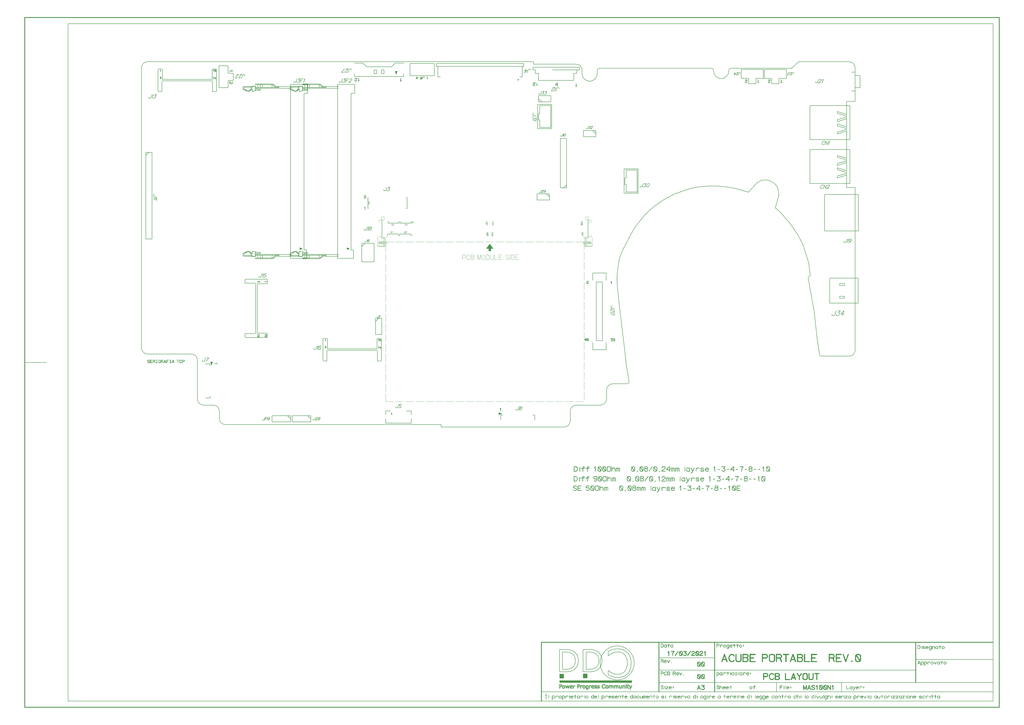
<source format=gbr>
*
G04 Job   : D:\Pd-Master\Mas\Mas100n1 ACB_0001_0\Mas100n1 ACUBE_PORTABILE R_0.pcb*
G04 User  : DESKTOP-CUVV7JD:Shina*
G04 Layer : A-SilkscreenTop.gbr*
G04 Date  : Wed Mar 17 17:59:31 2021*
G04 RSM MASTER DESIGN srl*
%ICAS*%
%MOMM*%
%FSLAX24Y24*%
%OFA0.0000B0.0000*%
G90*
G74*
%ADD70C,0.10000*%
%ADD10C,0.15000*%
%ADD19C,0.15200*%
%ADD18C,0.15240*%
%ADD16C,0.20000*%
%ADD17C,0.20300*%
%ADD11C,0.20320*%
%ADD14C,0.25000*%
%ADD12C,0.25400*%
%ADD15C,0.30480*%
%ADD13C,0.38000*%
G01*
G36*
X283268Y267732D02*
X293268D01*
X288268Y252732*
X283268Y267732*
X650000Y727500D02*
X662500Y732500D01*
X650000Y737500*
Y727500*
X843250D02*
X855750Y732500D01*
X843250Y737500*
Y727500*
X1027500Y61000D02*
X1025000Y51000D01*
X1030000*
X1027500Y61000*
X1045500Y1446500D02*
X1050500Y1461500D01*
X1040500*
X1045500Y1446500*
X1415000Y732500D02*
X1425000D01*
Y722500*
X1435000*
Y732500*
X1445000*
X1430000Y752500*
X1415000Y732500*
X1466768Y49768D02*
Y59768D01*
X1481768Y54768*
X1466768Y49768*
X1541515Y1425760D02*
X1549485Y1423015D01*
Y1428015*
X1541515Y1425760*
X1716195Y-1049529D02*
X2013795D01*
Y-1040729*
X1716195*
Y-1049529*
X1716595Y-1031929D02*
X1734195D01*
Y-1013129*
X1716595*
Y-1031929*
X1812995Y-1031529D02*
X1830595D01*
Y-1012729*
X1812995*
Y-1031529*
G37*
G54D10*
X25809Y264605D02*
X25833Y264581D01*
X25857Y264557*
X25881Y264545*
X27993Y263573*
X28017Y263561*
X28077*
X29661*
X29697*
X29721*
X29745*
X29757Y263573*
X29781*
X31893Y264545*
X31965Y264605*
X33093Y265601*
X33117Y265625*
X33129Y265649*
X33141Y265673*
X33153Y265697*
Y265733*
X33165Y265745*
Y265769*
Y267497*
X33153Y267545*
X33129Y267605*
X33117Y267653*
X33081Y267713*
X31449Y268937*
X31365Y268961*
X26565Y270593*
X25089Y271745*
Y273245*
X26121Y274445*
X28089Y275069*
X29685*
X31665Y274457*
X32757Y273185*
X32793Y273149*
X32829Y273125*
X32865Y273113*
X32913*
X32997Y273137*
X33069Y273197*
X33129Y273269*
X33165Y273353*
Y273437*
X33117Y273509*
X31989Y274829*
X31941Y274865*
X31881Y274877*
X31869*
Y274901*
X29781Y275525*
X29745Y275549*
X29709Y275561*
X28077*
X28029Y275549*
X27993Y275525*
X25917Y274889*
X25905Y274877*
X25857Y274865*
X25797Y274817*
X24669Y273497*
X24621Y273449*
X24609Y273413*
X24597Y273353*
Y271613*
X24609Y271541*
X24633Y271481*
X24657Y271445*
X24681Y271421*
X24705Y271409*
X26313Y270173*
X26337Y270161*
X26385*
X31173Y268529*
X32685Y267365*
Y265865*
X31689Y265001*
X29637Y264053*
X28137*
X26085Y265001*
X25005Y265961*
X24921Y265997*
X24837*
X24753Y265961*
X24693Y265901*
X24645Y265829*
X24609Y265745*
Y265709*
X24621Y265673*
X24645Y265625*
X24681Y265601*
X25797Y264605*
X25809*
X36177Y275561D02*
X36081Y275537D01*
X36021Y275477*
X35961Y275405*
X35937Y275321*
Y263801*
X35961Y263705*
X36021Y263645*
X36081Y263585*
X36177Y263561*
X44265*
X44361Y263585*
X44421Y263633*
X44457Y263717*
X44469Y263801*
X44457Y263897*
X44421Y263981*
X44361Y264029*
X44265Y264053*
X36429*
Y269321*
X41865*
X41961Y269345*
X42021Y269393*
X42057Y269477*
X42069Y269561*
X42057Y269645*
X42021Y269717*
X41961Y269777*
X41865Y269801*
X36429*
Y275069*
X44265*
X44361Y275093*
X44421Y275141*
X44457Y275225*
X44469Y275309*
X44457Y275405*
X44421Y275489*
X44361Y275537*
X44265Y275561*
X36177*
X43566Y1365100D02*
X39589Y1353736D01*
X37884Y1351464*
X36509Y1350782*
X34452Y1350100*
X32407*
X30827Y1350782*
X30157Y1351464*
X30043Y1353736*
X30521Y1355100*
X46168Y1362145D02*
X47316Y1362827D01*
X49168Y1364873*
X43998Y1350100*
X47769Y275069D02*
X53517D01*
X54537Y274313*
X55365Y273185*
Y271709*
X54513Y270533*
X53517Y269801*
X47769*
Y275069*
X54168Y1364873D02*
X61668D01*
X55589Y1359191*
X57634*
X58759Y1358509*
X59202Y1357827*
X59168Y1355782*
X58611Y1354191*
X57214Y1352145*
X55373Y1350782*
X53089Y1350100*
X51043*
X49236Y1350782*
X48793Y1351464*
X48589Y1352827*
X54921Y274637D02*
X54885Y274661D01*
X54861Y274673*
Y274685*
X53733Y275513*
X53673Y275537*
X53637Y275549*
X53577Y275561*
X47517*
X47421Y275537*
X47361Y275477*
X47301Y275417*
X47277Y275321*
Y263801*
X47301Y263705*
X47349Y263645*
X47433Y263609*
X47517Y263597*
X47613Y263609*
X47697Y263645*
X47745Y263705*
X47769Y263801*
Y269321*
X53409*
X55377Y263729*
X55425Y263645*
X55509Y263597*
X55605Y263585*
X55689Y263609*
X55761Y263657*
X55821Y263717*
X55845Y263789*
X55833Y263885*
X53877Y269453*
X54861Y270173*
X54897Y270209*
X54933Y270281*
X55809Y271469*
Y271493*
X55821Y271505*
X55833Y271517*
Y271553*
X55845Y271577*
Y271613*
Y273269*
X55833Y273317*
Y273341*
X55821Y273365*
X55809Y273377*
Y273401*
X54921Y274637*
X60333Y264053D02*
X60249Y264029D01*
X60189Y263981*
X60153Y263897*
Y263801*
Y263717*
X60189Y263633*
X60249Y263585*
X60333Y263561*
X65025*
X65109Y263585*
X65181Y263633*
X65217Y263717*
X65229Y263801*
X65217Y263897*
X65181Y263981*
X65109Y264029*
X65025Y264053*
X62913*
Y275069*
X65025*
X65109Y275093*
X65181Y275141*
X65217Y275225*
X65229Y275309*
X65217Y275405*
X65181Y275489*
X65109Y275537*
X65025Y275561*
X60333*
X60249Y275537*
X60189Y275489*
X60153Y275405*
Y275309*
Y275225*
X60189Y275141*
X60249Y275093*
X60333Y275069*
X62445*
Y264053*
X60333*
X60945Y934100D02*
X61627Y932952D01*
X63673Y931100*
X48900Y936270*
X60945Y939782D02*
X61627Y938634D01*
X63673Y936782*
X48900Y941952*
X63900Y942384D02*
X52536Y946361D01*
X50264Y948066*
X49582Y949441*
X48900Y951498*
Y953543*
X49582Y955123*
X50264Y955793*
X52536Y955907*
X53900Y955429*
X76421Y1436193D02*
X76414Y1436130D01*
X76435Y1436088*
X76470Y1436046*
X76512Y1436018*
X76561Y1436004*
X76617Y1436011*
X76666Y1436032*
X76694Y1436067*
X77128Y1437159*
X77744Y1437712*
X78444Y1437901*
X79354*
X80089Y1437698*
X80705Y1437159*
X81132Y1436088*
Y1435682*
X80929Y1435269*
X79333Y1434338*
X79319Y1434331*
X76939Y1432987*
X76918Y1432980*
X76890Y1432945*
X76442Y1432378*
X76428Y1432357*
X76421Y1432350*
X76414Y1432329*
Y1432287*
Y1431328*
X76428Y1431272*
X76463Y1431237*
X76498Y1431202*
X76554Y1431188*
X81272*
X81328Y1431202*
X81363Y1431230*
X81384Y1431279*
X81391Y1431328*
X81384Y1431384*
X81363Y1431433*
X81328Y1431461*
X81272Y1431475*
X76701*
Y1432238*
X77100Y1432756*
X79459Y1434086*
X79473*
X81104Y1435038*
X81111*
X81146Y1435059*
X81160Y1435094*
X81391Y1435577*
Y1435584*
X81405Y1435598*
Y1435612*
Y1435619*
X81412Y1435633*
Y1435647*
Y1436130*
Y1436144*
X81405Y1436165*
Y1436186*
X80950Y1437306*
X80936Y1437327*
X80915Y1437355*
X80250Y1437936*
X80222Y1437964*
X80194Y1437985*
X79424Y1438188*
X79375*
X78444*
X78416Y1438181*
X78395Y1438167*
X77639Y1437971*
X77583Y1437943*
X76911Y1437362*
X76897Y1437348*
X76883Y1437313*
X76421Y1436193*
X77241Y274601D02*
X77193Y274673D01*
X77157Y274685*
X77145Y274697*
X76017Y275201*
X75969Y275213*
X75909*
X74721Y275525*
X74685Y275549*
X74625Y275561*
X73077Y275405*
X73053Y275393*
X73029*
X73005Y275381*
X72981Y275369*
X71949Y274829*
X71889Y274805*
X71829Y274769*
X70917Y273845*
X70893Y273785*
X70869Y273749*
X70065Y272153*
X70041Y272093*
X70029Y272069*
X69549Y270473*
Y270437*
Y270425*
X69537Y270413*
Y270389*
Y268769*
X69525Y268733*
X69537Y268685*
X69897Y267041*
Y267017*
X69909Y267005*
Y266981*
X69921Y266969*
Y266957*
X70833Y265349*
X70845Y265325*
X70869Y265289*
X71757Y264329*
X71781*
X71793Y264305*
X71829Y264281*
X72885Y263753*
X72945Y263705*
X72993Y263693*
X74613Y263561*
X74625*
X74637*
X74673*
X76305Y263849*
X76341Y263861*
X76389Y263897*
X77493Y264677*
X77541Y264725*
X77577Y264797*
X78069Y265841*
Y265853*
X78093*
Y265877*
Y265901*
X78105Y265913*
Y265925*
Y265961*
Y268241*
X78093Y268325*
X78033Y268409*
X77961Y268469*
X77865Y268493*
X75417*
X75321Y268469*
X75261Y268421*
X75225Y268337*
X75213Y268241*
X75225Y268157*
X75261Y268073*
X75321Y268025*
X75417Y268001*
X77625*
Y266009*
X77157Y265037*
X76149Y264329*
X74613Y264053*
X73065Y264173*
X72081Y264689*
X71229Y265601*
X70377Y267137*
X70029Y268793*
Y270365*
X70473Y271913*
X70485Y271961*
X70497Y272057*
X70485Y272093*
X70461Y272129*
X70401Y272189*
X70317Y272225*
X70233Y272237*
X70149Y272225*
X70077Y272177*
X70041Y272093*
X70029Y272057*
X70041Y271985*
X70077Y271913*
X70137Y271853*
X70197Y271817*
X70269Y271793*
X70341Y271805*
X70413Y271841*
X70473Y271913*
X71277Y273485*
X72189Y274409*
X73149Y274925*
X74637Y275057*
X75777Y274757*
Y274745*
X75813Y274733*
X76869Y274277*
X77661Y273005*
X77721Y272945*
X77793Y272921*
X77889Y272933*
X77973Y272969*
X78045Y273029*
X78081Y273113*
X78105Y273197*
X78069Y273281*
X77241Y274601*
X78773Y1459268D02*
X78780Y1459219D01*
X78815Y1459177*
X78857Y1459156*
X78892Y1459149*
X78941Y1459156*
X78983Y1459177*
X79018Y1459219*
X79025Y1459268*
Y1465988*
X79018Y1466037*
X78997Y1466072*
X78962Y1466093*
X78913Y1466100*
X78878Y1466114*
X78850*
X78822Y1466100*
X78794Y1466072*
X77541Y1464147*
X77527Y1464098*
Y1464056*
X77548Y1464014*
X77583Y1463972*
X77625Y1463944*
X77667Y1463937*
X77688*
X77709Y1463944*
X77744Y1463979*
X78773Y1465554*
Y1459268*
X81345Y275069D02*
X87093D01*
X88113Y274313*
X88941Y273185*
Y271709*
X88089Y270533*
X87093Y269801*
X81345*
Y275069*
X88497Y274637D02*
X88461Y274661D01*
X88437Y274673*
Y274685*
X87309Y275513*
X87249Y275537*
X87213Y275549*
X87153Y275561*
X81093*
X80997Y275537*
X80937Y275477*
X80877Y275417*
X80853Y275321*
Y263801*
X80877Y263705*
X80925Y263645*
X81009Y263609*
X81093Y263597*
X81189Y263609*
X81273Y263645*
X81321Y263705*
X81345Y263801*
Y269321*
X86985*
X88953Y263729*
X89001Y263645*
X89085Y263597*
X89181Y263585*
X89265Y263609*
X89337Y263657*
X89397Y263717*
X89421Y263789*
X89409Y263885*
X87453Y269453*
X88437Y270173*
X88473Y270209*
X88509Y270281*
X89385Y271469*
Y271493*
X89397Y271505*
X89409Y271517*
Y271553*
X89421Y271577*
Y271613*
Y273269*
X89409Y273317*
Y273341*
X89397Y273365*
X89385Y273377*
Y273401*
X88497Y274637*
X96477Y274589D02*
X99009Y267353D01*
X93921*
X96477Y274589*
X96717Y275393D02*
X96681Y275441D01*
X96633Y275489*
X96573Y275513*
X96489Y275525*
X96417*
X96357Y275501*
X96297Y275465*
X96249Y275393*
X92205Y263897*
X92193Y263801*
X92217Y263717*
X92277Y263657*
X92361Y263621*
X92445Y263597*
X92541Y263609*
X92613Y263657*
X92661Y263741*
X93765Y266861*
X99201*
X100293Y263741*
X100341Y263657*
X100425Y263609*
X100521Y263597*
X100593Y263621*
X100665Y263657*
X100725Y263717*
X100761Y263801*
X100737Y263897*
X96717Y275393*
X103797Y275561D02*
X103701Y275537D01*
X103641Y275477*
X103581Y275405*
X103557Y275321*
Y263801*
X103581Y263717*
X103629Y263645*
X103713Y263609*
X103797Y263597*
X103893Y263609*
X103977Y263645*
X104025Y263717*
X104049Y263801*
Y269861*
X109485*
X109581Y269885*
X109641Y269933*
X109677Y270017*
X109689Y270101*
X109677Y270197*
X109641Y270281*
X109581Y270329*
X109485Y270353*
X104049*
Y275069*
X111885*
X111981Y275093*
X112041Y275141*
X112077Y275225*
X112089Y275309*
X112077Y275405*
X112041Y275489*
X111981Y275537*
X111885Y275561*
X103797*
X116613Y264053D02*
X116529Y264029D01*
X116469Y263981*
X116433Y263897*
Y263801*
Y263717*
X116469Y263633*
X116529Y263585*
X116613Y263561*
X121305*
X121389Y263585*
X121461Y263633*
X121497Y263717*
X121509Y263801*
X121497Y263897*
X121461Y263981*
X121389Y264029*
X121305Y264053*
X119193*
Y275069*
X121305*
X121389Y275093*
X121461Y275141*
X121497Y275225*
X121509Y275309*
X121497Y275405*
X121461Y275489*
X121389Y275537*
X121305Y275561*
X116613*
X116529Y275537*
X116469Y275489*
X116433Y275405*
Y275309*
Y275225*
X116469Y275141*
X116529Y275093*
X116613Y275069*
X118725*
Y264053*
X116613*
X130101Y274589D02*
X132633Y267353D01*
X127545*
X130101Y274589*
X130341Y275393D02*
X130305Y275441D01*
X130257Y275489*
X130197Y275513*
X130113Y275525*
X130041*
X129981Y275501*
X129921Y275465*
X129873Y275393*
X125829Y263897*
X125817Y263801*
X125841Y263717*
X125901Y263657*
X125985Y263621*
X126069Y263597*
X126165Y263609*
X126237Y263657*
X126285Y263741*
X127389Y266861*
X132825*
X133917Y263741*
X133965Y263657*
X134049Y263609*
X134145Y263597*
X134217Y263621*
X134289Y263657*
X134349Y263717*
X134385Y263801*
X134361Y263897*
X130341Y275393*
X146001Y275561D02*
X145905Y275537D01*
X145845Y275489*
X145809Y275405*
X145797Y275309*
X145809Y275225*
X145845Y275141*
X145905Y275093*
X146001Y275069*
X149805*
Y263801*
X149829Y263717*
X149877Y263645*
X149961Y263609*
X150045Y263597*
X150129Y263609*
X150213Y263645*
X150261Y263717*
X150285Y263801*
Y275069*
X154089*
X154185Y275093*
X154245Y275141*
X154281Y275225*
X154293Y275309*
X154281Y275405*
X154245Y275489*
X154185Y275537*
X154089Y275561*
X146001*
X157593Y266333D02*
Y272789D01*
X157833Y273941*
X158313Y274517*
X159477Y274937*
X160605Y275069*
X162153*
X162177*
X163305Y274937*
X164457Y274517*
X164937Y273941*
X165189Y272789*
Y266333*
X164949Y265205*
X164481Y264773*
X163257Y264173*
X162177Y264053*
X160629*
X160605*
X159513Y264173*
X158301Y264773*
X157833Y265205*
X157593Y266333*
X164709Y264329D02*
X164781Y264389D01*
X165345Y264917*
X165357Y264953*
X165417Y265037*
X165669Y266237*
Y266321*
Y272789*
Y272885*
X165417Y274085*
X165393Y274109*
X165381Y274133*
X165369Y274145*
X165345Y274193*
X164781Y274889*
X164757*
X164745Y274913*
Y274925*
X164709Y274949*
X164673Y274961*
X163425Y275369*
X163389Y275393*
X163353Y275405*
X162225Y275561*
X162213*
X160593*
X160545*
X160533*
X159417Y275405*
X159381Y275393*
X159345Y275369*
X158109Y274961*
X158061Y274937*
X158049Y274925*
X158013Y274889*
X157425Y274193*
X157401Y274157*
X157389*
X157365Y274121*
X157353Y274085*
X157101Y272885*
X157089Y272837*
X157101Y272789*
Y266321*
X157089Y266285*
X157101Y266237*
X157353Y265037*
X157365Y264977*
X157413Y264953*
Y264941*
X157449Y264917*
X158013Y264389*
X158025*
X158097Y264329*
X159345Y263729*
X159369Y263717*
X159393*
X159417*
X160533Y263561*
X160581*
X160593*
X162177*
X162213*
X162225*
X163353Y263717*
X163377*
X163401Y263729*
X163425*
X164709Y264329*
X168933Y275069D02*
X174681D01*
X175701Y274313*
X176529Y273185*
Y271709*
X175677Y270533*
X174681Y269801*
X168933*
Y275069*
X176085Y274637D02*
X176049Y274661D01*
X176025Y274673*
Y274685*
X174897Y275513*
X174837Y275537*
X174801Y275549*
X174741Y275561*
X168681*
X168585Y275537*
X168525Y275477*
X168465Y275417*
X168441Y275321*
Y263801*
X168465Y263717*
X168513Y263645*
X168597Y263609*
X168681Y263597*
X168777Y263609*
X168861Y263645*
X168909Y263717*
X168933Y263801*
Y269321*
X174741*
X174813*
X174849Y269333*
X174897Y269357*
X176025Y270173*
X176061Y270209*
X176097Y270281*
X176973Y271469*
Y271493*
X176985Y271505*
X176997Y271517*
Y271553*
X177009Y271577*
Y271613*
Y273269*
X176997Y273317*
Y273341*
X176985Y273365*
X176973Y273377*
Y273401*
X176085Y274637*
X263707Y284300D02*
X259730Y272936D01*
X258025Y270664*
X256650Y269982*
X254593Y269300*
X252548*
X250968Y269982*
X250298Y270664*
X250184Y272936*
X250662Y274300*
X267264Y284073D02*
X276809D01*
X264820Y269300*
X282500Y127500D02*
Y119500D01*
X262500*
X282500Y251500D02*
Y259500D01*
X262500*
X296449Y1428788D02*
X296463Y1428739D01*
X296491Y1428697*
X296540Y1428676*
X296589Y1428669*
X296638Y1428676*
X296687Y1428697*
X296715Y1428739*
X296729Y1428788*
Y1430671*
X297051Y1431896*
Y1431931*
X297317Y1432645*
X297331Y1432659*
X297338Y1432680*
X297786Y1433681*
X298381Y1434437*
X299039Y1434906*
X299053Y1434927*
X299067Y1434941*
X299081Y1434976*
Y1434997*
X299088Y1435004*
Y1435011*
Y1435025*
Y1435508*
X299081Y1435557*
X299053Y1435599*
X299011Y1435634*
X298948Y1435648*
X294230*
X294174Y1435634*
X294139Y1435606*
X294118Y1435557*
X294111Y1435501*
X294118Y1435452*
X294139Y1435403*
X294174Y1435375*
X294230Y1435361*
X298808*
Y1435102*
X298199Y1434661*
X298185Y1434647*
X298178Y1434640*
X298157Y1434619*
X297562Y1433842*
X297541Y1433821*
Y1433807*
X297072Y1432792*
Y1432750*
X296778Y1432029*
X296764Y1431994*
X296757Y1431980*
X296449Y1430748*
X296442Y1430720*
X296449Y1430692*
Y1428788*
Y1459268D02*
X296463Y1459219D01*
X296491Y1459177*
X296540Y1459156*
X296589Y1459149*
X296638Y1459156*
X296687Y1459177*
X296715Y1459219*
X296729Y1459268*
Y1461151*
X297051Y1462376*
Y1462411*
X297317Y1463125*
X297331Y1463139*
X297338Y1463160*
X297786Y1464161*
X298381Y1464917*
X299039Y1465386*
X299053Y1465407*
X299067Y1465421*
X299081Y1465456*
Y1465477*
X299088Y1465484*
Y1465491*
Y1465505*
Y1465988*
X299081Y1466037*
X299053Y1466079*
X299011Y1466114*
X298948Y1466128*
X294230*
X294174Y1466114*
X294139Y1466086*
X294118Y1466037*
X294111Y1465981*
X294118Y1465932*
X294139Y1465883*
X294174Y1465855*
X294230Y1465841*
X298808*
Y1465582*
X298199Y1465141*
X298185Y1465127*
X298178Y1465120*
X298157Y1465099*
X297562Y1464322*
X297541Y1464301*
Y1464287*
X297072Y1463272*
Y1463230*
X296778Y1462509*
X296764Y1462474*
X296757Y1462460*
X296449Y1461228*
X296442Y1461200*
X296449Y1461172*
Y1459268*
X300705Y1431056D02*
X300712Y1431000D01*
X300754Y1430958*
X300789Y1430923*
X300845Y1430909*
X304954*
Y1428788*
X304968Y1428739*
X304996Y1428697*
X305045Y1428676*
X305094Y1428669*
X305143Y1428676*
X305192Y1428697*
X305220Y1428739*
X305234Y1428788*
Y1430909*
X305563*
X305619Y1430923*
X305654Y1430951*
X305675Y1431000*
X305682Y1431049*
X305675Y1431105*
X305654Y1431154*
X305619Y1431182*
X305563Y1431196*
X305234*
Y1435508*
X305220Y1435564*
X305185Y1435599*
X305150Y1435634*
X305094Y1435648*
X304625*
X304597Y1435641*
X304562Y1435627*
X304534Y1435620*
X304513Y1435599*
X300740Y1431532*
X300719Y1431504*
X300712Y1431476*
X300705Y1431427*
Y1431056*
X300950Y1460542D02*
X300908Y1460570D01*
X300852Y1460577*
X300803Y1460556*
X300761Y1460528*
X300726Y1460479*
X300712Y1460430*
Y1460381*
X300740Y1460332*
X301370Y1459695*
X301391Y1459674*
X301419Y1459667*
X301433Y1459653*
X302679Y1459135*
X302693Y1459128*
X302721*
X302728*
X303680*
X303694*
X303708*
X303729Y1459135*
X304961Y1459667*
X304996Y1459688*
X305010Y1459702*
X305542Y1460346*
X305549Y1460353*
Y1460367*
X305563Y1460381*
X305584Y1460416*
X305703Y1461389*
Y1461424*
X305591Y1462306*
X305584Y1462341*
X305577Y1462348*
X305563Y1462369*
X305556Y1462376*
X305549Y1462390*
X305024Y1463006*
X305010*
X305003Y1463027*
X304982Y1463048*
X304184Y1463440*
X304149Y1463447*
X304100*
X303064Y1463503*
X303043*
X303008*
X301783Y1463377*
X301769Y1463370*
X301748*
X301741*
X301013Y1463125*
X301440Y1465841*
X305563*
X305612Y1465855*
X305654Y1465883*
X305675Y1465932*
X305682Y1465981*
X305675Y1466037*
X305654Y1466086*
X305612Y1466114*
X305563Y1466128*
X301321*
X301258Y1466114*
X301223Y1466079*
X301188Y1466044*
X301181Y1466009*
X300698Y1462943*
Y1462901*
X300712Y1462866*
X300733Y1462845*
X300761Y1462817*
X300796Y1462789*
X300831Y1462775*
X300859Y1462768*
X300887Y1462782*
X301811Y1463090*
X303029Y1463209*
X303043*
X303050*
X304079Y1463160*
X304842Y1462789*
X305311Y1462236*
X305409Y1461410*
X305304Y1460493*
X304821Y1459926*
X303638Y1459415*
X302763*
X301559Y1459912*
X300950Y1460542*
X300992Y1431364D02*
X304681Y1435354D01*
X304954*
Y1431196*
X300992*
Y1431364*
X305500Y1377500D02*
X291750D01*
Y1418750*
G03X289250Y1421250I2500*
G01X86750*
G03X84250Y1418750J2500*
G01Y1377500*
X73000*
G02X68000Y1382500J5000*
G01Y1467500*
G02X70500Y1470000I2500*
G01X84250*
G02X86750Y1467500J2500*
G01Y1427500*
X290500*
Y1467500*
G02X293000Y1470000I2500*
G01X305500*
G02X308000Y1467500J2500*
G01Y1380000*
G02X305500Y1377500I2500*
G01X394557Y1436136D02*
X394318Y1435455D01*
X393159Y1434091*
X392239Y1433409*
X390557Y1432500*
X387830*
X386784Y1433409*
X386341Y1434091*
X386137Y1435455*
X386614Y1436818*
X387773Y1438182*
X389932Y1440455*
X399216Y1447500*
X389671*
X407739Y1436136D02*
X407500Y1435455D01*
X406341Y1434091*
X405420Y1433409*
X403739Y1432500*
X401011*
X399966Y1433409*
X399523Y1434091*
X399318Y1435455*
X399796Y1436818*
X400955Y1438182*
X403114Y1440455*
X412398Y1447500*
X402852*
X410784Y1432500D02*
X414761Y1443864D01*
X416466Y1446136*
X417841Y1446818*
X419898Y1447500*
X421943*
X423523Y1446818*
X424193Y1446136*
X424307Y1443864*
X423829Y1442500*
X421517Y701002D02*
X419604Y701427D01*
X418116Y702489*
X417054Y703977*
X416629Y705889*
Y710990*
X417054Y712902*
X418329Y714603*
X420029Y715665*
X435755Y720978*
X421517Y1394858D02*
X420667Y1394645D01*
X420454Y1393795*
Y1388907*
X421092Y1387845*
X421517Y1398683D02*
X419604Y1398258D01*
X418116Y1397195*
X417054Y1395708*
X416629Y1393795*
Y1388907*
X417054Y1386995*
X418329Y1385295*
X420029Y1384232*
X425000Y370000D02*
Y383750D01*
X466250*
G03X468750Y386250J2500*
G01Y588750*
G03X466250Y591250I2500*
G01X425000*
Y602500*
G02X430000Y607500I5000*
G01X515000*
G02X517500Y605000J2500*
G01Y591250*
G02X515000Y588750I2500*
G01X475000*
Y385000*
X515000*
G02X517500Y382500J2500*
G01Y370000*
G02X515000Y367500I2500*
G01X427500*
G02X425000Y370000J2500*
G01X428530Y714178D02*
X421304Y712052D01*
X428530Y1385507D02*
X421304Y1387845D01*
X431930Y718003D02*
X436180Y719490D01*
X436605*
X442131*
X443193Y719065*
X431930Y1381682D02*
X427467Y1381894D01*
X435755Y1378919D02*
X420029Y1384020D01*
X435755Y1379132D02*
X436605Y1378919D01*
X435755Y1379557D02*
X436605Y1379344D01*
X435755Y720553D02*
X431717Y719278D01*
X428530Y718640*
X435755Y1379344D02*
X431717Y1380619D01*
X428530Y1381257*
X436605Y719490D02*
Y719491D01*
Y720553D02*
X435755Y720340D01*
X436605Y1380407D02*
X442130Y1378707*
X436605D01*
X442130Y1379132D02*
X436605D01*
X442130Y1379344D02*
X444043Y1380194D01*
X442131Y1378919D02*
X443406Y1379132D01*
X444256Y1379982*
X443193Y1380832D02*
X442131Y1380407D01*
X436605*
X436180*
X431930Y1381682*
X428530Y1385507*
X427467Y1381894*
X420029Y1384232*
X418329Y1385295*
X417054Y1386995*
X416629Y1388907*
Y1393795*
X417054Y1395708*
X418116Y1397195*
X419604Y1398258*
X421517Y1398683*
X450843*
X443406Y719065D02*
X448293Y713327D01*
X449993Y712690*
X444043Y719703D02*
X442130Y720553D01*
X444256Y719915D02*
X443406Y720765D01*
X442131Y720978*
X436605*
X435755Y720765*
X444256Y1379982D02*
X449781Y1386145D01*
X450418Y1386357*
X444468Y1379769D02*
X449993Y1385932D01*
X450631Y1386145*
X446806Y717365D02*
X447231Y719490D01*
X444468Y719915*
X449993Y713753*
X446806Y1382532D02*
X447231Y1380407D01*
X444468Y1379982*
X447656Y716303D02*
X450843Y705464D01*
Y701002*
X421517*
X419604Y701427*
X418116Y702489*
X417054Y703977*
X416629Y705889*
Y710990*
X417054Y712902*
X418329Y714603*
X420029Y715665*
X427467Y718003*
X431930*
X428530Y714178*
X427467Y718003*
X448293Y1386570D02*
X443406Y1380832D01*
X449781Y713540D02*
X444256Y719703D01*
X449781Y713753D02*
X450418Y713540D01*
X449993Y713965D02*
X450631Y713753D01*
X449993Y1386995D02*
X448293Y1386357D01*
X450840Y701000D02*
X453820Y700150D01*
X467210*
X468270Y700580*
X468690Y701640*
X450843Y704827D02*
X421517D01*
X420667Y705039*
X420454Y705889*
Y710990*
X421092Y712052*
X450843Y1395070D02*
X421517D01*
X450843Y1398896D02*
Y1394433D01*
X447656Y1383382*
X452756Y713540D02*
X450631D01*
X452756Y713753D02*
X453394Y713965D01*
X453606Y714603*
X452756Y1386357D02*
X450631D01*
X452969Y713540D02*
X450418Y713327D01*
X452969Y1386357D02*
X450418Y1386570D01*
X453394Y713115D02*
X453606Y713327D01*
X454031*
X454244Y713540*
X454456Y713753*
X454669Y713965*
Y714603*
X453394Y713115D02*
X450206Y712690D01*
X453394Y1386782D02*
X450206Y1387207D01*
X453394Y1386782D02*
X453606Y1386570D01*
X454031Y1386357*
X454244*
X454456Y1386145*
X454669Y1385932*
Y1385295*
X453606D02*
X453394Y1385932D01*
X452756Y1386145*
X453819Y714603D02*
Y719915D01*
X454669Y720978*
X458706*
X459557*
X467845Y719065*
X468695Y717790*
Y701639*
X453819Y714603D02*
Y701214D01*
Y1385295D02*
Y1398683D01*
X454669Y714603D02*
Y720978D01*
Y1385295D02*
Y1378707D01*
X458706D02*
X454669D01*
X453819Y1379769*
Y1385295*
X458706Y1378919D02*
X459557D01*
X467845Y1380832*
X468695Y1382107*
Y1398258*
X467632Y701639D02*
X467207Y701214D01*
X453819*
X450843Y701002*
X467632Y1398258D02*
X467207Y1398683D01*
X453819*
X450843*
X467845Y701639D02*
Y719065D01*
Y1398258D02*
Y1380832D01*
X468695Y709077D02*
X477620D01*
X512472*
X563688*
Y701002*
X468695Y717578D02*
X473795D01*
Y709077*
X468695Y1382320D02*
X473795D01*
Y1390820*
X468695D02*
X477620D01*
X512472*
X563688*
Y1398896*
X468695Y1398258D02*
X468270Y1399321D01*
X467207Y1399746*
X453819*
X450843Y1398896*
X421517*
X476442Y379051D02*
X476393Y379037D01*
X476351Y379009*
X476330Y378960*
X476323Y378911*
X476330Y378862*
X476351Y378813*
X476393Y378785*
X476442Y378771*
X478325*
X479550Y378449*
X479585*
X480299Y378183*
X480313Y378169*
X480334Y378162*
X481335Y377707*
X482091Y377119*
X482560Y376461*
X482581Y376440*
X482595Y376433*
X482630Y376419*
X482651*
X482658Y376412*
X482665*
X482679*
X483162*
X483211Y376419*
X483253Y376447*
X483288Y376489*
X483302Y376552*
Y381270*
X483288Y381326*
X483260Y381361*
X483211Y381382*
X483155Y381389*
X483106Y381382*
X483057Y381361*
X483029Y381326*
X483015Y381270*
Y376692*
X482756*
X482315Y377301*
X482308Y377315*
X482294Y377322*
X482273Y377343*
X481496Y377938*
X481475Y377952*
X481468Y377959*
X480446Y378428*
X480404*
X479683Y378722*
X479655Y378736*
X479634Y378743*
X478402Y379051*
X478374Y379058*
X478346Y379051*
X476442*
X477833Y705464D02*
Y694414D01*
Y709077D02*
Y717578D01*
X487821*
Y709077*
X477833Y713965D02*
X487821D01*
X477833Y1385932D02*
X487821D01*
X477833Y1390820D02*
Y1382320D01*
X487821*
Y1390820*
X477833Y1394433D02*
Y1405483D01*
X478710Y374795D02*
X478654Y374781D01*
X478612Y374746*
X478577Y374711*
X478563Y374655*
Y370546*
X476442*
X476393Y370532*
X476351Y370504*
X476330Y370455*
X476323Y370406*
X476330Y370357*
X476351Y370308*
X476393Y370280*
X476442Y370266*
X478563*
Y369937*
X478577Y369881*
X478605Y369846*
X478654Y369825*
X478703Y369818*
X478759Y369825*
X478808Y369846*
X478836Y369881*
X478850Y369937*
Y370266*
X483162*
X483218Y370280*
X483253Y370315*
X483288Y370350*
X483302Y370406*
Y370875*
X483295Y370903*
X483281Y370938*
X483274Y370966*
X483253Y370987*
X479186Y374760*
X479158Y374781*
X479130Y374788*
X479081Y374795*
X478710*
X479018Y374508D02*
X483008Y370819D01*
Y370546*
X478850*
Y374508*
X479018*
X483847Y599072D02*
X483791Y599079D01*
X483742Y599058*
X483700Y599023*
X483672Y598981*
X483665Y598932*
Y598876*
X483686Y598827*
X483728Y598799*
X484813Y598358*
X485366Y597749*
X485555Y597049*
Y596139*
X485352Y595404*
X484813Y594788*
X483742Y594361*
X483336*
X482923Y594557*
X481992Y596160*
X481985Y596174*
X480641Y598554*
X480634Y598575*
X480606Y598603*
X480032Y599051*
X480018Y599065*
X480004Y599072*
X479983Y599079*
X479941*
X478982*
X478933Y599065*
X478891Y599030*
X478856Y598995*
X478842Y598939*
Y594221*
X478856Y594165*
X478884Y594130*
X478933Y594109*
X478982Y594102*
X479038Y594109*
X479087Y594130*
X479115Y594165*
X479129Y594221*
Y598792*
X479892*
X480410Y598393*
X481740Y596034*
Y596020*
X482692Y594389*
Y594382*
X482713Y594347*
X482748Y594333*
X483231Y594102*
X483238*
X483252Y594088*
X483266*
X483273*
X483287Y594081*
X483301*
X483784*
X483798*
X483819Y594088*
X483840*
X484960Y594543*
X484981Y594557*
X485009Y594578*
X485590Y595243*
X485625Y595271*
X485639Y595299*
X485842Y596069*
Y596118*
Y597049*
X485835Y597077*
X485821Y597098*
X485625Y597854*
X485597Y597910*
X485016Y598582*
X485002Y598596*
X484967Y598610*
X483847Y599072*
X487821Y694414D02*
Y705464D01*
Y1405483D02*
Y1394433D01*
X490371Y690801D02*
Y694414D01*
Y1408884D02*
Y1405483D01*
X495566Y629900D02*
X491589Y618536D01*
X489884Y616264*
X488509Y615582*
X486452Y614900*
X484407*
X482827Y615582*
X482157Y616264*
X482043Y618536*
X482521Y619900*
X496321Y705464D02*
Y694414D01*
Y1394433D02*
Y1405483D01*
X498168Y626945D02*
X499316Y627627D01*
X501168Y629673*
X495998Y614900*
X506478Y28575D02*
X510468Y39975D01*
X515131*
X516444Y39284*
X516781Y38766*
X516936Y37729*
X516392Y36175*
X515451Y34966*
X514751Y34448*
X513015Y33930*
X508352*
X506922Y379051D02*
X506873Y379037D01*
X506831Y379009*
X506810Y378960*
X506803Y378911*
X506810Y378862*
X506831Y378813*
X506873Y378785*
X506922Y378771*
X508805*
X510030Y378449*
X510065*
X510779Y378183*
X510793Y378169*
X510814Y378162*
X511815Y377707*
X512571Y377119*
X513040Y376461*
X513061Y376440*
X513075Y376433*
X513110Y376419*
X513131*
X513138Y376412*
X513145*
X513159*
X513642*
X513691Y376419*
X513733Y376447*
X513768Y376489*
X513782Y376552*
Y381270*
X513768Y381326*
X513740Y381361*
X513691Y381382*
X513635Y381389*
X513586Y381382*
X513537Y381361*
X513509Y381326*
X513495Y381270*
Y376692*
X513236*
X512795Y377301*
X512788Y377315*
X512774Y377322*
X512753Y377343*
X511976Y377938*
X511955Y377952*
X511948Y377959*
X510926Y378428*
X510884*
X510163Y378722*
X510135Y378736*
X510114Y378743*
X508882Y379051*
X508854Y379058*
X508826Y379051*
X506922*
Y596720D02*
X506873Y596713D01*
X506831Y596678*
X506810Y596636*
X506803Y596601*
X506810Y596552*
X506831Y596510*
X506873Y596475*
X506922Y596468*
X513642*
X513691Y596475*
X513726Y596496*
X513747Y596531*
X513754Y596580*
X513768Y596615*
Y596643*
X513754Y596671*
X513726Y596699*
X511808Y597952*
X511759Y597966*
X511710*
X511668Y597945*
X511633Y597910*
X511605Y597868*
X511591Y597826*
X511598Y597784*
X511633Y597749*
X513208Y596720*
X506922*
X507704Y39975D02*
X504682Y31339D01*
X503386Y29612*
X502341Y29093*
X500778Y28575*
X499224*
X498023Y29093*
X497514Y29612*
X497427Y31339*
X497790Y32375*
X508196Y374550D02*
X508224Y374592D01*
X508231Y374641*
X508210Y374697*
X508182Y374739*
X508133Y374774*
X508084Y374788*
X508035*
X507986Y374760*
X507349Y374130*
X507328Y374109*
X507321Y374081*
X507307Y374067*
X506789Y372821*
X506782Y372800*
Y372779*
Y372772*
Y371820*
Y371806*
X506789Y371785*
Y371771*
X507321Y370539*
X507342Y370504*
X507363Y370490*
X508000Y369958*
X508007Y369951*
X508021*
X508035Y369937*
X508070Y369916*
X509043Y369797*
X509085*
X509960Y369909*
X509995Y369916*
X510002Y369923*
X510023Y369937*
X510030Y369944*
X510044Y369951*
X510667Y370476*
Y370490*
X510681Y370497*
X510702Y370518*
X511094Y371316*
X511101Y371351*
Y371400*
X511157Y372436*
Y372457*
Y372492*
X511031Y373717*
X511024Y373731*
Y373752*
Y373759*
X510779Y374487*
X513495Y374060*
Y369937*
X513509Y369888*
X513537Y369846*
X513586Y369825*
X513635Y369818*
X513691Y369825*
X513740Y369846*
X513768Y369888*
X513782Y369937*
Y374179*
X513768Y374242*
X513733Y374277*
X513698Y374312*
X513663Y374319*
X510597Y374802*
X510555*
X510527Y374788*
X510499Y374767*
X510471Y374739*
X510443Y374704*
X510429Y374669*
X510422Y374641*
X510436Y374606*
X510744Y373689*
X510863Y372471*
Y372457*
Y372450*
X510814Y371421*
X510443Y370658*
X509890Y370189*
X509064Y370091*
X508147Y370196*
X507580Y370679*
X507069Y371855*
Y372737*
X507566Y373941*
X508196Y374550*
X512986Y629673D02*
X506168D01*
X503259Y623309*
X504179Y623991*
X506464Y624673*
X508509*
X510316Y623991*
X511202Y622627*
X511168Y620582*
X510611Y618991*
X509213Y616946*
X507373Y615582*
X505089Y614900*
X503043*
X501236Y615582*
X500793Y616264*
X500589Y617627*
X526410Y36175D02*
X525287Y34448D01*
X523888Y33411*
X521807Y32893*
X521289*
X519743Y33411*
X519069Y34448*
X519156Y36175*
X519337Y36693*
X520399Y38248*
X521798Y39284*
X523707Y39802*
X524225*
X525944Y39284*
X526617Y38248*
X526410Y36175*
X525443Y33411*
X523957Y30648*
X522377Y29093*
X520296Y28575*
X519259*
X517713Y29093*
X517558Y30130*
X536486Y705464D02*
Y694414D01*
Y1394433D02*
Y1405483D01*
X537974Y694626D02*
X539249Y694839D01*
X540312Y695689*
Y1404208D02*
X539249Y1405058D01*
X537974Y1405271*
X540524Y695476D02*
X547112Y702277D01*
X549450Y703764*
X552212Y704402*
X563688*
X540524Y1404421D02*
X547112Y1397408D01*
Y1397620D02*
X549450Y1396133D01*
X552212Y1395495*
X549662Y699939D02*
X543074Y693139D01*
X540737Y691651*
X537974Y691014*
X467845*
Y694414*
X537974*
X549662Y1399958D02*
X543074Y1406759D01*
X540737Y1408246*
X537974Y1408884*
X467845*
Y1405483*
X537974*
X549875Y1400171D02*
X550937Y1399321D01*
X552212Y1399108*
Y700789D02*
X550937Y700577D01*
X549875Y699727*
X552212Y701002D02*
X614266D01*
X552212Y1395283D02*
X563688D01*
X552212Y1398896D02*
X614266D01*
X563688Y705464D02*
X512685D01*
X478045*
X468695*
X563688Y709077D02*
X614266D01*
X563688Y1390820D02*
X614266D01*
X563688Y1394433D02*
X512685D01*
X478045*
X468695*
X612779Y701002D02*
Y709077D01*
Y1398896D02*
Y1390820D01*
X614767Y701002D02*
X612854Y701427D01*
X611366Y702489*
X610304Y703977*
X609879Y705889*
Y710990*
X610304Y712902*
X611579Y714603*
X613279Y715665*
X629005Y720978*
X614767Y1394858D02*
X613917Y1394645D01*
X613704Y1393795*
Y1388907*
X614342Y1387845*
X614767Y1398683D02*
X612854Y1398258D01*
X611366Y1397195*
X610304Y1395708*
X609879Y1393795*
Y1388907*
X610304Y1386995*
X611579Y1385295*
X613279Y1384232*
X621780Y714178D02*
X614554Y712052D01*
X621780Y1385507D02*
X614554Y1387845D01*
X625180Y718003D02*
X629430Y719490D01*
X629855*
X635381*
X636443Y719065*
X625180Y1381682D02*
X620717Y1381894D01*
X629005Y1378919D02*
X613279Y1384020D01*
X629005Y1379132D02*
X629855Y1378919D01*
X629005Y1379557D02*
X629855Y1379344D01*
X629005Y720553D02*
X624967Y719278D01*
X621780Y718640*
X629005Y1379344D02*
X624967Y1380619D01*
X621780Y1381257*
X629855Y719490D02*
Y719491D01*
Y720553D02*
X629005Y720340D01*
X629855Y1380407D02*
X635380Y1378707*
X629855D01*
X635380Y1379132D02*
X629855D01*
X635380Y1379344D02*
X637293Y1380194D01*
X635381Y1378919D02*
X636656Y1379132D01*
X637506Y1379982*
X636443Y1380832D02*
X635381Y1380407D01*
X629855*
X629430*
X625180Y1381682*
X621780Y1385507*
X620717Y1381894*
X613279Y1384232*
X611579Y1385295*
X610304Y1386995*
X609879Y1388907*
Y1393795*
X610304Y1395708*
X611366Y1397195*
X612854Y1398258*
X614767Y1398683*
X644093*
X636656Y719065D02*
X641543Y713327D01*
X643243Y712690*
X637293Y719703D02*
X635380Y720553D01*
X637506Y719915D02*
X636656Y720765D01*
X635381Y720978*
X629855*
X629005Y720765*
X637506Y1379982D02*
X643031Y1386145D01*
X643668Y1386357*
X637718Y1379769D02*
X643243Y1385932D01*
X643881Y1386145*
X638875Y1430000D02*
X634898Y1418636D01*
X633193Y1416364*
X631818Y1415682*
X629762Y1415000*
X627716*
X626137Y1415682*
X625466Y1416364*
X625353Y1418636*
X625830Y1420000*
X640056Y717365D02*
X640481Y719490D01*
X637718Y719915*
X643243Y713753*
X640056Y1382532D02*
X640481Y1380407D01*
X637718Y1379982*
X640906Y716303D02*
X644093Y705464D01*
Y701002*
X614767*
X612854Y701427*
X611366Y702489*
X610304Y703977*
X609879Y705889*
Y710990*
X610304Y712902*
X611579Y714603*
X613279Y715665*
X620717Y718003*
X625180*
X621780Y714178*
X620717Y718003*
X641543Y1386570D02*
X636656Y1380832D01*
X643031Y713540D02*
X637506Y719703D01*
X643031Y713753D02*
X643668Y713540D01*
X643243Y713965D02*
X643881Y713753D01*
X643243Y1386995D02*
X641543Y1386357D01*
X643795Y1429773D02*
X651295D01*
X645216Y1424091*
X647261*
X648386Y1423409*
X648830Y1422727*
X648795Y1420682*
X648239Y1419091*
X646841Y1417045*
X645000Y1415682*
X642716Y1415000*
X640671*
X638864Y1415682*
X638421Y1416364*
X638216Y1417727*
X644090Y701000D02*
X647070Y700150D01*
X660460*
X661520Y700580*
X661940Y701640*
X644093Y704827D02*
X614767D01*
X613917Y705039*
X613704Y705889*
Y710990*
X614342Y712052*
X644093Y1395070D02*
X614767D01*
X644093Y1398896D02*
Y1394433D01*
X640906Y1383382*
X646006Y713540D02*
X643881D01*
X646006Y713753D02*
X646644Y713965D01*
X646856Y714603*
X646006Y1386357D02*
X643881D01*
X646219Y713540D02*
X643668Y713327D01*
X646219Y1386357D02*
X643668Y1386570D01*
X646644Y713115D02*
X643456Y712690D01*
X646644Y713115D02*
X646856Y713327D01*
X647281*
X647494Y713540*
X647706Y713753*
X647919Y713965*
Y714603*
X646644Y1386782D02*
X646856Y1386570D01*
X647281Y1386357*
X647494*
X647706Y1386145*
X647919Y1385932*
Y1385295*
X646644Y1386782D02*
X643456Y1387207D01*
X646856Y1385295D02*
X646644Y1385932D01*
X646006Y1386145*
X647069Y714603D02*
Y719915D01*
X647919Y720978*
X651956*
X652807*
X661095Y719065*
X661945Y717790*
Y701639*
X647069Y714603D02*
Y701214D01*
Y1385295D02*
Y1398683D01*
X647919Y714603D02*
Y720978D01*
Y1385295D02*
Y1378707D01*
X651956D02*
X647919D01*
X647069Y1379769*
Y1385295*
X651956Y1378919D02*
X652807D01*
X661095Y1380832*
X661945Y1382107*
Y1398258*
X653148Y1422727D02*
X659057D01*
X660882Y701639D02*
X660457Y701214D01*
X647069*
X644093Y701002*
X660882Y1398258D02*
X660457Y1398683D01*
X647069*
X644093*
X661095Y701639D02*
Y719065D01*
Y1398258D02*
Y1380832D01*
X661945Y709077D02*
X670870D01*
X705722*
X756938*
Y701002*
X661945Y717578D02*
X667045D01*
Y709077*
X661945Y1382320D02*
X667045D01*
Y1390820*
X661945D02*
X670870D01*
X705722*
X756938*
Y1398896*
X661945Y1398258D02*
X661520Y1399321D01*
X660457Y1399746*
X647069*
X644093Y1398896*
X614767*
X665238Y1430000D02*
X655693D01*
X650443Y1415000*
X667841Y1427045D02*
X668988Y1427727D01*
X670841Y1429773*
X665670Y1415000*
X671083Y705464D02*
Y694414D01*
Y709077D02*
Y717578D01*
X681071*
Y709077*
X671083Y713965D02*
X681071D01*
X671083Y1385932D02*
X681071D01*
X671083Y1390820D02*
Y1382320D01*
X681071*
Y1390820*
X671083Y1394433D02*
Y1405483D01*
X681071Y694414D02*
Y705464D01*
Y1405483D02*
Y1394433D01*
X682500Y1407500D02*
Y1370000D01*
X667500*
Y727500*
X677500*
Y692500*
X612500*
Y1407500*
X682500*
X683621Y690801D02*
Y694414D01*
Y1408884D02*
Y1405483D01*
X689571Y705464D02*
Y694414D01*
Y1394433D02*
Y1405483D01*
X715204Y39975D02*
X712182Y31339D01*
X710886Y29612*
X709841Y29093*
X708278Y28575*
X706724*
X705523Y29093*
X705014Y29612*
X704927Y31339*
X705290Y32375*
X717519Y37211D02*
X717700Y37729D01*
X718581Y38766*
X719280Y39284*
X720559Y39975*
X722631*
X723426Y39284*
X723763Y38766*
X723918Y37729*
X723555Y36693*
X722674Y35657*
X721034Y33930*
X713978Y28575*
X721232*
X720566Y333700D02*
X716589Y322336D01*
X714884Y320064*
X713509Y319382*
X711452Y318700*
X709407*
X707828Y319382*
X707157Y320064*
X707043Y322336*
X707521Y323700*
X723168Y330745D02*
X724316Y331427D01*
X726168Y333473*
X720998Y318700*
X729736Y705464D02*
Y694414D01*
Y1394433D02*
Y1405483D01*
X730516Y39802D02*
X728780Y39284D01*
X727899Y38248*
X727536Y37211*
X727632Y36002*
X728486Y35484*
X730378Y34966*
X731751Y34448*
X732424Y33411*
X732580Y32375*
X731975Y30648*
X731095Y29612*
X730395Y29093*
X728659Y28575*
X726587*
X725213Y29093*
X724877Y29612*
X724721Y30648*
X725326Y32375*
X726207Y33411*
X727606Y34448*
X729341Y34966*
X731595Y35484*
X732813Y36002*
X733754Y37211*
X734117Y38248*
X733962Y39284*
X732589Y39802*
X730516*
X731224Y694626D02*
X732499Y694839D01*
X733562Y695689*
Y1404208D02*
X732499Y1405058D01*
X731224Y1405271*
X733774Y695476D02*
X740362Y702277D01*
X742700Y703764*
X745462Y704402*
X756938*
X733774Y1404421D02*
X740362Y1397408D01*
X737952Y331427D02*
X737748Y332791D01*
X735714Y333473*
X734123*
X731611Y332791*
X729532Y330745*
X727577Y327109*
X726384Y323700*
X726032Y320746*
X726918Y319382*
X728952Y318700*
X729634*
X732145Y319382*
X734214Y320746*
X735611Y322791*
X735929Y323700*
X735964Y325745*
X734850Y327109*
X732816Y327791*
X732134*
X729623Y327109*
X727782Y325745*
X726384Y323700*
X740362Y1397620D02*
X742700Y1396133D01*
X745462Y1395495*
X742912Y699939D02*
X736324Y693139D01*
X733987Y691651*
X731224Y691014*
X661095*
Y694414*
X731224*
X742912Y1399958D02*
X736324Y1406759D01*
X733987Y1408246*
X731224Y1408884*
X661095*
Y1405483*
X731224*
X743125Y1400171D02*
X744187Y1399321D01*
X745462Y1399108*
Y700789D02*
X744187Y700577D01*
X743125Y699727*
X745462Y701002D02*
X807516D01*
X745462Y1395283D02*
X756938D01*
X745462Y1398896D02*
X807516D01*
X753421Y329803D02*
X753414Y329740D01*
X753435Y329698*
X753470Y329656*
X753512Y329628*
X753561Y329614*
X753617Y329621*
X753666Y329642*
X753694Y329677*
X754128Y330769*
X754744Y331322*
X755444Y331511*
X756354*
X757089Y331308*
X757705Y330769*
X758132Y329698*
Y329292*
X757929Y328879*
X756333Y327948*
X756319Y327941*
X753939Y326597*
X753918Y326590*
X753890Y326555*
X753442Y325988*
X753428Y325967*
X753421Y325960*
X753414Y325939*
Y325897*
Y324938*
X753428Y324882*
X753463Y324847*
X753498Y324812*
X753554Y324798*
X758272*
X758328Y324812*
X758363Y324840*
X758384Y324889*
X758391Y324938*
X758384Y324994*
X758363Y325043*
X758328Y325071*
X758272Y325085*
X753701*
Y325848*
X754100Y326366*
X756459Y327696*
X756473*
X758104Y328648*
X758111*
X758146Y328669*
X758160Y328704*
X758391Y329187*
Y329194*
X758405Y329208*
Y329222*
Y329229*
X758412Y329243*
Y329257*
Y329740*
Y329754*
X758405Y329775*
Y329796*
X757950Y330916*
X757936Y330937*
X757915Y330965*
X757250Y331546*
X757222Y331574*
X757194Y331595*
X756424Y331798*
X756375*
X755444*
X755416Y331791*
X755395Y331777*
X754639Y331581*
X754583Y331553*
X753911Y330972*
X753897Y330958*
X753883Y330923*
X753421Y329803*
X755773Y352878D02*
X755780Y352829D01*
X755815Y352787*
X755857Y352766*
X755892Y352759*
X755941Y352766*
X755983Y352787*
X756018Y352829*
X756025Y352878*
Y359598*
X756018Y359647*
X755997Y359682*
X755962Y359703*
X755913Y359710*
X755878Y359724*
X755850*
X755822Y359710*
X755794Y359682*
X754541Y357757*
X754527Y357708*
Y357666*
X754548Y357624*
X754583Y357582*
X754625Y357554*
X754667Y357547*
X754688*
X754709Y357554*
X754744Y357589*
X755773Y359164*
Y352878*
X756938Y705464D02*
X705935D01*
X671295*
X661945*
X756938Y709077D02*
X807516D01*
X756938Y1390820D02*
X807516D01*
X756938Y1394433D02*
X705935D01*
X671295*
X661945*
X806029Y701002D02*
Y709077D01*
Y1398896D02*
Y1390820D01*
X825875Y1430000D02*
X821898Y1418636D01*
X820193Y1416364*
X818818Y1415682*
X816762Y1415000*
X814716*
X813137Y1415682*
X812466Y1416364*
X812353Y1418636*
X812830Y1420000*
X830746Y1455927D02*
X821200D01*
X833189Y1470700*
X830796Y1429773D02*
X838296D01*
X832216Y1424091*
X834261*
X835386Y1423409*
X835830Y1422727*
X835796Y1420682*
X835239Y1419091*
X833841Y1417045*
X832000Y1415682*
X829716Y1415000*
X827671*
X825864Y1415682*
X825421Y1416364*
X825216Y1417727*
X840148Y1422727D02*
X846057D01*
X844439Y1459336D02*
X844200Y1458655D01*
X843041Y1457291*
X842120Y1456609*
X840439Y1455700*
X837711*
X836666Y1456609*
X836223Y1457291*
X836018Y1458655*
X836496Y1460018*
X837655Y1461382*
X839814Y1463655*
X849098Y1470700*
X839552*
X847484Y1455700D02*
X851461Y1467064D01*
X853166Y1469336*
X854541Y1470018*
X856598Y1470700*
X858643*
X860222Y1470018*
X860893Y1469336*
X861007Y1467064*
X860529Y1465700*
X852238Y1430000D02*
X842693D01*
X837443Y1415000*
X855284Y1426364D02*
X855523Y1427045D01*
X856682Y1428409*
X857602Y1429091*
X859284Y1430000*
X862011*
X863057Y1429091*
X863500Y1428409*
X863704Y1427045*
X863227Y1425682*
X862068Y1424318*
X859909Y1422045*
X850625Y1415000*
X860170*
X874500Y1494500D02*
X909500D01*
X924500Y1479500*
X1026500*
X1041500Y1494500*
X1076500*
X875750Y1407500D02*
Y1370000D01*
X860750*
Y727500*
X870750*
Y692500*
X805750*
Y1407500*
X875750*
X928038Y770000D02*
X925386Y762424D01*
X924250Y760909*
X923334Y760455*
X921962Y760000*
X920599*
X919546Y760455*
X919099Y760909*
X919023Y762424*
X919341Y763333*
X928091Y822500D02*
X924114Y811136D01*
X922409Y808864*
X921034Y808182*
X918977Y807500*
X916932*
X915352Y808182*
X914682Y808864*
X914568Y811136*
X915046Y812500*
X930693Y819545D02*
X931841Y820227D01*
X933693Y822273*
X928523Y807500*
X935659Y766667D02*
X934674Y765152D01*
X933447Y764242*
X931621Y763788*
X931167*
X929811Y764242*
X929220Y765152*
X929295Y766667*
X929454Y767121*
X930386Y768485*
X931614Y769394*
X933288Y769848*
X933742*
X935250Y769394*
X935841Y768485*
X935659Y766667*
X934810Y764242*
X933507Y761818*
X932121Y760455*
X930295Y760000*
X929386*
X928030Y760455*
X927894Y761364*
X940738Y822273D02*
X938454Y821591D01*
X937295Y820227*
X936818Y818864*
X936943Y817273*
X938068Y816591*
X940557Y815909*
X942364Y815227*
X943250Y813864*
X943454Y812500*
X942659Y810227*
X941500Y808864*
X940579Y808182*
X938295Y807500*
X935568*
X933761Y808182*
X933318Y808864*
X933114Y810227*
X933909Y812500*
X935068Y813864*
X936909Y815227*
X939193Y815909*
X942159Y816591*
X943761Y817273*
X945000Y818864*
X945477Y820227*
X945273Y821591*
X943466Y822273*
X940738*
X955500Y1451500D02*
X965500D01*
Y1466500*
X955500*
Y1451500*
X973449Y322398D02*
X973463Y322349D01*
X973491Y322307*
X973540Y322286*
X973589Y322279*
X973638Y322286*
X973687Y322307*
X973715Y322349*
X973729Y322398*
Y324281*
X974051Y325506*
Y325541*
X974317Y326255*
X974331Y326269*
X974338Y326290*
X974786Y327291*
X975381Y328047*
X976039Y328516*
X976053Y328537*
X976067Y328551*
X976081Y328586*
Y328607*
X976088Y328614*
Y328621*
Y328635*
Y329118*
X976081Y329167*
X976053Y329209*
X976011Y329244*
X975948Y329258*
X971230*
X971174Y329244*
X971139Y329216*
X971118Y329167*
X971111Y329111*
X971118Y329062*
X971139Y329013*
X971174Y328985*
X971230Y328971*
X975808*
Y328712*
X975199Y328271*
X975185Y328257*
X975178Y328250*
X975157Y328229*
X974562Y327452*
X974541Y327431*
Y327417*
X974072Y326402*
Y326360*
X973778Y325639*
X973764Y325604*
X973757Y325590*
X973449Y324358*
X973442Y324330*
X973449Y324302*
Y322398*
Y352878D02*
X973463Y352829D01*
X973491Y352787*
X973540Y352766*
X973589Y352759*
X973638Y352766*
X973687Y352787*
X973715Y352829*
X973729Y352878*
Y354761*
X974051Y355986*
Y356021*
X974317Y356735*
X974331Y356749*
X974338Y356770*
X974786Y357771*
X975381Y358527*
X976039Y358996*
X976053Y359017*
X976067Y359031*
X976081Y359066*
Y359087*
X976088Y359094*
Y359101*
Y359115*
Y359598*
X976081Y359647*
X976053Y359689*
X976011Y359724*
X975948Y359738*
X971230*
X971174Y359724*
X971139Y359696*
X971118Y359647*
X971111Y359591*
X971118Y359542*
X971139Y359493*
X971174Y359465*
X971230Y359451*
X975808*
Y359192*
X975199Y358751*
X975185Y358737*
X975178Y358730*
X975157Y358709*
X974562Y357932*
X974541Y357911*
Y357897*
X974072Y356882*
Y356840*
X973778Y356119*
X973764Y356084*
X973757Y356070*
X973449Y354838*
X973442Y354810*
X973449Y354782*
Y352878*
X976813Y459275D02*
X974161Y451699D01*
X973025Y450184*
X972108Y449730*
X970737Y449275*
X969374*
X968321Y449730*
X967874Y450184*
X967798Y451699*
X968116Y452608*
X977705Y324666D02*
X977712Y324610D01*
X977754Y324568*
X977789Y324533*
X977845Y324519*
X981954*
Y322398*
X981968Y322349*
X981996Y322307*
X982045Y322286*
X982094Y322279*
X982143Y322286*
X982192Y322307*
X982220Y322349*
X982234Y322398*
Y324519*
X982563*
X982619Y324533*
X982654Y324561*
X982675Y324610*
X982682Y324659*
X982675Y324715*
X982654Y324764*
X982619Y324792*
X982563Y324806*
X982234*
Y329118*
X982220Y329174*
X982185Y329209*
X982150Y329244*
X982094Y329258*
X981625*
X981597Y329251*
X981562Y329237*
X981534Y329230*
X981513Y329209*
X977740Y325142*
X977719Y325114*
X977712Y325086*
X977705Y325037*
Y324666*
X977950Y354152D02*
X977908Y354180D01*
X977852Y354187*
X977803Y354166*
X977761Y354138*
X977726Y354089*
X977712Y354040*
Y353991*
X977740Y353942*
X978370Y353305*
X978391Y353284*
X978419Y353277*
X978433Y353263*
X979679Y352745*
X979693Y352738*
X979721*
X979728*
X980680*
X980694*
X980708*
X980729Y352745*
X981961Y353277*
X981996Y353298*
X982010Y353312*
X982542Y353956*
X982549Y353963*
Y353977*
X982563Y353991*
X982584Y354026*
X982703Y354999*
Y355034*
X982591Y355916*
X982584Y355951*
X982577Y355958*
X982563Y355979*
X982556Y355986*
X982549Y356000*
X982024Y356616*
X982010*
X982003Y356637*
X981982Y356658*
X981184Y357050*
X981149Y357057*
X981100*
X980064Y357113*
X980043*
X980008*
X978783Y356987*
X978769Y356980*
X978748*
X978741*
X978013Y356735*
X978440Y359451*
X982563*
X982612Y359465*
X982654Y359493*
X982675Y359542*
X982682Y359591*
X982675Y359647*
X982654Y359696*
X982612Y359724*
X982563Y359738*
X978321*
X978258Y359724*
X978223Y359689*
X978188Y359654*
X978181Y359619*
X977698Y356553*
Y356511*
X977712Y356476*
X977733Y356455*
X977761Y356427*
X977796Y356399*
X977831Y356385*
X977859Y356378*
X977887Y356392*
X978811Y356700*
X980029Y356819*
X980043*
X980050*
X981079Y356770*
X981842Y356399*
X982311Y355846*
X982409Y355020*
X982304Y354103*
X981821Y353536*
X980638Y353025*
X979763*
X978559Y353522*
X977950Y354152*
X977992Y324974D02*
X981681Y328964D01*
X981954*
Y324806*
X977992*
Y324974*
X978548Y457305D02*
X979313Y457760D01*
X980548Y459123*
X977101Y449275*
X982500Y271110D02*
X968750D01*
Y312360*
G03X966250Y314860I2500*
G01X763750*
G03X761250Y312360J2500*
G01Y271110*
X750000*
G02X745000Y276110J5000*
G01Y361110*
G02X747500Y363610I2500*
G01X761250*
G02X763750Y361110J2500*
G01Y321110*
X967500*
Y361110*
G02X970000Y363610I2500*
G01X982500*
G02X985000Y361110J2500*
G01Y273610*
G02X982500Y271110I2500*
G01X985500Y1451500D02*
X995500D01*
Y1466500*
X985500*
Y1451500*
X1002500Y33500D02*
Y16000D01*
X1107500*
Y33500*
X1002500Y51000D02*
Y66000D01*
X1022500*
X1008307Y985000D02*
X1004330Y973636D01*
X1002625Y971364*
X1001250Y970682*
X999193Y970000*
X997148*
X995568Y970682*
X994898Y971364*
X994784Y973636*
X995262Y975000*
X1010000Y785000D02*
Y792500D01*
X1055080*
Y785000*
X1012500Y845000D02*
Y837500D01*
X1057580*
Y845000*
X1013227Y984773D02*
X1020727D01*
X1014648Y979091*
X1016693*
X1017818Y978409*
X1018261Y977727*
X1018227Y975682*
X1017670Y974091*
X1016273Y972046*
X1014432Y970682*
X1012148Y970000*
X1010102*
X1008295Y970682*
X1007852Y971364*
X1007648Y972727*
X1056607Y93900D02*
X1052630Y82536D01*
X1050925Y80264*
X1049550Y79582*
X1047493Y78900*
X1045448*
X1043868Y79582*
X1043198Y80264*
X1043084Y82536*
X1043562Y83900*
X1060469Y785000D02*
Y792500D01*
X1105000*
Y785000*
X1063045Y845000D02*
Y837500D01*
X1107500*
Y845000*
X1068345Y93673D02*
X1061527D01*
X1058618Y87309*
X1059539Y87991*
X1061823Y88673*
X1063868*
X1065675Y87991*
X1066561Y86627*
X1066527Y84582*
X1065970Y82991*
X1064573Y80946*
X1062732Y79582*
X1060448Y78900*
X1058402*
X1056595Y79582*
X1056152Y80264*
X1055948Y81627*
X1076500Y1451500D02*
Y1439500D01*
X874500*
Y1451500*
X1102500Y1442500D02*
X1202500D01*
Y1492500*
X1102500*
Y1442500*
X1107500Y51000D02*
Y66000D01*
X1087500*
X1134879Y1435631D02*
X1129504Y1429806D01*
X1129106*
Y1435875*
X1134879*
Y1435631*
X1129504Y1429806*
X1129106*
Y1435875*
X1134879*
Y1435631*
X1135298Y1436079D02*
X1135287Y1436161D01*
X1135226Y1436222*
X1135175Y1436273*
X1135094Y1436294*
X1129106*
Y1439384*
X1129086Y1439456*
X1129045Y1439517*
X1128974Y1439547*
X1128902Y1439558*
X1128831Y1439547*
X1128759Y1439517*
X1128719Y1439456*
X1128698Y1439384*
Y1436294*
X1128219*
X1128137Y1436273*
X1128086Y1436232*
X1128056Y1436161*
X1128045Y1436090*
X1128056Y1436008*
X1128086Y1435937*
X1128137Y1435896*
X1128219Y1435875*
X1128698*
Y1429592*
X1128719Y1429511*
X1128770Y1429460*
X1128821Y1429409*
X1128902Y1429388*
X1129586*
X1129626Y1429398*
X1129677Y1429419*
X1129718Y1429429*
X1129749Y1429460*
X1135247Y1435386*
X1135277Y1435427*
X1135287Y1435467*
X1135298Y1435539*
Y1436079*
X1135287Y1436161*
X1135226Y1436222*
X1135175Y1436273*
X1135094Y1436294*
X1129106*
Y1439384*
X1129086Y1439456*
X1129045Y1439517*
X1128974Y1439547*
X1128902Y1439558*
X1128831Y1439547*
X1128759Y1439517*
X1128719Y1439456*
X1128698Y1439384*
Y1436294*
X1128219*
X1128137Y1436273*
X1128086Y1436232*
X1128056Y1436161*
X1128045Y1436090*
X1128056Y1436008*
X1128086Y1435937*
X1128137Y1435896*
X1128219Y1435875*
X1128698*
Y1429592*
X1128719Y1429511*
X1128770Y1429460*
X1128821Y1429409*
X1128902Y1429388*
X1129586*
X1129626Y1429398*
X1129677Y1429419*
X1129718Y1429429*
X1129749Y1429460*
X1135247Y1435386*
X1135277Y1435427*
X1135287Y1435467*
X1135298Y1435539*
Y1436079*
X1144980Y1427960D02*
X1145030D01*
X1146340*
X1146380*
X1146400*
X1147370Y1428090*
X1147390*
X1147400Y1428100*
X1147450Y1428120*
X1148760Y1428820*
X1148810Y1428850*
X1148860Y1428900*
X1149610Y1429770*
X1149640Y1429800*
X1149670Y1429850*
X1150700Y1432230*
X1150710Y1432260*
X1150720Y1432270*
X1151720Y1435220*
X1151740Y1435270*
X1151950Y1435890*
X1151960Y1435950*
X1151940Y1436000*
X1151620Y1437020*
Y1437070*
X1151580Y1437120*
X1150740Y1437800*
X1150710Y1437830*
X1150700*
X1150680*
X1149800Y1437960*
X1149780*
X1149740*
X1148400*
X1148380*
X1147390Y1437830*
X1147380*
X1147350Y1437820*
X1147300Y1437800*
X1146010Y1437120*
X1145970Y1437090*
X1145920Y1437030*
X1145180Y1436190*
X1145160Y1436160*
X1145130Y1436130*
X1144520Y1435060*
X1144510Y1435010*
X1144490Y1434970*
X1144360Y1433900*
Y1433870*
X1144370Y1433840*
X1144380Y1433830*
X1144550Y1433000*
X1144560Y1432950*
X1144580Y1432910*
X1145390Y1432230*
X1145460Y1432210*
X1145470Y1432200*
X1146380Y1432070*
X1146420*
X1147750*
X1147790*
X1148770Y1432200*
X1148790*
X1148800Y1432210*
X1148850Y1432230*
X1150140Y1432880*
X1150220Y1432930*
X1150230Y1432940*
X1150240Y1432960*
X1150720Y1433500*
X1150310Y1432280*
X1149290Y1429910*
X1148630Y1429140*
X1147400Y1428480*
X1146470Y1428370*
X1146450*
X1145170*
X1144290Y1428480*
X1143590Y1429130*
X1143370Y1429970*
X1143330Y1430020*
X1143280Y1430040*
X1143190Y1430030*
X1143110Y1430000*
X1143040Y1429950*
X1142980Y1429890*
X1142950Y1429830*
Y1429760*
X1143170Y1428880*
X1143190Y1428850*
X1143230Y1428810*
X1144000Y1428130*
X1144020Y1428110*
X1144080Y1428090*
X1144980Y1427960*
X1147860Y1432470D02*
X1147840D01*
X1146560*
X1145710Y1432610*
X1144950Y1433260*
X1144790Y1434000*
X1144920Y1435020*
X1145500Y1436050*
X1146160Y1436790*
X1147370Y1437450*
X1148290Y1437550*
X1149590*
X1150450Y1437450*
X1151240Y1436780*
X1151520Y1435850*
X1151330Y1435290*
Y1435270*
X1150730Y1434010*
X1150000Y1433210*
X1148810Y1432610*
X1147860Y1432470*
X1161330Y1435710D02*
X1161350Y1435760D01*
X1161340Y1435800*
X1161330Y1435820*
X1160790Y1437190*
Y1437200*
X1160780Y1437210*
X1160760Y1437240*
X1160720Y1437260*
X1159270Y1437950*
X1159250Y1437960*
X1159220*
X1159200*
X1157850*
X1157830*
X1157800Y1437950*
X1157770*
X1155850Y1437260*
X1155800Y1437230*
X1155760Y1437210*
X1155740Y1437190*
X1154260Y1435820*
Y1435800*
X1154250Y1435790*
X1154240Y1435780*
X1154220Y1435760*
X1154210Y1435740*
X1154190Y1435710*
X1151630Y1428160*
X1151620Y1428090*
X1151650Y1428030*
X1151710Y1428000*
X1151770Y1427990*
X1151850Y1428000*
X1151920Y1428030*
X1151990Y1428090*
X1152030Y1428160*
X1154570Y1435630*
X1155930Y1436910*
X1157760Y1437550*
X1159020*
X1160400Y1436910*
X1160900Y1435630*
X1160460Y1434330*
X1160450Y1434260*
X1160480Y1434210*
X1160540Y1434170*
X1160610Y1434160*
X1160690Y1434170*
X1160760Y1434210*
X1160830Y1434260*
X1160870Y1434330*
X1161330Y1435710*
X1211000Y1480500D02*
X1569000D01*
Y1492500*
X1211000*
Y1480500*
X1216980D02*
Y1437500D01*
X1226980*
X1483000Y49000D02*
X1475000D01*
Y29000*
X1551007Y84400D02*
X1547030Y73036D01*
X1545325Y70764*
X1543950Y70082*
X1541893Y69400*
X1539848*
X1538268Y70082*
X1537598Y70764*
X1537484Y73036*
X1537962Y74400*
X1557973Y84173D02*
X1555689Y83491D01*
X1554530Y82127*
X1554052Y80764*
X1554177Y79173*
X1555302Y78491*
X1557791Y77809*
X1559598Y77127*
X1560484Y75764*
X1560688Y74400*
X1559893Y72127*
X1558734Y70764*
X1557814Y70082*
X1555529Y69400*
X1552802*
X1550996Y70082*
X1550552Y70764*
X1550348Y72127*
X1551143Y74400*
X1552302Y75764*
X1554143Y77127*
X1556427Y77809*
X1559393Y78491*
X1560995Y79173*
X1562234Y80764*
X1562711Y82127*
X1562507Y83491*
X1560700Y84173*
X1557973*
X1563000Y1480500D02*
Y1437500D01*
X1553000*
X1573373Y1454927D02*
X1578543Y1469700D01*
X1573373Y1454927D02*
X1583157Y1464700D01*
X1573612*
X1583293Y1454700D02*
X1587270Y1466064D01*
X1588975Y1468336*
X1590350Y1469018*
X1592407Y1469700*
X1594452*
X1596032Y1469018*
X1596702Y1468336*
X1596816Y1466064*
X1596338Y1464700*
X1607000Y49000D02*
X1615000D01*
Y29000*
X1618445Y1259150D02*
X1619127Y1258002D01*
X1621173Y1256150*
X1606400Y1261321*
X1621173Y1270014D02*
Y1262514D01*
X1615491Y1268593*
Y1266548*
X1614809Y1265423*
X1614127Y1264980*
X1612082Y1265014*
X1610491Y1265570*
X1608445Y1266968*
X1607082Y1268809*
X1606400Y1271093*
Y1273139*
X1607082Y1274945*
X1607764Y1275389*
X1609127Y1275593*
X1621400Y1274934D02*
X1610036Y1278911D01*
X1607764Y1280616*
X1607082Y1281991*
X1606400Y1284048*
Y1286093*
X1607082Y1287672*
X1607764Y1288343*
X1610036Y1288457*
X1611400Y1287979*
X1642803Y1378550D02*
X1639436Y1368929D01*
X1637992Y1367005*
X1636828Y1366428*
X1635087Y1365850*
X1633355*
X1632018Y1366428*
X1631450Y1367005*
X1631354Y1368929*
X1631758Y1370083*
X1643444Y972800D02*
X1640793Y965224D01*
X1639656Y963709*
X1638740Y963255*
X1637368Y962800*
X1636005*
X1634952Y963255*
X1634505Y963709*
X1634429Y965224*
X1634747Y966133*
X1645474Y970376D02*
X1645633Y970830D01*
X1646406Y971739*
X1647020Y972194*
X1648141Y972800*
X1649959*
X1650656Y972194*
X1650951Y971739*
X1651088Y970830*
X1650769Y969921*
X1649997Y969012*
X1648557Y967497*
X1642368Y962800*
X1648732*
X1646969Y1378357D02*
X1653319D01*
X1648172Y1373547*
X1649903*
X1650856Y1372970*
X1651231Y1372392*
X1651202Y1370661*
X1650731Y1369314*
X1649547Y1367582*
X1647989Y1366428*
X1646055Y1365850*
X1644323*
X1642793Y1366428*
X1642418Y1367005*
X1642245Y1368159*
X1658129Y1378357D02*
X1664479D01*
X1659332Y1373547*
X1661064*
X1662016Y1372970*
X1662391Y1372392*
X1662362Y1370661*
X1661891Y1369314*
X1660708Y1367582*
X1659149Y1366428*
X1657215Y1365850*
X1655483*
X1653954Y1366428*
X1653578Y1367005*
X1653405Y1368159*
X1659852Y969467D02*
X1658868Y967952D01*
X1657640Y967042*
X1655815Y966588*
X1655360*
X1654004Y967042*
X1653413Y967952*
X1653489Y969467*
X1653648Y969921*
X1654580Y971285*
X1655807Y972194*
X1657481Y972648*
X1657936*
X1659444Y972194*
X1660034Y971285*
X1659852Y969467*
X1659004Y967042*
X1657701Y964618*
X1656315Y963255*
X1654489Y962800*
X1653580*
X1652224Y963255*
X1652088Y964164*
X1692007Y1382936D02*
X1691768Y1382255D01*
X1690609Y1380891*
X1689689Y1380209*
X1688007Y1379300*
X1685280*
X1684234Y1380209*
X1683791Y1380891*
X1683587Y1382255*
X1684064Y1383618*
X1685223Y1384982*
X1687382Y1387255*
X1696666Y1394300*
X1687121*
X1698132Y1382255D02*
X1696984Y1381573D01*
X1695132Y1379527*
X1700302Y1394300*
X1700734Y1379300D02*
X1704711Y1390664D01*
X1706416Y1392936*
X1707791Y1393618*
X1709848Y1394300*
X1711893*
X1713472Y1393618*
X1714143Y1392936*
X1714257Y1390664*
X1713779Y1389300*
X1730744Y1203900D02*
X1728092Y1196324D01*
X1726956Y1194809*
X1726040Y1194355*
X1724668Y1193900*
X1723305*
X1722252Y1194355*
X1721805Y1194809*
X1721729Y1196324*
X1722047Y1197233*
X1732479Y1201930D02*
X1733244Y1202385D01*
X1734479Y1203748*
X1731032Y1193900*
X1739630Y1203748D02*
X1738107Y1203294D01*
X1736721Y1201930*
X1735418Y1199506*
X1734941Y1198142*
X1734547Y1195718*
X1734979Y1194355*
X1736183Y1193900*
X1737092*
X1738615Y1194355*
X1740001Y1195718*
X1741304Y1198142*
X1741781Y1199506*
X1742175Y1201930*
X1741744Y1203294*
X1740539Y1203748*
X1739630*
X1835944Y1235300D02*
X1833293Y1227724D01*
X1832156Y1226209*
X1831240Y1225755*
X1829868Y1225300*
X1828505*
X1827452Y1225755*
X1827005Y1226209*
X1826929Y1227724*
X1827247Y1228633*
X1839224Y1235148D02*
X1844224D01*
X1840171Y1231361*
X1841535*
X1842285Y1230906*
X1842580Y1230452*
X1842557Y1229088*
X1842186Y1228027*
X1841254Y1226664*
X1840027Y1225755*
X1838504Y1225300*
X1837141*
X1835936Y1225755*
X1835641Y1226209*
X1835505Y1227118*
X1846762Y1232876D02*
X1846921Y1233330D01*
X1847694Y1234239*
X1848307Y1234694*
X1849428Y1235300*
X1851247*
X1851944Y1234694*
X1852239Y1234239*
X1852375Y1233330*
X1852057Y1232421*
X1851284Y1231512*
X1849845Y1229997*
X1843656Y1225300*
X1850019*
X1852500Y347500D02*
Y317500D01*
X1907500*
Y347500*
X1852500Y602500D02*
Y632500D01*
X1907500*
Y602500*
X1938864Y481639D02*
X1939545Y481400D01*
X1940909Y480241*
X1941591Y479320*
X1942500Y477639*
Y474911*
X1941591Y473866*
X1940909Y473423*
X1939545Y473218*
X1938182Y473696*
X1936818Y474855*
X1934545Y477014*
X1927500Y486298*
Y476752*
X1942273Y463855D02*
X1941591Y466139D01*
X1939545Y468218*
X1935909Y470173*
X1933864Y470889*
X1930227Y471480*
X1928182Y470832*
X1927500Y469025*
Y467662*
X1928182Y465377*
X1930227Y463298*
X1933864Y461343*
X1935909Y460628*
X1939545Y460037*
X1941591Y460684*
X1942273Y462491*
Y463855*
X1942500Y484684D02*
X1931136Y488661D01*
X1928864Y490366*
X1928182Y491741*
X1927500Y493798*
Y495843*
X1928182Y497423*
X1928864Y498093*
X1931136Y498207*
X1932500Y497729*
X2060616Y1000400D02*
X2056639Y989036D01*
X2054934Y986764*
X2053559Y986082*
X2051503Y985400*
X2049457*
X2047878Y986082*
X2047207Y986764*
X2047093Y989036*
X2047571Y990400*
X2065536Y1000173D02*
X2073036D01*
X2066957Y994491*
X2069002*
X2070127Y993809*
X2070570Y993127*
X2070536Y991082*
X2069980Y989491*
X2068582Y987446*
X2066741Y986082*
X2064457Y985400*
X2062412*
X2060605Y986082*
X2060161Y986764*
X2059957Y988127*
X2081445Y1000173D02*
X2079161Y999491D01*
X2077082Y997445*
X2075127Y993809*
X2074411Y991764*
X2073820Y988127*
X2074468Y986082*
X2076275Y985400*
X2077639*
X2079923Y986082*
X2082002Y988127*
X2083957Y991764*
X2084672Y993809*
X2085264Y997445*
X2084616Y999491*
X2082809Y1000173*
X2081445*
X2433255Y1445427D02*
X2436702Y1455275D01*
X2433255Y1445427D02*
X2439777Y1451942D01*
X2433414*
X2446626Y1447699D02*
X2446467Y1447245D01*
X2445694Y1446336*
X2445080Y1445881*
X2443959Y1445275*
X2442141*
X2441444Y1445881*
X2441149Y1446336*
X2441012Y1447245*
X2441331Y1448154*
X2442103Y1449063*
X2443543Y1450578*
X2449732Y1455275*
X2443368*
X2448656Y1445275D02*
X2451307Y1452851D01*
X2452444Y1454366*
X2453360Y1454820*
X2454732Y1455275*
X2456095*
X2457148Y1454820*
X2457595Y1454366*
X2457671Y1452851*
X2457353Y1451942*
X2656588Y1445427D02*
X2651588D01*
X2655641Y1449215*
X2654278*
X2653528Y1449669*
X2653232Y1450124*
X2653255Y1451487*
X2653626Y1452548*
X2654558Y1453911*
X2655785Y1454820*
X2657308Y1455275*
X2658672*
X2659876Y1454820*
X2660172Y1454366*
X2660308Y1453457*
X2666626Y1447699D02*
X2666467Y1447245D01*
X2665694Y1446336*
X2665080Y1445881*
X2663959Y1445275*
X2662141*
X2661444Y1445881*
X2661149Y1446336*
X2661012Y1447245*
X2661331Y1448154*
X2662103Y1449063*
X2663543Y1450578*
X2669732Y1455275*
X2663368*
X2668656Y1445275D02*
X2671307Y1452851D01*
X2672444Y1454366*
X2673360Y1454820*
X2674732Y1455275*
X2676095*
X2677148Y1454820*
X2677595Y1454366*
X2677671Y1452851*
X2677353Y1451942*
X2744500Y1000000D02*
X2908200D01*
Y1140000*
X2744500*
Y1000000*
Y1180000D02*
X2908200D01*
Y1320000*
X2744500*
Y1180000*
X2780466Y1428500D02*
X2776488Y1417136D01*
X2774784Y1414864*
X2773409Y1414182*
X2771352Y1413500*
X2769307*
X2767727Y1414182*
X2767057Y1414864*
X2766943Y1417136*
X2767420Y1418500*
X2783511Y1424864D02*
X2783750Y1425545D01*
X2784909Y1426909*
X2785829Y1427591*
X2787511Y1428500*
X2790238*
X2791284Y1427591*
X2791727Y1426909*
X2791932Y1425545*
X2791454Y1424182*
X2790295Y1422818*
X2788136Y1420545*
X2778852Y1413500*
X2788397*
X2796250Y1425545D02*
X2797397Y1426227D01*
X2799250Y1428273*
X2794079Y1413500*
X2799002Y979200D02*
X2804252Y994200D01*
X2808548Y979200*
X2813797Y994200*
X2799343Y990564D02*
X2799139Y991927D01*
X2798252Y993291*
X2797434Y994200*
X2794707*
X2793252Y993291*
X2791412Y991927*
X2790252Y990564*
X2789082Y988518*
X2787809Y984882*
X2787548Y982836*
X2787673Y981246*
X2788559Y979882*
X2789457Y979200*
X2792184*
X2793559Y979882*
X2795400Y981246*
X2796639Y982836*
X2804500Y805000D02*
X2943000D01*
Y955000*
X2804500*
Y805000*
X2805252Y1159200D02*
X2810502Y1174200D01*
X2814797Y1159200*
X2820047Y1174200*
X2805593Y1170564D02*
X2805388Y1171927D01*
X2804502Y1173291*
X2803684Y1174200*
X2800956*
X2799502Y1173291*
X2797661Y1171927*
X2796502Y1170564*
X2795332Y1168518*
X2794059Y1164882*
X2793798Y1162836*
X2793923Y1161246*
X2794809Y1159882*
X2795707Y1159200*
X2798434*
X2799809Y1159882*
X2801650Y1161246*
X2802888Y1162836*
X2816843Y990564D02*
X2817082Y991245D01*
X2818241Y992609*
X2819161Y993291*
X2820843Y994200*
X2823570*
X2824616Y993291*
X2825059Y992609*
X2825263Y991245*
X2824786Y989882*
X2823627Y988518*
X2821468Y986245*
X2812184Y979200*
X2821729*
X2822650Y1171245D02*
X2823797Y1171927D01*
X2825650Y1173973*
X2820479Y1159200*
X2825500Y508500D02*
X2942500D01*
Y611500*
X2825500*
Y508500*
X2852972Y477650D02*
X2847590Y462271D01*
X2845283Y459196*
X2843422Y458273*
X2840639Y457350*
X2837871*
X2835733Y458273*
X2834826Y459196*
X2834672Y462271*
X2835318Y464117*
X2859631Y477342D02*
X2869781D01*
X2861554Y469653*
X2864322*
X2865844Y468730*
X2866444Y467808*
X2866398Y465039*
X2865644Y462886*
X2863753Y460118*
X2861261Y458273*
X2858170Y457350*
X2855402*
X2852957Y458273*
X2852357Y459196*
X2852080Y461041*
X2866500Y529000D02*
X2886500D01*
Y537000*
X2866500*
Y529000*
Y581000D02*
X2886500D01*
Y589000*
X2866500*
Y581000*
X2884237Y477342D02*
X2877240Y457350D01*
X2884237Y477342D02*
X2870996Y464117D01*
X2883914*
X2897066Y772500D02*
X2893089Y761136D01*
X2891384Y758864*
X2890009Y758182*
X2887952Y757500*
X2885907*
X2884327Y758182*
X2883657Y758864*
X2883543Y761136*
X2884021Y762500*
X2899668Y769545D02*
X2900816Y770227D01*
X2902668Y772273*
X2897498Y757500*
X2914180Y767500D02*
X2912702Y765227D01*
X2910861Y763864*
X2908123Y763182*
X2907441*
X2905407Y763864*
X2904520Y765227*
X2904634Y767500*
X2904873Y768182*
X2906270Y770227*
X2908111Y771591*
X2910623Y772273*
X2911304*
X2913566Y771591*
X2914452Y770227*
X2914180Y767500*
X2912907Y763864*
X2910952Y760227*
X2908873Y758182*
X2906134Y757500*
X2904771*
X2902736Y758182*
X2902532Y759546*
X2930000Y1337000D02*
X2895000D01*
Y984000*
X2930000*
Y316000*
G02X2905000Y291000I25000*
G01X2792719*
G02X2782812Y299638J10000*
G01X2773000Y371000*
X2761000Y478000*
X2737000Y614000*
X2746000Y622000*
X2739000Y674000*
X2731000Y702000*
X2715000Y751000*
X2697000Y786000*
X2663000Y836000*
X2623000Y881000*
X2610000Y894000*
X2602000Y900000*
X2609000Y924000*
X2615000Y945000*
X2616000Y950000*
Y956000*
X2615000Y969000*
X2614000Y974000*
X2611000Y983000*
X2608000Y989000*
X2601000Y998000*
X2588000Y1007000*
X2583000Y1010000*
X2569000Y1014000*
X2550000*
X2544000Y1012000*
X2528000Y1004000*
X2491000Y964000*
X2441000Y979000*
X2423000Y983000*
X2375000Y989000*
X2354000Y990000*
X2332000*
X2289000Y986000*
X2261000Y981000*
X2233000Y973000*
X2184000Y955000*
X2142000Y932000*
X2112000Y911000*
X2090000Y893000*
X2080000Y884000*
X2066000Y870000*
X2044000Y843000*
X2027000Y822000*
X2007000Y787000*
X1975000Y725000*
X1962000Y692000*
X1955000Y647000*
X1953000Y623000*
Y591000*
X1954000Y571000*
X1955000Y563000*
X1963000Y491000*
X1982000Y329000*
X1987000Y285000*
X1990000Y261000*
X2001575Y185994*
G02X2001663Y184850I7412J1144*
X1996833Y177841I7500*
G01X1934619Y177597*
G03X1909719Y152883I98J25000*
G01X1909282Y114714*
G02X1884284Y90000I24998J286*
G01X1785000*
G03X1760000Y65000J25000*
G01Y25000*
G02X1735000Y0I25000*
G01X1230000*
Y10000*
X345000*
G02X320000Y35000J25000*
G01Y65000*
G03X295000Y90000I25000*
G01X255000*
G02X230000Y115000J25000*
G01Y275000*
G03X205000Y300000I25000*
G01X25000*
G02X0Y325000J25000*
G01Y1475000*
G02X25000Y1500000I25000*
G01X1609000*
Y1490000*
X1784000*
G02X1809000Y1465000J25000*
G01Y1451000*
G03X1840000Y1420000I31000*
X1871000Y1451000J31000*
G01Y1463000*
G02X1881000Y1473000I10000*
G01X2339000*
G02X2349000Y1463000J10000*
G01Y1462000*
G03X2380000Y1431000I31000*
X2411000Y1462000J31000*
G01Y1463000*
G02X2421000Y1473000I10000*
G01X2670000*
X2697500Y1500000*
X2905000*
G02X2930000Y1475000J25000*
G01Y1337000*
Y1393500D02*
X2950000D01*
Y1443500*
X2930000*
Y1393500*
G54D11*
X-479000Y265050D02*
X-390100D01*
X-301200Y-1125600D02*
X3496100D01*
Y1655700*
X-301200*
Y-1125600*
X18300Y772600D02*
X43700D01*
Y1128200*
X18300*
Y772600*
Y1115500D02*
X31000Y1128200D01*
X299655Y260150D02*
X299566Y260137D01*
X299490Y260074*
X299452Y259998*
X299439Y259934*
X299452Y259845*
X299490Y259769*
X299566Y259706*
X299655Y259693*
X311847*
X311936Y259706*
X312000Y259744*
X312038Y259807*
X312050Y259896*
X312076Y259960*
Y260010*
X312050Y260061*
X312000Y260112*
X308520Y262385*
X308431Y262411*
X308342*
X308266Y262373*
X308202Y262309*
X308152Y262233*
X308126Y262157*
X308139Y262080*
X308202Y262017*
X311060Y260150*
X299655*
X361905Y1462150D02*
X361816Y1462137D01*
X361740Y1462074*
X361702Y1461998*
X361689Y1461934*
X361702Y1461845*
X361740Y1461769*
X361816Y1461706*
X361905Y1461693*
X374097*
X374186Y1461706*
X374250Y1461744*
X374288Y1461807*
X374300Y1461896*
X374326Y1461960*
Y1462010*
X374300Y1462061*
X374250Y1462112*
X370770Y1464385*
X370681Y1464411*
X370592*
X370516Y1464373*
X370452Y1464309*
X370402Y1464233*
X370376Y1464157*
X370389Y1464080*
X370452Y1464017*
X373310Y1462150*
X361905*
X361816Y1462137*
X361740Y1462074*
X361702Y1461998*
X361689Y1461934*
X361702Y1461845*
X361740Y1461769*
X361816Y1461706*
X361905Y1461693*
X374097*
X374186Y1461706*
X374250Y1461744*
X374288Y1461807*
X374300Y1461896*
X374326Y1461960*
Y1462010*
X374300Y1462061*
X374250Y1462112*
X370770Y1464385*
X370681Y1464411*
X370592*
X370516Y1464373*
X370452Y1464309*
X370402Y1464233*
X370376Y1464157*
X370389Y1464080*
X370452Y1464017*
X373310Y1462150*
X361905*
X536500Y21300D02*
X612700D01*
Y46700*
X536500*
Y21300*
X600000Y46700D02*
X612700Y34000D01*
X619000Y21300D02*
X695200D01*
Y46700*
X619000*
Y21300*
X682500Y46700D02*
X695200Y34000D01*
X904300Y678000D02*
X955100D01*
Y754200*
X904300*
Y678000*
Y741500D02*
X917000Y754200D01*
X930500Y913650D02*
X936850Y920000D01*
X930500Y926350*
X961350Y380025D02*
X986750D01*
Y446700*
X961350*
Y380025*
Y434000D02*
X974050Y446700D01*
X1064413Y1431624D02*
X1064400Y1431713D01*
X1064337Y1431789*
X1064273Y1431827*
X1064197Y1431840*
X1064108Y1431827*
X1064032Y1431789*
X1063981Y1431713*
X1063956Y1431624*
Y1419432*
X1063968Y1419343*
X1064006Y1419280*
X1064070Y1419242*
X1064159Y1419229*
X1064222Y1419204*
X1064273*
X1064324Y1419229*
X1064375Y1419280*
X1066648Y1422760*
X1066673Y1422849*
Y1422937*
X1066635Y1423014*
X1066572Y1423077*
X1066496Y1423128*
X1066419Y1423153*
X1066381*
X1066343Y1423141*
X1066280Y1423077*
X1064413Y1420220*
Y1431624*
X1064400Y1431713*
X1064337Y1431789*
X1064273Y1431827*
X1064197Y1431840*
X1064108Y1431827*
X1064032Y1431789*
X1063981Y1431713*
X1063956Y1431624*
Y1419432*
X1063968Y1419343*
X1064006Y1419280*
X1064070Y1419242*
X1064159Y1419229*
X1064222Y1419204*
X1064273*
X1064324Y1419229*
X1064375Y1419280*
X1066648Y1422760*
X1066673Y1422849*
Y1422937*
X1066635Y1423014*
X1066572Y1423077*
X1066496Y1423128*
X1066419Y1423153*
X1066381*
X1066343Y1423141*
X1066280Y1423077*
X1064413Y1420220*
Y1431624*
X1474337Y65876D02*
X1474350Y65787D01*
X1474414Y65711*
X1474490Y65673*
X1474553Y65660*
X1474642Y65673*
X1474718Y65711*
X1474782Y65787*
X1474795Y65876*
Y78068*
X1474782Y78157*
X1474744Y78220*
X1474680Y78258*
X1474591Y78271*
X1474528Y78296*
X1474477*
X1474426Y78271*
X1474375Y78220*
X1472102Y74728*
X1472077Y74639*
Y74563*
X1472115Y74486*
X1472178Y74410*
X1472255Y74359*
X1472331Y74347*
X1472369*
X1472407Y74359*
X1472470Y74423*
X1474337Y77280*
Y65876*
X1624400Y932300D02*
X1675200D01*
Y957700*
X1624400*
Y932300*
X1629800Y1334800D02*
X1680600D01*
Y1360200*
X1629800*
Y1334800*
X1641900Y-1087500D02*
X3496100D01*
X1642500Y1334800D02*
X1629800Y1347500D01*
X1658484Y-1113186D02*
X1658386Y-1113214D01*
X1658316Y-1113270*
X1658274Y-1113367*
Y-1113479*
Y-1113577*
X1658316Y-1113675*
X1658386Y-1113731*
X1658484Y-1113759*
X1663946*
X1664044Y-1113731*
X1664128Y-1113675*
X1664169Y-1113577*
X1664183Y-1113479*
X1664169Y-1113367*
X1664128Y-1113270*
X1664044Y-1113214*
X1663946Y-1113186*
X1661487*
Y-1100361*
X1663946*
X1664044Y-1100333*
X1664128Y-1100277*
X1664169Y-1100180*
X1664183Y-1100082*
X1664169Y-1099970*
X1664128Y-1099872*
X1664044Y-1099816*
X1663946Y-1099789*
X1658484*
X1658386Y-1099816*
X1658316Y-1099872*
X1658274Y-1099970*
Y-1100082*
Y-1100180*
X1658316Y-1100277*
X1658386Y-1100333*
X1658484Y-1100361*
X1660942*
Y-1113186*
X1658484*
X1662500Y957700D02*
X1675200Y945000D01*
X1672719Y-1100082D02*
X1672705Y-1099984D01*
X1672663Y-1099900*
X1672593Y-1099858*
X1672496Y-1099844*
X1672412Y-1099858*
X1672356Y-1099900*
X1672314Y-1099984*
X1672300Y-1100082*
Y-1113479*
X1672314Y-1113591*
X1672356Y-1113661*
X1672412Y-1113703*
X1672496Y-1113717*
X1672593Y-1113703*
X1672663Y-1113661*
X1672705Y-1113591*
X1672719Y-1113479*
Y-1100082*
X1686312Y-1119249D02*
X1686340Y-1119347D01*
X1686396Y-1119430*
X1686494Y-1119472*
X1686591Y-1119486*
X1686703Y-1119472*
X1686801Y-1119430*
X1686857Y-1119347*
X1686885Y-1119249*
Y-1112264*
X1687346Y-1112725*
X1687374Y-1112753*
X1687402Y-1112767*
X1688575Y-1113521*
X1688631Y-1113549*
X1688687Y-1113563*
X1688701*
X1690293Y-1113759*
X1690321*
X1690377*
X1692249*
X1692277*
X1692319Y-1113745*
X1692361*
X1693339Y-1113325*
X1693367Y-1113311*
X1693409Y-1113284*
X1694415Y-1112767*
X1694484Y-1112697*
X1694512Y-1112683*
X1695574Y-1111230*
X1695588Y-1111202*
X1695602Y-1111160*
X1696273Y-1109749*
X1696286Y-1109721*
Y-1109679*
Y-1109623*
Y-1107696*
Y-1107654*
X1696273Y-1107626*
Y-1107612*
X1695770Y-1106215*
X1695756Y-1106159*
X1695728Y-1106089*
X1694750Y-1104790*
X1694666Y-1104720*
X1693590Y-1104035*
X1693548Y-1104007*
X1693492Y-1103993*
X1692333Y-1103574*
X1692291*
X1692277*
X1692249Y-1103560*
X1692235*
X1690363*
X1690321*
X1690293*
X1688994Y-1103742*
X1688938Y-1103770*
X1688896Y-1103798*
X1687360Y-1104552*
X1687318Y-1104580*
X1687304Y-1104594*
X1687290Y-1104622*
X1687262Y-1104636*
X1686885Y-1105055*
Y-1103868*
X1686857Y-1103756*
X1686801Y-1103672*
X1686703Y-1103616*
X1686591Y-1103602*
X1686494Y-1103616*
X1686396Y-1103672*
X1686340Y-1103756*
X1686312Y-1103868*
Y-1119249*
X1690391Y-1104133D02*
X1692221D01*
X1693269Y-1104538*
X1693297*
X1694331Y-1105195*
X1695253Y-1106438*
X1695728Y-1107751*
Y-1109554*
X1695085Y-1110909*
X1694093Y-1112306*
X1693157Y-1112767*
X1693129Y-1112781*
X1693115*
X1692179Y-1113186*
X1690419*
X1690391*
X1688840Y-1113004*
X1687737Y-1112306*
X1686885Y-1111412*
Y-1105893*
X1687667Y-1105027*
X1689106Y-1104315*
X1690391Y-1104133*
X1701511Y-1104049D02*
X1701483Y-1103952D01*
X1701427Y-1103868*
X1701330Y-1103826*
X1701232Y-1103812*
X1701134Y-1103826*
X1701036Y-1103868*
X1700980Y-1103952*
X1700952Y-1104049*
Y-1113479*
X1700980Y-1113577*
X1701036Y-1113661*
X1701134Y-1113703*
X1701232Y-1113717*
X1701330Y-1113703*
X1701427Y-1113661*
X1701483Y-1113577*
X1701511Y-1113479*
Y-1107905*
X1702126Y-1106564*
X1703146Y-1105223*
X1704082Y-1104748*
X1704124Y-1104734*
X1705060Y-1104329*
X1706848*
X1708398Y-1104524*
X1709474Y-1105223*
X1710438Y-1106145*
X1710522Y-1106201*
X1710620*
X1710731Y-1106173*
X1710815Y-1106103*
X1710885Y-1106019*
X1710913Y-1105921*
Y-1105810*
X1710857Y-1105726*
X1709893Y-1104790*
X1709865Y-1104776*
X1709851Y-1104762*
X1709837*
Y-1104748*
X1708664Y-1103993*
X1708622Y-1103980*
X1708580Y-1103966*
X1708566*
X1708538Y-1103952*
X1706918Y-1103770*
X1706876*
X1705004*
X1704990*
X1704948Y-1103784*
X1704892Y-1103798*
X1703900Y-1104217*
X1703830Y-1104273*
X1702824Y-1104748*
X1702769Y-1104790*
X1702755Y-1104832*
X1701665Y-1106271*
X1701637Y-1106285*
Y-1106313*
X1701511Y-1106564*
Y-1104049*
X1714811Y-1111230D02*
X1714825Y-1111258D01*
X1714853Y-1111272*
X1715928Y-1112711*
X1715942Y-1112739*
X1715970Y-1112767*
X1715998Y-1112781*
X1716026*
X1717032Y-1113284*
X1717060Y-1113311*
X1717088Y-1113325*
X1718080Y-1113745*
X1718094Y-1113759*
X1718122*
X1718177*
X1720077*
X1720105*
X1720133*
X1720175Y-1113745*
X1721153Y-1113325*
X1721195Y-1113311*
X1721237Y-1113284*
X1722229Y-1112781*
X1722271*
Y-1112767*
X1722327Y-1112711*
X1723388Y-1111272*
X1723402Y-1111258*
X1723430Y-1111230*
X1724101Y-1109833*
X1724115Y-1109777*
Y-1109707*
Y-1107835*
Y-1107765*
X1724101Y-1107710*
X1723430Y-1106313*
X1723402Y-1106285*
X1723388Y-1106271*
X1722327Y-1104832*
X1722313*
X1722285Y-1104790*
X1722229Y-1104762*
X1721237Y-1104273*
X1721195Y-1104245*
X1721153Y-1104217*
X1720175Y-1103798*
X1720119Y-1103784*
X1720077Y-1103770*
X1718177Y-1103784*
X1718122Y-1103770*
X1718094Y-1103784*
X1718080Y-1103798*
X1717088Y-1104217*
X1717032Y-1104273*
X1716026Y-1104762*
X1715970Y-1104804*
X1715928Y-1104832*
X1714853Y-1106271*
X1714825Y-1106285*
X1714811Y-1106313*
X1714154Y-1107710*
X1714140Y-1107807*
Y-1107877*
Y-1109693*
Y-1109763*
X1714154Y-1109833*
X1714811Y-1111230*
X1717325Y-1112795D02*
X1717297D01*
X1717269Y-1112781*
X1716347Y-1112320*
X1715328Y-1110965*
X1714713Y-1109623*
Y-1107919*
X1715328Y-1106578*
X1716347Y-1105237*
X1717269Y-1104762*
X1717325Y-1104748*
X1718247Y-1104343*
X1720008*
X1720944Y-1104748*
X1720985Y-1104762*
X1721921Y-1105237*
X1722913Y-1106578*
X1723556Y-1107919*
Y-1109623*
X1722913Y-1110965*
X1721921Y-1112320*
X1720985Y-1112781*
X1720958Y-1112795*
X1720944*
X1720008Y-1113200*
X1718247*
X1717325Y-1112795*
X1719800Y982300D02*
X1745200D01*
Y1185500*
X1719800*
Y982300*
X1727314Y-1119249D02*
X1727342Y-1119347D01*
X1727398Y-1119430*
X1727495Y-1119472*
X1727593Y-1119486*
X1727705Y-1119472*
X1727803Y-1119430*
X1727859Y-1119347*
X1727887Y-1119249*
Y-1112264*
X1728348Y-1112725*
X1728376Y-1112753*
X1728404Y-1112767*
X1729577Y-1113521*
X1729633Y-1113549*
X1729689Y-1113563*
X1729703*
X1731295Y-1113759*
X1731323*
X1731379*
X1733251*
X1733279*
X1733321Y-1113745*
X1733363*
X1734341Y-1113325*
X1734369Y-1113311*
X1734411Y-1113284*
X1735416Y-1112767*
X1735486Y-1112697*
X1735514Y-1112683*
X1736576Y-1111230*
X1736590Y-1111202*
X1736604Y-1111160*
X1737274Y-1109749*
X1737288Y-1109721*
Y-1109679*
Y-1109623*
Y-1107696*
Y-1107654*
X1737274Y-1107626*
Y-1107612*
X1736772Y-1106215*
X1736758Y-1106159*
X1736730Y-1106089*
X1735752Y-1104790*
X1735668Y-1104720*
X1734592Y-1104035*
X1734550Y-1104007*
X1734494Y-1103993*
X1733335Y-1103574*
X1733293*
X1733279*
X1733251Y-1103560*
X1733237*
X1731365*
X1731323*
X1731295*
X1729996Y-1103742*
X1729940Y-1103770*
X1729898Y-1103798*
X1728362Y-1104552*
X1728320Y-1104580*
X1728306Y-1104594*
X1728292Y-1104622*
X1728264Y-1104636*
X1727887Y-1105055*
Y-1103868*
X1727859Y-1103756*
X1727803Y-1103672*
X1727705Y-1103616*
X1727593Y-1103602*
X1727495Y-1103616*
X1727398Y-1103672*
X1727342Y-1103756*
X1727314Y-1103868*
Y-1119249*
X1731393Y-1104133D02*
X1733223D01*
X1734271Y-1104538*
X1734299*
X1735333Y-1105195*
X1736255Y-1106438*
X1736730Y-1107751*
Y-1109554*
X1736087Y-1110909*
X1735095Y-1112306*
X1734159Y-1112767*
X1734131Y-1112781*
X1734117*
X1733181Y-1113186*
X1731421*
X1731393*
X1729842Y-1113004*
X1728739Y-1112306*
X1727887Y-1111412*
Y-1105893*
X1728669Y-1105027*
X1730108Y-1104315*
X1731393Y-1104133*
X1742513Y-1104049D02*
X1742485Y-1103952D01*
X1742429Y-1103868*
X1742332Y-1103826*
X1742234Y-1103812*
X1742136Y-1103826*
X1742038Y-1103868*
X1741982Y-1103952*
X1741954Y-1104049*
Y-1113479*
X1741982Y-1113577*
X1742038Y-1113661*
X1742136Y-1113703*
X1742234Y-1113717*
X1742332Y-1113703*
X1742429Y-1113661*
X1742485Y-1113577*
X1742513Y-1113479*
Y-1107905*
X1743128Y-1106564*
X1744148Y-1105223*
X1745084Y-1104748*
X1745126Y-1104734*
X1746062Y-1104329*
X1747850*
X1749400Y-1104524*
X1750476Y-1105223*
X1751440Y-1106145*
X1751524Y-1106201*
X1751622*
X1751733Y-1106173*
X1751817Y-1106103*
X1751887Y-1106019*
X1751915Y-1105921*
Y-1105810*
X1751859Y-1105726*
X1750895Y-1104790*
X1750867Y-1104776*
X1750853Y-1104762*
X1750839*
Y-1104748*
X1749666Y-1103993*
X1749624Y-1103980*
X1749582Y-1103966*
X1749568*
X1749540Y-1103952*
X1747920Y-1103770*
X1747878*
X1746006*
X1745992*
X1745950Y-1103784*
X1745894Y-1103798*
X1744902Y-1104217*
X1744832Y-1104273*
X1743826Y-1104748*
X1743771Y-1104790*
X1743757Y-1104832*
X1742667Y-1106271*
X1742639Y-1106285*
Y-1106313*
X1742513Y-1106564*
Y-1104049*
X1745200Y995000D02*
X1732500Y982300D01*
X1758160Y-1103924D02*
X1758425Y-1103574D01*
X1758565*
X1758816Y-1103924*
Y-1104119*
X1758565Y-1104441*
X1758425*
X1758160Y-1104119*
Y-1103924*
X1758174Y-1104943D02*
X1758202Y-1104985D01*
X1758271Y-1104999*
X1758327*
X1758663*
X1758732*
X1758788Y-1104985*
X1758830Y-1104943*
X1759179Y-1104455*
X1759221Y-1104399*
Y-1104315*
X1759249Y-1104259*
Y-1103784*
X1759221Y-1103714*
Y-1103630*
X1759179Y-1103560*
X1758830Y-1103099*
X1758774Y-1103058*
X1758732Y-1103044*
X1758663Y-1103016*
X1758327*
X1758285Y-1103030*
X1758271Y-1103044*
X1758202Y-1103058*
X1758174Y-1103099*
X1757810Y-1103560*
X1757768Y-1103644*
X1757754Y-1103714*
Y-1103784*
Y-1104259*
Y-1104315*
X1757768Y-1104399*
X1757810Y-1104455*
X1758174Y-1104943*
X1758663Y-1105907D02*
X1758649Y-1105810D01*
X1758607Y-1105740*
X1758537Y-1105684*
X1758439Y-1105670*
X1758355Y-1105684*
X1758299Y-1105740*
X1758257Y-1105810*
X1758243Y-1105907*
Y-1113479*
X1758257Y-1113577*
X1758299Y-1113661*
X1758355Y-1113703*
X1758439Y-1113717*
X1758537Y-1113703*
X1758607Y-1113661*
X1758649Y-1113577*
X1758663Y-1113479*
Y-1105907*
X1765452Y-1104734D02*
X1766374Y-1104329D01*
X1768162*
X1769378Y-1104524*
X1770537Y-1105251*
X1771082Y-1105838*
X1771501Y-1106676*
X1771627Y-1107556*
X1762993*
X1763454Y-1106578*
X1764474Y-1105237*
X1765396Y-1104748*
X1765452Y-1104734*
X1768176Y-1113200D02*
X1768148D01*
X1766360*
X1765270Y-1112823*
X1765256*
Y-1112809*
X1764223Y-1112166*
X1763301Y-1110965*
X1762840Y-1109665*
Y-1108115*
X1771962*
X1772032*
X1772088Y-1108087*
X1772130Y-1108045*
X1772158Y-1107989*
X1772199Y-1107947*
X1772227Y-1107891*
X1772241Y-1107849*
Y-1107793*
X1772060Y-1106578*
X1772018Y-1106480*
X1771948Y-1106410*
X1771836Y-1106382*
X1771738*
X1771641Y-1106410*
X1771557Y-1106452*
X1771501Y-1106536*
Y-1106634*
Y-1106676*
X1771529Y-1106732*
X1771599Y-1106815*
X1771683Y-1106843*
X1771780*
X1771878Y-1106815*
X1771962Y-1106760*
X1772018Y-1106676*
X1772046Y-1106620*
X1772060Y-1106578*
X1772046Y-1106522*
X1772018Y-1106480*
X1771543Y-1105530*
X1771529Y-1105474*
X1770942Y-1104846*
X1770900Y-1104790*
X1770858Y-1104748*
X1769643Y-1103993*
X1769615Y-1103980*
X1769573Y-1103966*
X1769559*
X1769531Y-1103952*
X1768232Y-1103770*
X1768204*
X1766318*
X1766290*
X1766248Y-1103784*
X1766220Y-1103798*
X1765214Y-1104217*
X1765159Y-1104273*
X1764153Y-1104762*
X1764097Y-1104804*
X1764055Y-1104832*
X1762979Y-1106271*
X1762951Y-1106285*
X1762937Y-1106313*
X1762281Y-1107710*
X1762267Y-1107807*
Y-1107877*
Y-1109707*
Y-1109777*
Y-1109805*
X1762281*
X1762798Y-1111202*
X1762812Y-1111258*
X1762840Y-1111272*
X1763817Y-1112571*
X1763831Y-1112599*
Y-1112613*
X1763873Y-1112627*
X1764949Y-1113284*
X1765033Y-1113311*
X1765075Y-1113325*
X1766220Y-1113745*
X1766248*
X1766290Y-1113759*
X1766318*
X1768204*
X1768232*
X1769545Y-1113605*
X1769601Y-1113591*
X1769629Y-1113577*
X1769671Y-1113549*
X1771208Y-1112781*
X1771222Y-1112767*
X1771263Y-1112725*
X1772185Y-1111789*
X1772241Y-1111705*
X1772227Y-1111607*
X1772185Y-1111509*
X1772130Y-1111440*
X1772032Y-1111384*
X1771948Y-1111342*
X1771850Y-1111356*
X1771766Y-1111398*
X1770886Y-1112306*
X1769447Y-1113018*
X1768176Y-1113200*
X1775720Y-1104580D02*
X1775608Y-1104608D01*
X1775538Y-1104678*
X1775496Y-1104762*
X1775482Y-1104860*
X1775496Y-1104957*
X1775538Y-1105055*
X1775608Y-1105111*
X1775720Y-1105139*
X1780148*
Y-1113479*
X1780176Y-1113577*
X1780232Y-1113661*
X1780330Y-1113703*
X1780428Y-1113717*
X1780526Y-1113703*
X1780623Y-1113661*
X1780679Y-1113577*
X1780707Y-1113479*
Y-1105139*
X1785136*
X1785247Y-1105111*
X1785317Y-1105055*
X1785359Y-1104957*
X1785373Y-1104860*
X1785359Y-1104762*
X1785317Y-1104678*
X1785247Y-1104608*
X1785136Y-1104580*
X1780707*
X1780721Y-1100068*
X1780707Y-1099970*
X1780637Y-1099886*
X1780540Y-1099844*
X1780442Y-1099830*
X1780344Y-1099844*
X1780260Y-1099886*
X1780190Y-1099970*
X1780162Y-1100068*
X1780148Y-1104580*
X1775720*
X1784619Y1409490D02*
X1784607Y1409579D01*
X1784543Y1409655*
X1784480Y1409693*
X1784403Y1409706*
X1784315Y1409693*
X1784238Y1409655*
X1784188Y1409579*
X1784162Y1409490*
Y1397298*
X1784175Y1397209*
X1784213Y1397146*
X1784276Y1397108*
X1784365Y1397095*
X1784429Y1397070*
X1784480*
X1784530Y1397095*
X1784581Y1397146*
X1786855Y1400626*
X1786880Y1400714*
Y1400803*
X1786842Y1400880*
X1786778Y1400943*
X1786702Y1400994*
X1786626Y1401019*
X1786588*
X1786550Y1401007*
X1786486Y1400943*
X1784619Y1398086*
Y1409490*
X1784607Y1409579*
X1784543Y1409655*
X1784480Y1409693*
X1784403Y1409706*
X1784315Y1409693*
X1784238Y1409655*
X1784188Y1409579*
X1784162Y1409490*
Y1397298*
X1784175Y1397209*
X1784213Y1397146*
X1784276Y1397108*
X1784365Y1397095*
X1784429Y1397070*
X1784480*
X1784530Y1397095*
X1784581Y1397146*
X1786855Y1400626*
X1786880Y1400714*
Y1400803*
X1786842Y1400880*
X1786778Y1400943*
X1786702Y1400994*
X1786626Y1401019*
X1786588*
X1786550Y1401007*
X1786486Y1400943*
X1784619Y1398086*
Y1409490*
X1794524Y-1113200D02*
X1792693D01*
X1791618Y-1112823*
X1791604*
Y-1112795*
X1790570Y-1112166*
X1789648Y-1110965*
X1789187Y-1109665*
Y-1107905*
X1789802Y-1106564*
X1790821Y-1105223*
X1791743Y-1104748*
X1791799Y-1104734*
X1792721Y-1104329*
X1794524*
X1796060Y-1104524*
X1797150Y-1105223*
X1798030Y-1106061*
Y-1111481*
X1797234Y-1112306*
X1795795Y-1113018*
X1794524Y-1113200*
X1797500Y1466500D02*
X1687500D01*
X1798589Y-1104049D02*
X1798561Y-1103952D01*
X1798505Y-1103868*
X1798407Y-1103826*
X1798309Y-1103812*
X1798212Y-1103826*
X1798114Y-1103868*
X1798058Y-1103952*
X1798030Y-1104049*
Y-1105265*
X1797555Y-1104790*
X1797541Y-1104776*
X1797513Y-1104748*
X1796312Y-1103993*
X1796284Y-1103980*
X1796228Y-1103966*
X1796214Y-1103952*
X1794579Y-1103770*
X1794524*
X1792666*
X1792638*
X1792596Y-1103784*
X1792554Y-1103798*
X1791562Y-1104217*
X1791506Y-1104273*
X1790500Y-1104762*
X1790444Y-1104804*
X1790402Y-1104832*
X1789327Y-1106271*
X1789299Y-1106285*
X1789285Y-1106313*
X1788628Y-1107710*
X1788614Y-1107793*
Y-1107835*
Y-1107877*
Y-1109707*
Y-1109777*
Y-1109805*
X1788628*
X1789145Y-1111202*
X1789159Y-1111258*
X1789187Y-1111272*
X1790165Y-1112571*
X1790179Y-1112599*
Y-1112613*
X1790221Y-1112627*
X1791296Y-1113284*
X1791366Y-1113311*
X1791422Y-1113325*
X1792554Y-1113745*
X1792596*
X1792638Y-1113759*
X1792666*
X1794524*
X1794579*
X1795893Y-1113605*
X1795948Y-1113591*
X1795976Y-1113577*
X1796018Y-1113549*
X1797555Y-1112781*
X1797569Y-1112767*
X1797611Y-1112725*
X1798030Y-1112278*
Y-1113479*
X1798058Y-1113577*
X1798114Y-1113661*
X1798212Y-1113703*
X1798309Y-1113717*
X1798407Y-1113703*
X1798505Y-1113661*
X1798561Y-1113577*
X1798589Y-1113479*
Y-1104049*
X1803814D02*
X1803786Y-1103952D01*
X1803730Y-1103868*
X1803632Y-1103826*
X1803534Y-1103812*
X1803436Y-1103826*
X1803339Y-1103868*
X1803283Y-1103952*
X1803255Y-1104049*
Y-1113479*
X1803283Y-1113577*
X1803339Y-1113661*
X1803436Y-1113703*
X1803534Y-1113717*
X1803632Y-1113703*
X1803730Y-1113661*
X1803786Y-1113577*
X1803814Y-1113479*
Y-1107905*
X1804428Y-1106564*
X1805448Y-1105223*
X1806384Y-1104748*
X1806426Y-1104734*
X1807362Y-1104329*
X1809150*
X1810701Y-1104524*
X1811776Y-1105223*
X1812740Y-1106145*
X1812824Y-1106201*
X1812922*
X1813034Y-1106173*
X1813118Y-1106103*
X1813187Y-1106019*
X1813215Y-1105921*
Y-1105810*
X1813160Y-1105726*
X1812196Y-1104790*
X1812168Y-1104776*
X1812154Y-1104762*
X1812140*
Y-1104748*
X1810966Y-1103993*
X1810924Y-1103980*
X1810882Y-1103966*
X1810868*
X1810840Y-1103952*
X1809220Y-1103770*
X1809178*
X1807306*
X1807292*
X1807250Y-1103784*
X1807194Y-1103798*
X1806202Y-1104217*
X1806133Y-1104273*
X1805127Y-1104748*
X1805071Y-1104790*
X1805057Y-1104832*
X1803967Y-1106271*
X1803939Y-1106285*
Y-1106313*
X1803814Y-1106564*
Y-1104049*
X1814400Y1192300D02*
X1865200D01*
Y1217700*
X1814400*
Y1192300*
X1819460Y-1103924D02*
X1819725Y-1103574D01*
X1819865*
X1820117Y-1103924*
Y-1104119*
X1819865Y-1104441*
X1819725*
X1819460Y-1104119*
Y-1103924*
X1819474Y-1104943D02*
X1819502Y-1104985D01*
X1819572Y-1104999*
X1819628*
X1819963*
X1820033*
X1820089Y-1104985*
X1820131Y-1104943*
X1820480Y-1104455*
X1820522Y-1104399*
Y-1104315*
X1820550Y-1104259*
Y-1103784*
X1820522Y-1103714*
Y-1103630*
X1820480Y-1103560*
X1820131Y-1103099*
X1820075Y-1103058*
X1820033Y-1103044*
X1819963Y-1103016*
X1819628*
X1819586Y-1103030*
X1819572Y-1103044*
X1819502Y-1103058*
X1819474Y-1103099*
X1819111Y-1103560*
X1819069Y-1103644*
X1819055Y-1103714*
Y-1103784*
Y-1104259*
Y-1104315*
X1819069Y-1104399*
X1819111Y-1104455*
X1819474Y-1104943*
X1819963Y-1105907D02*
X1819949Y-1105810D01*
X1819907Y-1105740*
X1819837Y-1105684*
X1819739Y-1105670*
X1819656Y-1105684*
X1819600Y-1105740*
X1819558Y-1105810*
X1819544Y-1105907*
Y-1113479*
X1819558Y-1113577*
X1819600Y-1113661*
X1819656Y-1113703*
X1819739Y-1113717*
X1819837Y-1113703*
X1819907Y-1113661*
X1819949Y-1113577*
X1819963Y-1113479*
Y-1105907*
X1824238Y-1111230D02*
X1824252Y-1111258D01*
X1824280Y-1111272*
X1825355Y-1112711*
X1825369Y-1112739*
X1825397Y-1112767*
X1825425Y-1112781*
X1825453*
X1826459Y-1113284*
X1826487Y-1113311*
X1826515Y-1113325*
X1827507Y-1113745*
X1827521Y-1113759*
X1827549*
X1827604*
X1829504*
X1829532*
X1829560*
X1829602Y-1113745*
X1830580Y-1113325*
X1830622Y-1113311*
X1830664Y-1113284*
X1831656Y-1112781*
X1831698*
Y-1112767*
X1831754Y-1112711*
X1832815Y-1111272*
X1832829Y-1111258*
X1832857Y-1111230*
X1833528Y-1109833*
X1833542Y-1109777*
Y-1109707*
Y-1107835*
Y-1107765*
X1833528Y-1107710*
X1832857Y-1106313*
X1832829Y-1106285*
X1832815Y-1106271*
X1831754Y-1104832*
X1831740*
X1831712Y-1104790*
X1831656Y-1104762*
X1830664Y-1104273*
X1830622Y-1104245*
X1830580Y-1104217*
X1829602Y-1103798*
X1829546Y-1103784*
X1829504Y-1103770*
X1827604Y-1103784*
X1827549Y-1103770*
X1827521Y-1103784*
X1827507Y-1103798*
X1826515Y-1104217*
X1826459Y-1104273*
X1825453Y-1104762*
X1825397Y-1104804*
X1825355Y-1104832*
X1824280Y-1106271*
X1824252Y-1106285*
X1824238Y-1106313*
X1823581Y-1107710*
X1823567Y-1107807*
Y-1107877*
Y-1109693*
Y-1109763*
X1823581Y-1109833*
X1824238Y-1111230*
X1826752Y-1112795D02*
X1826724D01*
X1826696Y-1112781*
X1825774Y-1112320*
X1824755Y-1110965*
X1824140Y-1109623*
Y-1107919*
X1824755Y-1106578*
X1825774Y-1105237*
X1826696Y-1104762*
X1826752Y-1104748*
X1827674Y-1104343*
X1829435*
X1830371Y-1104748*
X1830412Y-1104762*
X1831348Y-1105237*
X1832340Y-1106578*
X1832983Y-1107919*
Y-1109623*
X1832340Y-1110965*
X1831348Y-1112320*
X1830412Y-1112781*
X1830385Y-1112795*
X1830371*
X1829435Y-1113200*
X1827674*
X1826752Y-1112795*
X1852500Y1217700D02*
X1865200Y1205000D01*
X1852639Y-1113186D02*
X1850809D01*
X1849733Y-1112809*
X1849719*
Y-1112781*
X1848685Y-1112124*
X1847763Y-1110923*
X1847302Y-1109609*
Y-1107807*
X1847917Y-1106452*
X1848937Y-1105083*
X1849859Y-1104608*
X1849915Y-1104594*
X1850837Y-1104189*
X1852611*
X1852639*
X1854175Y-1104371*
X1855265Y-1105083*
X1856145Y-1105949*
Y-1111453*
X1855349Y-1112292*
X1853910Y-1113032*
X1852639Y-1113186*
X1856704Y-1100068D02*
X1856676Y-1099970D01*
X1856620Y-1099886*
X1856522Y-1099844*
X1856425Y-1099830*
X1856327Y-1099844*
X1856229Y-1099886*
X1856173Y-1099970*
X1856145Y-1100068*
Y-1105139*
X1855670Y-1104664*
X1855656Y-1104650*
X1855628Y-1104622*
X1854427Y-1103840*
X1854399Y-1103826*
X1854343Y-1103812*
X1854329Y-1103798*
X1852695Y-1103616*
X1852639*
X1850781*
X1850711*
X1850683Y-1103630*
X1850669*
X1849677Y-1104063*
X1849621Y-1104119*
X1848615Y-1104622*
X1848559Y-1104650*
X1848518Y-1104678*
X1847442Y-1106131*
X1847414Y-1106173*
X1847400Y-1106201*
X1846743Y-1107612*
X1846729Y-1107710*
Y-1107765*
Y-1109651*
Y-1109707*
Y-1109735*
X1846743Y-1109749*
X1847260Y-1111174*
X1847274Y-1111188*
X1847302Y-1111230*
X1848280Y-1112543*
X1848308Y-1112599*
X1848336Y-1112613*
X1849412Y-1113284*
X1849482Y-1113311*
X1849537Y-1113325*
X1850669Y-1113745*
X1850711*
X1850753Y-1113759*
X1850781*
X1852667*
X1852695*
X1854008Y-1113577*
X1854064Y-1113563*
X1854092Y-1113549*
X1854134Y-1113521*
X1855670Y-1112767*
X1855684Y-1112753*
X1855726Y-1112697*
X1856145Y-1112264*
Y-1113479*
X1856173Y-1113577*
X1856229Y-1113661*
X1856327Y-1113703*
X1856425Y-1113717*
X1856522Y-1113703*
X1856620Y-1113661*
X1856676Y-1113577*
X1856704Y-1113479*
Y-1100068*
X1863088Y-1104734D02*
X1864010Y-1104329D01*
X1865798*
X1867014Y-1104524*
X1868173Y-1105251*
X1868718Y-1105838*
X1869137Y-1106676*
X1869263Y-1107556*
X1860630*
X1861091Y-1106578*
X1862110Y-1105237*
X1863032Y-1104748*
X1863088Y-1104734*
X1865812Y-1113200D02*
X1865784D01*
X1863996*
X1862907Y-1112823*
X1862893*
Y-1112809*
X1861859Y-1112166*
X1860937Y-1110965*
X1860476Y-1109665*
Y-1108115*
X1869598*
X1869668*
X1869724Y-1108087*
X1869766Y-1108045*
X1869794Y-1107989*
X1869836Y-1107947*
X1869864Y-1107891*
X1869878Y-1107849*
Y-1107793*
X1869696Y-1106578*
X1869654Y-1106480*
X1869584Y-1106410*
X1869473Y-1106382*
X1869375*
X1869277Y-1106410*
X1869193Y-1106452*
X1869137Y-1106536*
Y-1106634*
Y-1106676*
X1869165Y-1106732*
X1869235Y-1106815*
X1869319Y-1106843*
X1869417*
X1869514Y-1106815*
X1869598Y-1106760*
X1869654Y-1106676*
X1869682Y-1106620*
X1869696Y-1106578*
X1869682Y-1106522*
X1869654Y-1106480*
X1869179Y-1105530*
X1869165Y-1105474*
X1868578Y-1104846*
X1868537Y-1104790*
X1868495Y-1104748*
X1867279Y-1103993*
X1867251Y-1103980*
X1867209Y-1103966*
X1867195*
X1867168Y-1103952*
X1865868Y-1103770*
X1865840*
X1863954*
X1863926*
X1863885Y-1103784*
X1863857Y-1103798*
X1862851Y-1104217*
X1862795Y-1104273*
X1861789Y-1104762*
X1861733Y-1104804*
X1861691Y-1104832*
X1860616Y-1106271*
X1860588Y-1106285*
X1860574Y-1106313*
X1859917Y-1107710*
X1859903Y-1107807*
Y-1107877*
Y-1109707*
Y-1109777*
Y-1109805*
X1859917*
X1860434Y-1111202*
X1860448Y-1111258*
X1860476Y-1111272*
X1861454Y-1112571*
X1861468Y-1112599*
Y-1112613*
X1861510Y-1112627*
X1862585Y-1113284*
X1862669Y-1113311*
X1862711Y-1113325*
X1863857Y-1113745*
X1863885*
X1863926Y-1113759*
X1863954*
X1865840*
X1865868*
X1867181Y-1113605*
X1867237Y-1113591*
X1867265Y-1113577*
X1867307Y-1113549*
X1868844Y-1112781*
X1868858Y-1112767*
X1868900Y-1112725*
X1869822Y-1111789*
X1869878Y-1111705*
X1869864Y-1111607*
X1869822Y-1111509*
X1869766Y-1111440*
X1869668Y-1111384*
X1869584Y-1111342*
X1869487Y-1111356*
X1869403Y-1111398*
X1868523Y-1112306*
X1867084Y-1113018*
X1865812Y-1113200*
X1876597Y-1100082D02*
X1876583Y-1099984D01*
X1876541Y-1099900*
X1876472Y-1099858*
X1876374Y-1099844*
X1876290Y-1099858*
X1876234Y-1099900*
X1876192Y-1099984*
X1876178Y-1100082*
Y-1113479*
X1876192Y-1113591*
X1876234Y-1113661*
X1876290Y-1113703*
X1876374Y-1113717*
X1876472Y-1113703*
X1876541Y-1113661*
X1876583Y-1113591*
X1876597Y-1113479*
Y-1100082*
X1890190Y-1119249D02*
X1890218Y-1119347D01*
X1890274Y-1119430*
X1890372Y-1119472*
X1890469Y-1119486*
X1890581Y-1119472*
X1890679Y-1119430*
X1890735Y-1119347*
X1890763Y-1119249*
Y-1112264*
X1891224Y-1112725*
X1891252Y-1112753*
X1891280Y-1112767*
X1892453Y-1113521*
X1892509Y-1113549*
X1892565Y-1113563*
X1892579*
X1894172Y-1113759*
X1894199*
X1894255*
X1896127*
X1896155*
X1896197Y-1113745*
X1896239*
X1897217Y-1113325*
X1897245Y-1113311*
X1897287Y-1113284*
X1898293Y-1112767*
X1898363Y-1112697*
X1898390Y-1112683*
X1899452Y-1111230*
X1899466Y-1111202*
X1899480Y-1111160*
X1900151Y-1109749*
X1900165Y-1109721*
Y-1109679*
Y-1109623*
Y-1107696*
Y-1107654*
X1900151Y-1107626*
Y-1107612*
X1899648Y-1106215*
X1899634Y-1106159*
X1899606Y-1106089*
X1898628Y-1104790*
X1898544Y-1104720*
X1897468Y-1104035*
X1897427Y-1104007*
X1897371Y-1103993*
X1896211Y-1103574*
X1896169*
X1896155*
X1896127Y-1103560*
X1896113*
X1894241*
X1894199*
X1894172*
X1892872Y-1103742*
X1892816Y-1103770*
X1892775Y-1103798*
X1891238Y-1104552*
X1891196Y-1104580*
X1891182Y-1104594*
X1891168Y-1104622*
X1891140Y-1104636*
X1890763Y-1105055*
Y-1103868*
X1890735Y-1103756*
X1890679Y-1103672*
X1890581Y-1103616*
X1890469Y-1103602*
X1890372Y-1103616*
X1890274Y-1103672*
X1890218Y-1103756*
X1890190Y-1103868*
Y-1119249*
X1894269Y-1104133D02*
X1896099D01*
X1897147Y-1104538*
X1897175*
X1898209Y-1105195*
X1899131Y-1106438*
X1899606Y-1107751*
Y-1109554*
X1898963Y-1110909*
X1897971Y-1112306*
X1897035Y-1112767*
X1897007Y-1112781*
X1896993*
X1896057Y-1113186*
X1894297*
X1894269*
X1892719Y-1113004*
X1891615Y-1112306*
X1890763Y-1111412*
Y-1105893*
X1891545Y-1105027*
X1892984Y-1104315*
X1894269Y-1104133*
X1905389Y-1104049D02*
X1905362Y-1103952D01*
X1905306Y-1103868*
X1905208Y-1103826*
X1905110Y-1103812*
X1905012Y-1103826*
X1904914Y-1103868*
X1904859Y-1103952*
X1904831Y-1104049*
Y-1113479*
X1904859Y-1113577*
X1904914Y-1113661*
X1905012Y-1113703*
X1905110Y-1113717*
X1905208Y-1113703*
X1905306Y-1113661*
X1905362Y-1113577*
X1905389Y-1113479*
Y-1107905*
X1906004Y-1106564*
X1907024Y-1105223*
X1907960Y-1104748*
X1908002Y-1104734*
X1908938Y-1104329*
X1910726*
X1912277Y-1104524*
X1913352Y-1105223*
X1914316Y-1106145*
X1914400Y-1106201*
X1914498*
X1914610Y-1106173*
X1914693Y-1106103*
X1914763Y-1106019*
X1914791Y-1105921*
Y-1105810*
X1914735Y-1105726*
X1913771Y-1104790*
X1913744Y-1104776*
X1913730Y-1104762*
X1913716*
Y-1104748*
X1912542Y-1103993*
X1912500Y-1103980*
X1912458Y-1103966*
X1912444*
X1912416Y-1103952*
X1910796Y-1103770*
X1910754*
X1908882*
X1908868*
X1908826Y-1103784*
X1908770Y-1103798*
X1907778Y-1104217*
X1907708Y-1104273*
X1906703Y-1104748*
X1906647Y-1104790*
X1906633Y-1104832*
X1905543Y-1106271*
X1905515Y-1106285*
Y-1106313*
X1905389Y-1106564*
Y-1104049*
X1921203Y-1104734D02*
X1922126Y-1104329D01*
X1923914*
X1925129Y-1104524*
X1926289Y-1105251*
X1926833Y-1105838*
X1927252Y-1106676*
X1927378Y-1107556*
X1918745*
X1919206Y-1106578*
X1920226Y-1105237*
X1921148Y-1104748*
X1921203Y-1104734*
X1923928Y-1113200D02*
X1923900D01*
X1922112*
X1921022Y-1112823*
X1921008*
Y-1112809*
X1919974Y-1112166*
X1919052Y-1110965*
X1918591Y-1109665*
Y-1108115*
X1927714*
X1927783*
X1927839Y-1108087*
X1927881Y-1108045*
X1927909Y-1107989*
X1927951Y-1107947*
X1927979Y-1107891*
X1927993Y-1107849*
Y-1107793*
X1927811Y-1106578*
X1927769Y-1106480*
X1927700Y-1106410*
X1927588Y-1106382*
X1927490*
X1927392Y-1106410*
X1927308Y-1106452*
X1927252Y-1106536*
Y-1106634*
Y-1106676*
X1927280Y-1106732*
X1927350Y-1106815*
X1927434Y-1106843*
X1927532*
X1927630Y-1106815*
X1927714Y-1106760*
X1927769Y-1106676*
X1927797Y-1106620*
X1927811Y-1106578*
X1927797Y-1106522*
X1927769Y-1106480*
X1927294Y-1105530*
X1927280Y-1105474*
X1926694Y-1104846*
X1926652Y-1104790*
X1926610Y-1104748*
X1925394Y-1103993*
X1925367Y-1103980*
X1925325Y-1103966*
X1925311*
X1925283Y-1103952*
X1923984Y-1103770*
X1923956*
X1922070*
X1922042*
X1922000Y-1103784*
X1921972Y-1103798*
X1920966Y-1104217*
X1920910Y-1104273*
X1919904Y-1104762*
X1919848Y-1104804*
X1919806Y-1104832*
X1918731Y-1106271*
X1918703Y-1106285*
X1918689Y-1106313*
X1918032Y-1107710*
X1918018Y-1107807*
Y-1107877*
Y-1109707*
Y-1109777*
Y-1109805*
X1918032*
X1918549Y-1111202*
X1918563Y-1111258*
X1918591Y-1111272*
X1919569Y-1112571*
X1919583Y-1112599*
Y-1112613*
X1919625Y-1112627*
X1920701Y-1113284*
X1920784Y-1113311*
X1920826Y-1113325*
X1921972Y-1113745*
X1922000*
X1922042Y-1113759*
X1922070*
X1923956*
X1923984*
X1925297Y-1113605*
X1925353Y-1113591*
X1925381Y-1113577*
X1925422Y-1113549*
X1926959Y-1112781*
X1926973Y-1112767*
X1927015Y-1112725*
X1927937Y-1111789*
X1927993Y-1111705*
X1927979Y-1111607*
X1927937Y-1111509*
X1927881Y-1111440*
X1927783Y-1111384*
X1927700Y-1111342*
X1927602Y-1111356*
X1927518Y-1111398*
X1926638Y-1112306*
X1925199Y-1113018*
X1923928Y-1113200*
X1932561Y-1112962D02*
Y-1112976D01*
X1932575Y-1113004*
X1932631Y-1113032*
X1932687Y-1113046*
X1934112Y-1113563*
X1934140*
X1934168Y-1113577*
X1934196*
X1936068Y-1113759*
X1936137*
X1936179*
X1936193*
X1938163Y-1113577*
X1938205*
Y-1113563*
X1938247*
X1939225Y-1113242*
X1939267Y-1113228*
X1939323Y-1113186*
X1939364Y-1113144*
X1940063Y-1112208*
X1940091Y-1112180*
X1940105Y-1112138*
Y-1112068*
X1940300Y-1110504*
Y-1110434*
X1940287Y-1110406*
X1940273Y-1110308*
X1939728Y-1109358*
X1939672Y-1109302*
X1939630Y-1109274*
X1939588Y-1109260*
X1938331Y-1108729*
X1938275*
Y-1108701*
X1933721Y-1108226*
X1932757Y-1107570*
X1932086Y-1106885*
X1931765Y-1106131*
X1931946Y-1105502*
X1932687Y-1104929*
X1934279Y-1104524*
X1936137Y-1104329*
X1937926Y-1104636*
X1939071Y-1105293*
X1939812Y-1106131*
X1939895Y-1106187*
X1939993*
X1940091Y-1106159*
X1940175Y-1106103*
X1940231Y-1106019*
X1940273Y-1105935*
Y-1105838*
X1940259Y-1105796*
X1940231Y-1105754*
X1939462Y-1104888*
X1939434Y-1104874*
X1939406Y-1104846*
X1939392*
Y-1104832*
X1938135Y-1104105*
X1938065Y-1104091*
X1938023Y-1104077*
X1936193Y-1103770*
X1936179*
X1936137*
X1936096*
X1936068*
X1934224Y-1103952*
X1934112*
X1932505Y-1104357*
X1932435Y-1104385*
X1932366Y-1104455*
X1931555Y-1105083*
X1931513Y-1105139*
X1931457Y-1105223*
Y-1105251*
X1931206Y-1106089*
X1931178Y-1106103*
Y-1106131*
X1931164Y-1106201*
X1931206Y-1106271*
X1931583Y-1107123*
X1931597Y-1107165*
X1931625Y-1107207*
Y-1107221*
X1932379Y-1107961*
X1932407Y-1108017*
X1932463Y-1108045*
X1933483Y-1108729*
X1933525Y-1108757*
X1933581Y-1108771*
X1933595*
X1938149Y-1109260*
X1939267Y-1109749*
X1939728Y-1110545*
X1939546Y-1111914*
X1938945Y-1112739*
X1938107Y-1113004*
X1936151Y-1113200*
X1934251Y-1113004*
X1932924Y-1112543*
X1931863Y-1111398*
X1931779Y-1111342*
X1931667*
X1931569Y-1111370*
X1931485Y-1111440*
X1931430Y-1111509*
X1931388Y-1111607*
Y-1111691*
X1931443Y-1111775*
X1932561Y-1112962*
X1947509Y-1104734D02*
X1948431Y-1104329D01*
X1950219*
X1951435Y-1104524*
X1952594Y-1105251*
X1953139Y-1105838*
X1953558Y-1106676*
X1953684Y-1107556*
X1945050*
X1945511Y-1106578*
X1946531Y-1105237*
X1947453Y-1104748*
X1947509Y-1104734*
X1950233Y-1113200D02*
X1950205D01*
X1948417*
X1947327Y-1112823*
X1947313*
Y-1112809*
X1946280Y-1112166*
X1945358Y-1110965*
X1944897Y-1109665*
Y-1108115*
X1954019*
X1954089*
X1954145Y-1108087*
X1954187Y-1108045*
X1954215Y-1107989*
X1954257Y-1107947*
X1954284Y-1107891*
X1954298Y-1107849*
Y-1107793*
X1954117Y-1106578*
X1954075Y-1106480*
X1954005Y-1106410*
X1953893Y-1106382*
X1953795*
X1953698Y-1106410*
X1953614Y-1106452*
X1953558Y-1106536*
Y-1106634*
Y-1106676*
X1953586Y-1106732*
X1953656Y-1106815*
X1953740Y-1106843*
X1953837*
X1953935Y-1106815*
X1954019Y-1106760*
X1954075Y-1106676*
X1954103Y-1106620*
X1954117Y-1106578*
X1954103Y-1106522*
X1954075Y-1106480*
X1953600Y-1105530*
X1953586Y-1105474*
X1952999Y-1104846*
X1952957Y-1104790*
X1952915Y-1104748*
X1951700Y-1103993*
X1951672Y-1103980*
X1951630Y-1103966*
X1951616*
X1951588Y-1103952*
X1950289Y-1103770*
X1950261*
X1948375*
X1948347*
X1948305Y-1103784*
X1948277Y-1103798*
X1947272Y-1104217*
X1947216Y-1104273*
X1946210Y-1104762*
X1946154Y-1104804*
X1946112Y-1104832*
X1945036Y-1106271*
X1945008Y-1106285*
X1944994Y-1106313*
X1944338Y-1107710*
X1944324Y-1107807*
Y-1107877*
Y-1109707*
Y-1109777*
Y-1109805*
X1944338*
X1944855Y-1111202*
X1944869Y-1111258*
X1944897Y-1111272*
X1945875Y-1112571*
X1945888Y-1112599*
Y-1112613*
X1945930Y-1112627*
X1947006Y-1113284*
X1947090Y-1113311*
X1947132Y-1113325*
X1948277Y-1113745*
X1948305*
X1948347Y-1113759*
X1948375*
X1950261*
X1950289*
X1951602Y-1113605*
X1951658Y-1113591*
X1951686Y-1113577*
X1951728Y-1113549*
X1953265Y-1112781*
X1953279Y-1112767*
X1953321Y-1112725*
X1954243Y-1111789*
X1954298Y-1111705*
X1954284Y-1111607*
X1954243Y-1111509*
X1954187Y-1111440*
X1954089Y-1111384*
X1954005Y-1111342*
X1953907Y-1111356*
X1953823Y-1111398*
X1952943Y-1112306*
X1951504Y-1113018*
X1950233Y-1113200*
X1961577Y-1104343D02*
X1961605D01*
X1963379*
X1963407*
X1964678Y-1104524*
X1966131Y-1105279*
X1966913Y-1106061*
Y-1113479*
X1966941Y-1113577*
X1966997Y-1113661*
X1967095Y-1113703*
X1967193Y-1113717*
X1967291Y-1113703*
X1967388Y-1113661*
X1967444Y-1113577*
X1967472Y-1113479*
Y-1105935*
X1967458Y-1105893*
X1967444Y-1105838*
X1967416Y-1105754*
X1966480Y-1104818*
X1966424Y-1104776*
X1966355Y-1104762*
X1964902Y-1104007*
X1964860Y-1103980*
X1964846Y-1103966*
X1964776Y-1103938*
X1963463Y-1103784*
X1963407*
X1961563*
X1961507*
X1961479*
X1960194Y-1103952*
X1960124Y-1103966*
X1960082Y-1104007*
X1958643Y-1104748*
X1958573Y-1104762*
X1958503Y-1104804*
X1958070Y-1105265*
Y-1104063*
X1958042Y-1103966*
X1957986Y-1103882*
X1957889Y-1103840*
X1957777Y-1103826*
X1957679Y-1103840*
X1957581Y-1103882*
X1957525Y-1103966*
X1957498Y-1104063*
Y-1113479*
X1957525Y-1113577*
X1957581Y-1113661*
X1957679Y-1113703*
X1957777Y-1113717*
X1957889Y-1113703*
X1957986Y-1113661*
X1958042Y-1113577*
X1958070Y-1113479*
Y-1106075*
X1958922Y-1105223*
X1960292Y-1104524*
X1961577Y-1104343*
X1970951Y-1104580D02*
X1970839Y-1104608D01*
X1970769Y-1104678*
X1970727Y-1104762*
X1970713Y-1104860*
X1970727Y-1104957*
X1970769Y-1105055*
X1970839Y-1105111*
X1970951Y-1105139*
X1975379*
Y-1113479*
X1975407Y-1113577*
X1975463Y-1113661*
X1975561Y-1113703*
X1975659Y-1113717*
X1975756Y-1113703*
X1975854Y-1113661*
X1975910Y-1113577*
X1975938Y-1113479*
Y-1105139*
X1980366*
X1980478Y-1105111*
X1980548Y-1105055*
X1980590Y-1104957*
X1980604Y-1104860*
X1980590Y-1104762*
X1980548Y-1104678*
X1980478Y-1104608*
X1980366Y-1104580*
X1975938*
X1975952Y-1100068*
X1975938Y-1099970*
X1975868Y-1099886*
X1975770Y-1099844*
X1975673Y-1099830*
X1975575Y-1099844*
X1975491Y-1099886*
X1975421Y-1099970*
X1975393Y-1100068*
X1975379Y-1104580*
X1970951*
X1987030Y-1104734D02*
X1987952Y-1104329D01*
X1989740*
X1990956Y-1104524*
X1992115Y-1105251*
X1992660Y-1105838*
X1993079Y-1106676*
X1993205Y-1107556*
X1984571*
X1985032Y-1106578*
X1986052Y-1105237*
X1986974Y-1104748*
X1987030Y-1104734*
X1989754Y-1113200D02*
X1989726D01*
X1987938*
X1986849Y-1112823*
X1986835*
Y-1112809*
X1985801Y-1112166*
X1984879Y-1110965*
X1984418Y-1109665*
Y-1108115*
X1993540*
X1993610*
X1993666Y-1108087*
X1993708Y-1108045*
X1993736Y-1107989*
X1993778Y-1107947*
X1993806Y-1107891*
X1993820Y-1107849*
Y-1107793*
X1993638Y-1106578*
X1993596Y-1106480*
X1993526Y-1106410*
X1993414Y-1106382*
X1993317*
X1993219Y-1106410*
X1993135Y-1106452*
X1993079Y-1106536*
Y-1106634*
Y-1106676*
X1993107Y-1106732*
X1993177Y-1106815*
X1993261Y-1106843*
X1993359*
X1993456Y-1106815*
X1993540Y-1106760*
X1993596Y-1106676*
X1993624Y-1106620*
X1993638Y-1106578*
X1993624Y-1106522*
X1993596Y-1106480*
X1993121Y-1105530*
X1993107Y-1105474*
X1992520Y-1104846*
X1992478Y-1104790*
X1992437Y-1104748*
X1991221Y-1103993*
X1991193Y-1103980*
X1991151Y-1103966*
X1991137*
X1991109Y-1103952*
X1989810Y-1103770*
X1989782*
X1987896*
X1987868*
X1987826Y-1103784*
X1987798Y-1103798*
X1986793Y-1104217*
X1986737Y-1104273*
X1985731Y-1104762*
X1985675Y-1104804*
X1985633Y-1104832*
X1984557Y-1106271*
X1984529Y-1106285*
X1984516Y-1106313*
X1983859Y-1107710*
X1983845Y-1107807*
Y-1107877*
Y-1109707*
Y-1109777*
Y-1109805*
X1983859*
X1984376Y-1111202*
X1984390Y-1111258*
X1984418Y-1111272*
X1985396Y-1112571*
X1985410Y-1112599*
Y-1112613*
X1985452Y-1112627*
X1986527Y-1113284*
X1986611Y-1113311*
X1986653Y-1113325*
X1987798Y-1113745*
X1987826*
X1987868Y-1113759*
X1987896*
X1989782*
X1989810*
X1991123Y-1113605*
X1991179Y-1113591*
X1991207Y-1113577*
X1991249Y-1113549*
X1992786Y-1112781*
X1992800Y-1112767*
X1992842Y-1112725*
X1993764Y-1111789*
X1993820Y-1111705*
X1993806Y-1111607*
X1993764Y-1111509*
X1993708Y-1111440*
X1993610Y-1111384*
X1993526Y-1111342*
X1993428Y-1111356*
X1993345Y-1111398*
X1992464Y-1112306*
X1991026Y-1113018*
X1989754Y-1113200*
X2012917Y-1113186D02*
X2011086D01*
X2010011Y-1112809*
X2009997*
Y-1112781*
X2008963Y-1112124*
X2008041Y-1110923*
X2007580Y-1109609*
Y-1107807*
X2008195Y-1106452*
X2009214Y-1105083*
X2010137Y-1104608*
X2010192Y-1104594*
X2011114Y-1104189*
X2012889*
X2012917*
X2014453Y-1104371*
X2015543Y-1105083*
X2016423Y-1105949*
Y-1111453*
X2015627Y-1112292*
X2014188Y-1113032*
X2012917Y-1113186*
X2016982Y-1100068D02*
X2016954Y-1099970D01*
X2016898Y-1099886*
X2016800Y-1099844*
X2016702Y-1099830*
X2016605Y-1099844*
X2016507Y-1099886*
X2016451Y-1099970*
X2016423Y-1100068*
Y-1105139*
X2015948Y-1104664*
X2015934Y-1104650*
X2015906Y-1104622*
X2014705Y-1103840*
X2014677Y-1103826*
X2014621Y-1103812*
X2014607Y-1103798*
X2012972Y-1103616*
X2012917*
X2011059*
X2010989*
X2010961Y-1103630*
X2010947*
X2009955Y-1104063*
X2009899Y-1104119*
X2008893Y-1104622*
X2008837Y-1104650*
X2008795Y-1104678*
X2007720Y-1106131*
X2007692Y-1106173*
X2007678Y-1106201*
X2007021Y-1107612*
X2007007Y-1107710*
Y-1107765*
Y-1109651*
Y-1109707*
Y-1109735*
X2007021Y-1109749*
X2007538Y-1111174*
X2007552Y-1111188*
X2007580Y-1111230*
X2008558Y-1112543*
X2008586Y-1112599*
X2008614Y-1112613*
X2009689Y-1113284*
X2009759Y-1113311*
X2009815Y-1113325*
X2010947Y-1113745*
X2010989*
X2011031Y-1113759*
X2011059*
X2012944*
X2012972*
X2014286Y-1113577*
X2014341Y-1113563*
X2014369Y-1113549*
X2014411Y-1113521*
X2015948Y-1112767*
X2015962Y-1112753*
X2016004Y-1112697*
X2016423Y-1112264*
Y-1113479*
X2016451Y-1113577*
X2016507Y-1113661*
X2016605Y-1113703*
X2016702Y-1113717*
X2016800Y-1113703*
X2016898Y-1113661*
X2016954Y-1113577*
X2016982Y-1113479*
Y-1100068*
X2020851Y-1111230D02*
X2020865Y-1111258D01*
X2020893Y-1111272*
X2021969Y-1112711*
X2021983Y-1112739*
X2022011Y-1112767*
X2022039Y-1112781*
X2022067*
X2023073Y-1113284*
X2023101Y-1113311*
X2023129Y-1113325*
X2024120Y-1113745*
X2024134Y-1113759*
X2024162*
X2024218*
X2026118*
X2026146*
X2026174*
X2026216Y-1113745*
X2027194Y-1113325*
X2027236Y-1113311*
X2027278Y-1113284*
X2028270Y-1112781*
X2028311*
Y-1112767*
X2028367Y-1112711*
X2029429Y-1111272*
X2029443Y-1111258*
X2029471Y-1111230*
X2030142Y-1109833*
X2030156Y-1109777*
Y-1109707*
Y-1107835*
Y-1107765*
X2030142Y-1107710*
X2029471Y-1106313*
X2029443Y-1106285*
X2029429Y-1106271*
X2028367Y-1104832*
X2028353*
X2028325Y-1104790*
X2028270Y-1104762*
X2027278Y-1104273*
X2027236Y-1104245*
X2027194Y-1104217*
X2026216Y-1103798*
X2026160Y-1103784*
X2026118Y-1103770*
X2024218Y-1103784*
X2024162Y-1103770*
X2024134Y-1103784*
X2024120Y-1103798*
X2023129Y-1104217*
X2023073Y-1104273*
X2022067Y-1104762*
X2022011Y-1104804*
X2021969Y-1104832*
X2020893Y-1106271*
X2020865Y-1106285*
X2020851Y-1106313*
X2020195Y-1107710*
X2020181Y-1107807*
Y-1107877*
Y-1109693*
Y-1109763*
X2020195Y-1109833*
X2020851Y-1111230*
X2023366Y-1112795D02*
X2023338D01*
X2023310Y-1112781*
X2022388Y-1112320*
X2021368Y-1110965*
X2020754Y-1109623*
Y-1107919*
X2021368Y-1106578*
X2022388Y-1105237*
X2023310Y-1104762*
X2023366Y-1104748*
X2024288Y-1104343*
X2026048*
X2026984Y-1104748*
X2027026Y-1104762*
X2027962Y-1105237*
X2028954Y-1106578*
X2029597Y-1107919*
Y-1109623*
X2028954Y-1110965*
X2027962Y-1112320*
X2027026Y-1112781*
X2026998Y-1112795*
X2026984*
X2026048Y-1113200*
X2024288*
X2023366Y-1112795*
X2039264Y-1113200D02*
X2039236D01*
X2037448*
X2036358Y-1112823*
X2036344*
Y-1112795*
X2035310Y-1112166*
X2034388Y-1110965*
X2033927Y-1109665*
Y-1107905*
X2034542Y-1106564*
X2035562Y-1105223*
X2036484Y-1104748*
X2036540Y-1104734*
X2037462Y-1104329*
X2039264*
X2040801Y-1104524*
X2041890Y-1105223*
X2042854Y-1106145*
X2042938Y-1106201*
X2043036*
X2043148Y-1106173*
X2043231Y-1106103*
X2043301Y-1106019*
X2043329Y-1105921*
Y-1105810*
X2043273Y-1105726*
X2042295Y-1104790*
X2042268Y-1104762*
X2042254*
Y-1104748*
X2041052Y-1103993*
X2041024Y-1103980*
X2040968Y-1103966*
X2040954Y-1103952*
X2039320Y-1103770*
X2039264*
X2037406*
X2037378*
X2037336Y-1103784*
X2037308Y-1103798*
X2036302Y-1104217*
X2036246Y-1104273*
X2035241Y-1104762*
X2035185Y-1104804*
X2035143Y-1104832*
X2034067Y-1106271*
X2034039Y-1106285*
X2034025Y-1106313*
X2033369Y-1107710*
X2033355Y-1107793*
Y-1107835*
Y-1107877*
Y-1109707*
Y-1109777*
Y-1109805*
X2033369*
X2033886Y-1111202*
X2033899Y-1111258*
X2033927Y-1111272*
X2034905Y-1112571*
X2034919Y-1112599*
Y-1112613*
X2034961Y-1112627*
X2036037Y-1113284*
X2036121Y-1113311*
X2036163Y-1113325*
X2037308Y-1113745*
X2037336*
X2037378Y-1113759*
X2037406*
X2039264*
X2039320*
X2040633Y-1113605*
X2040689Y-1113591*
X2040717Y-1113577*
X2040759Y-1113549*
X2042295Y-1112781*
X2042351Y-1112725*
X2043273Y-1111789*
X2043329Y-1111705*
X2043315Y-1111607*
X2043273Y-1111509*
X2043217Y-1111440*
X2043120Y-1111384*
X2043036Y-1111342*
X2042938Y-1111356*
X2042854Y-1111398*
X2041974Y-1112306*
X2040535Y-1113018*
X2039264Y-1113200*
X2055944Y-1113479D02*
X2055972Y-1113577D01*
X2056028Y-1113661*
X2056126Y-1113703*
X2056224Y-1113717*
X2056321Y-1113703*
X2056419Y-1113661*
X2056475Y-1113577*
X2056503Y-1113479*
Y-1109777*
Y-1109679*
Y-1104049*
X2056475Y-1103952*
X2056419Y-1103868*
X2056321Y-1103826*
X2056224Y-1103812*
X2056126Y-1103826*
X2056028Y-1103868*
X2055972Y-1103952*
X2055944Y-1104049*
Y-1109623*
X2055302Y-1110965*
X2054310Y-1112320*
X2053374Y-1112781*
X2053346Y-1112795*
X2053332*
X2052396Y-1113200*
X2050636*
X2050608*
X2049378Y-1113018*
X2048205Y-1112306*
X2047702Y-1111719*
X2047283Y-1110881*
X2047101Y-1109665*
Y-1104049*
X2047073Y-1103952*
X2047017Y-1103868*
X2046920Y-1103826*
X2046808Y-1103812*
X2046710Y-1103826*
X2046612Y-1103868*
X2046556Y-1103952*
X2046528Y-1104049*
Y-1109707*
Y-1109749*
Y-1109763*
X2046724Y-1110965*
X2046738Y-1111020*
X2046766Y-1111062*
X2047199Y-1111984*
Y-1111998*
X2047227*
X2047241Y-1112026*
X2047269Y-1112068*
X2047828Y-1112697*
X2047856Y-1112739*
X2047869Y-1112767*
X2047911Y-1112781*
X2049141Y-1113535*
X2049183Y-1113577*
X2049239*
X2050510Y-1113759*
X2050538*
X2050580*
X2050594*
X2052466*
X2052494*
X2052535*
X2052563Y-1113745*
X2053541Y-1113325*
X2053583Y-1113311*
X2053625Y-1113284*
X2054617Y-1112781*
X2054701Y-1112725*
X2054729Y-1112711*
X2055776Y-1111258*
X2055790*
X2055818Y-1111230*
X2055944Y-1110978*
Y-1113479*
X2068405Y-1104175D02*
X2068308Y-1104133D01*
X2068238Y-1104105*
X2067120Y-1103812*
X2067064*
X2067036*
X2066966*
X2065905Y-1104133*
X2065835Y-1104119*
X2065779*
X2065737Y-1104133*
X2065681Y-1104175*
X2064843Y-1104874*
X2064787Y-1104929*
X2064773Y-1104985*
X2064689Y-1105195*
X2064633Y-1104943*
X2064592Y-1104874*
X2064550Y-1104832*
X2063697Y-1104133*
X2063628Y-1104091*
X2063530Y-1104077*
X2062412Y-1103770*
X2062314*
X2062273*
X2061197Y-1104091*
X2061127Y-1104077*
X2061071*
X2061015Y-1104091*
X2060973Y-1104133*
X2060275Y-1104706*
Y-1104035*
X2060247Y-1103938*
X2060191Y-1103854*
X2060093Y-1103812*
X2059981Y-1103798*
X2059884Y-1103812*
X2059786Y-1103854*
X2059730Y-1103938*
X2059702Y-1104035*
Y-1105935*
Y-1105949*
Y-1113465*
X2059730Y-1113563*
X2059786Y-1113647*
X2059884Y-1113689*
X2059981Y-1113703*
X2060093Y-1113689*
X2060191Y-1113647*
X2060247Y-1113563*
X2060275Y-1113465*
Y-1105991*
X2060554Y-1105265*
X2061309Y-1104622*
X2062328Y-1104315*
X2063306Y-1104594*
X2064131Y-1105265*
X2064410Y-1105991*
Y-1113479*
X2064438Y-1113591*
X2064494Y-1113661*
X2064592Y-1113703*
X2064689Y-1113717*
X2064787Y-1113703*
X2064885Y-1113661*
X2064941Y-1113577*
X2064969Y-1113479*
Y-1106033*
X2065262Y-1105293*
X2066003Y-1104650*
X2067050Y-1104357*
X2068014Y-1104636*
X2068838Y-1105293*
X2069118Y-1106033*
Y-1113479*
X2069146Y-1113577*
X2069202Y-1113661*
X2069299Y-1113703*
X2069397Y-1113717*
X2069495Y-1113703*
X2069593Y-1113661*
X2069649Y-1113577*
X2069677Y-1113479*
Y-1105963*
Y-1105949*
X2069663Y-1105935*
Y-1105893*
X2069313Y-1104985*
X2069299Y-1104929*
X2069285Y-1104902*
X2069258Y-1104874*
X2068405Y-1104175*
X2076061Y-1104734D02*
X2076983Y-1104329D01*
X2078771*
X2079987Y-1104524*
X2081146Y-1105251*
X2081691Y-1105838*
X2082110Y-1106676*
X2082236Y-1107556*
X2073602*
X2074063Y-1106578*
X2075083Y-1105237*
X2076005Y-1104748*
X2076061Y-1104734*
X2078785Y-1113200D02*
X2078757D01*
X2076969*
X2075879Y-1112823*
X2075865*
Y-1112809*
X2074832Y-1112166*
X2073910Y-1110965*
X2073449Y-1109665*
Y-1108115*
X2082571*
X2082641*
X2082697Y-1108087*
X2082739Y-1108045*
X2082767Y-1107989*
X2082808Y-1107947*
X2082836Y-1107891*
X2082850Y-1107849*
Y-1107793*
X2082669Y-1106578*
X2082627Y-1106480*
X2082557Y-1106410*
X2082445Y-1106382*
X2082347*
X2082250Y-1106410*
X2082166Y-1106452*
X2082110Y-1106536*
Y-1106634*
Y-1106676*
X2082138Y-1106732*
X2082208Y-1106815*
X2082292Y-1106843*
X2082389*
X2082487Y-1106815*
X2082571Y-1106760*
X2082627Y-1106676*
X2082655Y-1106620*
X2082669Y-1106578*
X2082655Y-1106522*
X2082627Y-1106480*
X2082152Y-1105530*
X2082138Y-1105474*
X2081551Y-1104846*
X2081509Y-1104790*
X2081467Y-1104748*
X2080252Y-1103993*
X2080224Y-1103980*
X2080182Y-1103966*
X2080168*
X2080140Y-1103952*
X2078841Y-1103770*
X2078813*
X2076927*
X2076899*
X2076857Y-1103784*
X2076829Y-1103798*
X2075823Y-1104217*
X2075768Y-1104273*
X2074762Y-1104762*
X2074706Y-1104804*
X2074664Y-1104832*
X2073588Y-1106271*
X2073560Y-1106285*
X2073546Y-1106313*
X2072890Y-1107710*
X2072876Y-1107807*
Y-1107877*
Y-1109707*
Y-1109777*
Y-1109805*
X2072890*
X2073407Y-1111202*
X2073421Y-1111258*
X2073449Y-1111272*
X2074426Y-1112571*
X2074440Y-1112599*
Y-1112613*
X2074482Y-1112627*
X2075558Y-1113284*
X2075642Y-1113311*
X2075684Y-1113325*
X2076829Y-1113745*
X2076857*
X2076899Y-1113759*
X2076927*
X2078813*
X2078841*
X2080154Y-1113605*
X2080210Y-1113591*
X2080238Y-1113577*
X2080280Y-1113549*
X2081817Y-1112781*
X2081831Y-1112767*
X2081872Y-1112725*
X2082794Y-1111789*
X2082850Y-1111705*
X2082836Y-1111607*
X2082794Y-1111509*
X2082739Y-1111440*
X2082641Y-1111384*
X2082557Y-1111342*
X2082459Y-1111356*
X2082375Y-1111398*
X2081495Y-1112306*
X2080056Y-1113018*
X2078785Y-1113200*
X2090129Y-1104343D02*
X2090157D01*
X2091931*
X2091959*
X2093230Y-1104524*
X2094683Y-1105279*
X2095465Y-1106061*
Y-1113479*
X2095493Y-1113577*
X2095549Y-1113661*
X2095647Y-1113703*
X2095745Y-1113717*
X2095842Y-1113703*
X2095940Y-1113661*
X2095996Y-1113577*
X2096024Y-1113479*
Y-1105935*
X2096010Y-1105893*
X2095996Y-1105838*
X2095968Y-1105754*
X2095032Y-1104818*
X2094976Y-1104776*
X2094906Y-1104762*
X2093454Y-1104007*
X2093412Y-1103980*
X2093398Y-1103966*
X2093328Y-1103938*
X2092015Y-1103784*
X2091959*
X2090115*
X2090059*
X2090031*
X2088746Y-1103952*
X2088676Y-1103966*
X2088634Y-1104007*
X2087195Y-1104748*
X2087125Y-1104762*
X2087055Y-1104804*
X2086622Y-1105265*
Y-1104063*
X2086594Y-1103966*
X2086538Y-1103882*
X2086441Y-1103840*
X2086329Y-1103826*
X2086231Y-1103840*
X2086133Y-1103882*
X2086077Y-1103966*
X2086049Y-1104063*
Y-1113479*
X2086077Y-1113577*
X2086133Y-1113661*
X2086231Y-1113703*
X2086329Y-1113717*
X2086441Y-1113703*
X2086538Y-1113661*
X2086594Y-1113577*
X2086622Y-1113479*
Y-1106075*
X2087474Y-1105223*
X2088843Y-1104524*
X2090129Y-1104343*
X2099503Y-1104580D02*
X2099391Y-1104608D01*
X2099321Y-1104678*
X2099279Y-1104762*
X2099265Y-1104860*
X2099279Y-1104957*
X2099321Y-1105055*
X2099391Y-1105111*
X2099503Y-1105139*
X2103931*
Y-1113479*
X2103959Y-1113577*
X2104015Y-1113661*
X2104113Y-1113703*
X2104210Y-1113717*
X2104308Y-1113703*
X2104406Y-1113661*
X2104462Y-1113577*
X2104490Y-1113479*
Y-1105139*
X2108918*
X2109030Y-1105111*
X2109100Y-1105055*
X2109142Y-1104957*
X2109156Y-1104860*
X2109142Y-1104762*
X2109100Y-1104678*
X2109030Y-1104608*
X2108918Y-1104580*
X2104490*
X2104504Y-1100068*
X2104490Y-1099970*
X2104420Y-1099886*
X2104322Y-1099844*
X2104224Y-1099830*
X2104127Y-1099844*
X2104043Y-1099886*
X2103973Y-1099970*
X2103945Y-1100068*
X2103931Y-1104580*
X2099503*
X2113067Y-1111230D02*
X2113081Y-1111258D01*
X2113109Y-1111272*
X2114185Y-1112711*
X2114199Y-1112739*
X2114227Y-1112767*
X2114255Y-1112781*
X2114283*
X2115289Y-1113284*
X2115317Y-1113311*
X2115345Y-1113325*
X2116336Y-1113745*
X2116350Y-1113759*
X2116378*
X2116434*
X2118334*
X2118362*
X2118390*
X2118432Y-1113745*
X2119410Y-1113325*
X2119452Y-1113311*
X2119494Y-1113284*
X2120486Y-1112781*
X2120527*
Y-1112767*
X2120583Y-1112711*
X2121645Y-1111272*
X2121659Y-1111258*
X2121687Y-1111230*
X2122358Y-1109833*
X2122371Y-1109777*
Y-1109707*
Y-1107835*
Y-1107765*
X2122358Y-1107710*
X2121687Y-1106313*
X2121659Y-1106285*
X2121645Y-1106271*
X2120583Y-1104832*
X2120569*
X2120541Y-1104790*
X2120486Y-1104762*
X2119494Y-1104273*
X2119452Y-1104245*
X2119410Y-1104217*
X2118432Y-1103798*
X2118376Y-1103784*
X2118334Y-1103770*
X2116434Y-1103784*
X2116378Y-1103770*
X2116350Y-1103784*
X2116336Y-1103798*
X2115345Y-1104217*
X2115289Y-1104273*
X2114283Y-1104762*
X2114227Y-1104804*
X2114185Y-1104832*
X2113109Y-1106271*
X2113081Y-1106285*
X2113067Y-1106313*
X2112411Y-1107710*
X2112397Y-1107807*
Y-1107877*
Y-1109693*
Y-1109763*
X2112411Y-1109833*
X2113067Y-1111230*
X2115582Y-1112795D02*
X2115554D01*
X2115526Y-1112781*
X2114604Y-1112320*
X2113584Y-1110965*
X2112970Y-1109623*
Y-1107919*
X2113584Y-1106578*
X2114604Y-1105237*
X2115526Y-1104762*
X2115582Y-1104748*
X2116504Y-1104343*
X2118264*
X2119200Y-1104748*
X2119242Y-1104762*
X2120178Y-1105237*
X2121170Y-1106578*
X2121813Y-1107919*
Y-1109623*
X2121170Y-1110965*
X2120178Y-1112320*
X2119242Y-1112781*
X2119214Y-1112795*
X2119200*
X2118264Y-1113200*
X2116504*
X2115582Y-1112795*
X2124500Y-1049400D02*
X3496100D01*
X2124500Y-998600D02*
X3178600D01*
X2124500Y-947800D02*
X2353100D01*
X2133309Y-1005111D02*
X2140000D01*
X2141188Y-1005991*
X2142152Y-1007305*
Y-1009023*
X2141160Y-1010392*
X2140000Y-1011244*
X2133309*
Y-1005111*
Y-954311D02*
X2140000D01*
X2141188Y-955191*
X2142152Y-956505*
Y-958223*
X2141160Y-959592*
X2140000Y-960444*
X2133309*
Y-954311*
X2134147Y-1074443D02*
X2134175Y-1074471D01*
X2134203Y-1074499*
X2134231Y-1074513*
X2136689Y-1075645*
X2136717Y-1075659*
X2136787*
X2138631*
X2138673*
X2138701*
X2138729*
X2138743Y-1075645*
X2138771*
X2141230Y-1074513*
X2141314Y-1074443*
X2142627Y-1073284*
X2142655Y-1073256*
X2142669Y-1073228*
X2142683Y-1073200*
X2142697Y-1073172*
Y-1073130*
X2142711Y-1073116*
Y-1073088*
Y-1071076*
X2142697Y-1071020*
X2142669Y-1070951*
X2142655Y-1070895*
X2142613Y-1070825*
X2140713Y-1069400*
X2140615Y-1069372*
X2135027Y-1067472*
X2133309Y-1066131*
Y-1064385*
X2134510Y-1062988*
X2136801Y-1062261*
X2138659*
X2140964Y-1062974*
X2142236Y-1064455*
X2142277Y-1064496*
X2142319Y-1064524*
X2142361Y-1064538*
X2142417*
X2142515Y-1064510*
X2142599Y-1064441*
X2142669Y-1064357*
X2142711Y-1064259*
Y-1064161*
X2142655Y-1064077*
X2141341Y-1062541*
X2141286Y-1062499*
X2141216Y-1062485*
X2141202*
Y-1062457*
X2138771Y-1061730*
X2138729Y-1061702*
X2138687Y-1061689*
X2136787*
X2136731Y-1061702*
X2136689Y-1061730*
X2134273Y-1062471*
X2134259Y-1062485*
X2134203Y-1062499*
X2134133Y-1062555*
X2132820Y-1064091*
X2132764Y-1064147*
X2132750Y-1064189*
X2132736Y-1064259*
Y-1066285*
X2132750Y-1066368*
X2132778Y-1066438*
X2132806Y-1066480*
X2132834Y-1066508*
X2132862Y-1066522*
X2134734Y-1067961*
X2134762Y-1067975*
X2134817*
X2140392Y-1069875*
X2142152Y-1071230*
Y-1072976*
X2140992Y-1073982*
X2138603Y-1075086*
X2136857*
X2134468Y-1073982*
X2133211Y-1072865*
X2133113Y-1072823*
X2133015*
X2132918Y-1072865*
X2132848Y-1072934*
X2132792Y-1073018*
X2132750Y-1073116*
Y-1073158*
X2132764Y-1073200*
X2132792Y-1073256*
X2132834Y-1073284*
X2134133Y-1074443*
X2134147*
X2136928Y-1112962D02*
Y-1112976D01*
X2136942Y-1113004*
X2136998Y-1113032*
X2137054Y-1113046*
X2138479Y-1113563*
X2138507*
X2138535Y-1113577*
X2138563*
X2140435Y-1113759*
X2140505*
X2140546*
X2140560*
X2142530Y-1113577*
X2142572*
Y-1113563*
X2142614*
X2143592Y-1113242*
X2143634Y-1113228*
X2143690Y-1113186*
X2143732Y-1113144*
X2144430Y-1112208*
X2144458Y-1112180*
X2144472Y-1112138*
Y-1112068*
X2144668Y-1110504*
Y-1110434*
X2144654Y-1110406*
X2144640Y-1110308*
X2144095Y-1109358*
X2144039Y-1109302*
X2143997Y-1109274*
X2143955Y-1109260*
X2142698Y-1108729*
X2142642*
Y-1108701*
X2138088Y-1108226*
X2137124Y-1107570*
X2136453Y-1106885*
X2136132Y-1106131*
X2136314Y-1105502*
X2137054Y-1104929*
X2138647Y-1104524*
X2140505Y-1104329*
X2142293Y-1104636*
X2143438Y-1105293*
X2144179Y-1106131*
X2144262Y-1106187*
X2144360*
X2144458Y-1106159*
X2144542Y-1106103*
X2144598Y-1106019*
X2144640Y-1105935*
Y-1105838*
X2144626Y-1105796*
X2144598Y-1105754*
X2143829Y-1104888*
X2143801Y-1104874*
X2143774Y-1104846*
X2143760*
Y-1104832*
X2142502Y-1104105*
X2142432Y-1104091*
X2142390Y-1104077*
X2140560Y-1103770*
X2140546*
X2140505*
X2140463*
X2140435*
X2138591Y-1103952*
X2138479*
X2136872Y-1104357*
X2136802Y-1104385*
X2136733Y-1104455*
X2135922Y-1105083*
X2135880Y-1105139*
X2135825Y-1105223*
Y-1105251*
X2135573Y-1106089*
X2135545Y-1106103*
Y-1106131*
X2135531Y-1106201*
X2135573Y-1106271*
X2135950Y-1107123*
X2135964Y-1107165*
X2135992Y-1107207*
Y-1107221*
X2136747Y-1107961*
X2136775Y-1108017*
X2136830Y-1108045*
X2137850Y-1108729*
X2137892Y-1108757*
X2137948Y-1108771*
X2137962*
X2142516Y-1109260*
X2143634Y-1109749*
X2144095Y-1110545*
X2143913Y-1111914*
X2143313Y-1112739*
X2142474Y-1113004*
X2140519Y-1113200*
X2138619Y-1113004*
X2137291Y-1112543*
X2136230Y-1111398*
X2136146Y-1111342*
X2136034*
X2135936Y-1111370*
X2135853Y-1111440*
X2135797Y-1111509*
X2135755Y-1111607*
Y-1111691*
X2135811Y-1111775*
X2136928Y-1112962*
X2140908Y-893270D02*
X2141733Y-894471D01*
X2142138Y-897140*
X2141733Y-900018*
X2140894Y-901876*
X2139735Y-903091*
X2138603Y-903636*
X2133309*
Y-890811*
X2138575*
X2139693Y-891636*
X2140880Y-893256*
X2140908Y-893270*
X2141635Y-1005614D02*
X2141593Y-1005586D01*
X2141565Y-1005572*
Y-1005558*
X2140252Y-1004594*
X2140182Y-1004566*
X2140140Y-1004552*
X2140070Y-1004539*
X2133015*
X2132904Y-1004566*
X2132834Y-1004636*
X2132764Y-1004706*
X2132736Y-1004818*
Y-1018229*
X2132764Y-1018327*
X2132820Y-1018411*
X2132918Y-1018453*
X2133015Y-1018467*
X2133127Y-1018453*
X2133225Y-1018411*
X2133281Y-1018327*
X2133309Y-1018229*
Y-1011803*
X2140070*
X2140154*
X2140196Y-1011789*
X2140252Y-1011761*
X2141565Y-1010811*
X2141607Y-1010769*
X2141649Y-1010685*
X2142669Y-1009302*
Y-1009274*
X2142683Y-1009260*
X2142697Y-1009246*
Y-1009205*
X2142711Y-1009177*
Y-1009135*
Y-1007207*
X2142697Y-1007151*
Y-1007123*
X2142683Y-1007095*
X2142669Y-1007081*
Y-1007053*
X2141635Y-1005614*
Y-954814D02*
X2141593Y-954786D01*
X2141565Y-954772*
Y-954758*
X2140252Y-953794*
X2140182Y-953766*
X2140140Y-953752*
X2140070Y-953739*
X2133015*
X2132904Y-953766*
X2132834Y-953836*
X2132764Y-953906*
X2132736Y-954018*
Y-967429*
X2132764Y-967541*
X2132820Y-967611*
X2132918Y-967653*
X2133015Y-967667*
X2133127Y-967653*
X2133225Y-967611*
X2133281Y-967541*
X2133309Y-967429*
Y-961003*
X2139875*
X2142166Y-967513*
X2142222Y-967611*
X2142319Y-967667*
X2142431Y-967681*
X2142529Y-967653*
X2142613Y-967597*
X2142683Y-967527*
X2142711Y-967443*
X2142697Y-967331*
X2140419Y-960849*
X2141565Y-960011*
X2141607Y-959969*
X2141649Y-959885*
X2142669Y-958502*
Y-958474*
X2142683Y-958460*
X2142697Y-958446*
Y-958405*
X2142711Y-958377*
Y-958335*
Y-956407*
X2142697Y-956351*
Y-956323*
X2142683Y-956295*
X2142669Y-956281*
Y-956253*
X2141635Y-954814*
X2142319Y-894304D02*
X2142305Y-894276D01*
X2142291Y-894248*
X2142263Y-894206*
Y-894192*
X2141383Y-892977*
X2141355Y-892935*
X2140140Y-891258*
X2140112Y-891230*
X2140084Y-891216*
Y-891188*
X2138841Y-890294*
X2138771Y-890266*
X2138729Y-890252*
X2138687Y-890239*
X2133015*
X2132918Y-890266*
X2132834Y-890336*
X2132764Y-890406*
X2132736Y-890518*
Y-903929*
X2132764Y-904041*
X2132834Y-904111*
X2132918Y-904181*
X2133015Y-904209*
X2138687*
X2138785Y-904195*
X2140000Y-903608*
X2140084Y-903552*
X2140098Y-903524*
X2141341Y-902211*
X2141369Y-902183*
X2141397Y-902113*
X2142291Y-900213*
X2142305Y-900185*
X2142319Y-900157*
Y-900143*
X2142725Y-897182*
Y-897098*
X2142319Y-894304*
X2148955Y-1065824D02*
X2149221Y-1065474D01*
X2149360*
X2149612Y-1065824*
Y-1066019*
X2149360Y-1066341*
X2149221*
X2148955Y-1066019*
Y-1065824*
X2148969Y-1066843D02*
X2148997Y-1066885D01*
X2149067Y-1066899*
X2149123*
X2149458*
X2149528*
X2149584Y-1066885*
X2149626Y-1066843*
X2149975Y-1066355*
X2150017Y-1066299*
Y-1066215*
X2150045Y-1066159*
Y-1065684*
X2150017Y-1065614*
Y-1065530*
X2149975Y-1065460*
X2149626Y-1064999*
X2149570Y-1064958*
X2149528Y-1064944*
X2149458Y-1064916*
X2149123*
X2149081Y-1064930*
X2149067Y-1064944*
X2148997Y-1064958*
X2148969Y-1064999*
X2148606Y-1065460*
X2148564Y-1065544*
X2148550Y-1065614*
Y-1065684*
Y-1066159*
Y-1066215*
X2148564Y-1066299*
X2148606Y-1066355*
X2148969Y-1066843*
X2149123Y-958684D02*
X2150045Y-958279D01*
X2151833*
X2153048Y-958474*
X2154208Y-959201*
X2154753Y-959788*
X2155172Y-960626*
X2155298Y-961506*
X2146664*
X2147125Y-960528*
X2148145Y-959187*
X2149067Y-958698*
X2149123Y-958684*
X2149458Y-1067807D02*
X2149444Y-1067710D01*
X2149402Y-1067640*
X2149332Y-1067584*
X2149235Y-1067570*
X2149151Y-1067584*
X2149095Y-1067640*
X2149053Y-1067710*
X2149039Y-1067807*
Y-1075379*
X2149053Y-1075477*
X2149095Y-1075561*
X2149151Y-1075603*
X2149235Y-1075617*
X2149332Y-1075603*
X2149402Y-1075561*
X2149444Y-1075477*
X2149458Y-1075379*
Y-1067807*
X2151708Y-1103924D02*
X2151974Y-1103574D01*
X2152114*
X2152365Y-1103924*
Y-1104119*
X2152114Y-1104441*
X2151974*
X2151708Y-1104119*
Y-1103924*
X2151722Y-1104943D02*
X2151750Y-1104985D01*
X2151820Y-1104999*
X2151876*
X2152211*
X2152281*
X2152337Y-1104985*
X2152379Y-1104943*
X2152728Y-1104455*
X2152770Y-1104399*
Y-1104315*
X2152798Y-1104259*
Y-1103784*
X2152770Y-1103714*
Y-1103630*
X2152728Y-1103560*
X2152379Y-1103099*
X2152323Y-1103058*
X2152281Y-1103044*
X2152211Y-1103016*
X2151876*
X2151834Y-1103030*
X2151820Y-1103044*
X2151750Y-1103058*
X2151722Y-1103099*
X2151359Y-1103560*
X2151317Y-1103644*
X2151303Y-1103714*
Y-1103784*
Y-1104259*
Y-1104315*
X2151317Y-1104399*
X2151359Y-1104455*
X2151722Y-1104943*
X2151847Y-967150D02*
X2151819D01*
X2150031*
X2148941Y-966773*
X2148927*
Y-966759*
X2147893Y-966116*
X2146971Y-964915*
X2146510Y-963615*
Y-962065*
X2155633*
X2155703*
X2155759Y-962037*
X2155800Y-961995*
X2155828Y-961939*
X2155870Y-961897*
X2155898Y-961841*
X2155912Y-961799*
Y-961743*
X2155731Y-960528*
X2155689Y-960430*
X2155619Y-960360*
X2155507Y-960332*
X2155409*
X2155311Y-960360*
X2155228Y-960402*
X2155172Y-960486*
Y-960584*
Y-960626*
X2155200Y-960682*
X2155270Y-960765*
X2155353Y-960793*
X2155451*
X2155549Y-960765*
X2155633Y-960710*
X2155689Y-960626*
X2155717Y-960570*
X2155731Y-960528*
X2155717Y-960472*
X2155689Y-960430*
X2155214Y-959480*
X2155200Y-959424*
X2154613Y-958796*
X2154571Y-958740*
X2154529Y-958698*
X2153314Y-957943*
X2153286Y-957930*
X2153244Y-957916*
X2153230*
X2153202Y-957902*
X2151903Y-957720*
X2151875*
X2149989*
X2149961*
X2149919Y-957734*
X2149891Y-957748*
X2148885Y-958167*
X2148829Y-958223*
X2147824Y-958712*
X2147768Y-958754*
X2147726Y-958782*
X2146650Y-960221*
X2146622Y-960235*
X2146608Y-960263*
X2145952Y-961660*
X2145938Y-961757*
Y-961827*
Y-963657*
Y-963727*
Y-963755*
X2145952*
X2146468Y-965152*
X2146482Y-965208*
X2146510Y-965222*
X2147488Y-966521*
X2147502Y-966549*
Y-966563*
X2147544Y-966577*
X2148620Y-967234*
X2148704Y-967261*
X2148746Y-967275*
X2149891Y-967695*
X2149919*
X2149961Y-967709*
X2149989*
X2151875*
X2151903*
X2153216Y-967555*
X2153272Y-967541*
X2153300Y-967527*
X2153342Y-967499*
X2154878Y-966731*
X2154892Y-966717*
X2154934Y-966675*
X2155856Y-965739*
X2155912Y-965655*
X2155898Y-965557*
X2155856Y-965459*
X2155800Y-965390*
X2155703Y-965334*
X2155619Y-965292*
X2155521Y-965306*
X2155437Y-965348*
X2154557Y-966256*
X2153118Y-966968*
X2151847Y-967150*
Y-903650D02*
X2150017D01*
X2148941Y-903273*
X2148927*
Y-903245*
X2147893Y-902616*
X2146971Y-901415*
X2146510Y-900115*
Y-898355*
X2147125Y-897014*
X2148145Y-895673*
X2149067Y-895198*
X2149123Y-895184*
X2150045Y-894779*
X2151847*
X2153384Y-894974*
X2154473Y-895673*
X2155353Y-896511*
Y-901931*
X2154557Y-902756*
X2153118Y-903468*
X2151847Y-903650*
X2152211Y-1105907D02*
X2152197Y-1105810D01*
X2152156Y-1105740*
X2152086Y-1105684*
X2151988Y-1105670*
X2151904Y-1105684*
X2151848Y-1105740*
X2151806Y-1105810*
X2151792Y-1105907*
Y-1113479*
X2151806Y-1113577*
X2151848Y-1113661*
X2151904Y-1113703*
X2151988Y-1113717*
X2152086Y-1113703*
X2152156Y-1113661*
X2152197Y-1113577*
X2152211Y-1113479*
Y-1105907*
X2154920Y-1005656D02*
X2154850Y-1005572D01*
X2154809Y-1005558*
X2154795Y-1005544*
X2153481Y-1004958*
X2153426Y-1004944*
X2153356*
X2151987Y-1004580*
X2151931Y-1004552*
X2151861Y-1004539*
X2150059Y-1004720*
X2150031Y-1004734*
X2150003*
X2149975Y-1004748*
X2149947Y-1004762*
X2148746Y-1005391*
X2148676Y-1005419*
X2148606Y-1005461*
X2147544Y-1006536*
X2147516Y-1006606*
X2147488Y-1006648*
X2146552Y-1008506*
X2146524Y-1008576*
X2146510Y-1008604*
X2145952Y-1010462*
Y-1010504*
Y-1010518*
X2145938Y-1010532*
Y-1010560*
Y-1012446*
X2145924Y-1012487*
X2145938Y-1012543*
X2146357Y-1014457*
Y-1014499*
X2146399Y-1014541*
Y-1014555*
X2147446Y-1016427*
Y-1016455*
X2147474Y-1016483*
X2147488Y-1016497*
X2148522Y-1017614*
X2148550*
Y-1017628*
X2148578Y-1017656*
X2148606Y-1017670*
X2149849Y-1018285*
X2149905Y-1018341*
X2149961Y-1018355*
X2151847Y-1018509*
X2151861*
X2151875*
X2151917*
X2153817Y-1018173*
X2153873Y-1018159*
X2153914Y-1018103*
X2155200Y-1017209*
X2155256Y-1017153*
X2155298Y-1017070*
X2155870Y-1015854*
X2155898Y-1015798*
X2155912Y-1015742*
X2155884Y-1015645*
X2155828Y-1015561*
X2155745Y-1015505*
X2155647Y-1015477*
X2155549Y-1015463*
X2155465Y-1015505*
X2155395Y-1015575*
X2154809Y-1016790*
X2153635Y-1017614*
X2151847Y-1017936*
X2150045Y-1017796*
X2148899Y-1017195*
X2147907Y-1016134*
X2146916Y-1014345*
X2146510Y-1012418*
Y-1010588*
X2147027Y-1008785*
X2147055Y-1008730*
X2147069Y-1008618*
X2147041Y-1008576*
X2147013Y-1008534*
X2146943Y-1008464*
X2146846Y-1008422*
X2146748Y-1008408*
X2146650Y-1008422*
X2146566Y-1008478*
X2146524Y-1008576*
X2146510Y-1008618*
X2146524Y-1008702*
X2146566Y-1008785*
X2146636Y-1008855*
X2146706Y-1008897*
X2146790Y-1008925*
X2146874Y-1008911*
X2146957Y-1008869*
X2147027Y-1008785*
X2147963Y-1006955*
X2149025Y-1005880*
X2150143Y-1005279*
X2151875Y-1005125*
X2153202Y-1005475*
Y-1005488*
X2153244Y-1005502*
X2154473Y-1006033*
X2155395Y-1007514*
X2155465Y-1007584*
X2155549Y-1007612*
X2155661Y-1007598*
X2155759Y-1007556*
X2155842Y-1007486*
X2155898Y-1007402*
X2155912Y-1007291*
X2155870Y-1007193*
X2154920Y-1005656*
X2155912Y-894499D02*
X2155884Y-894402D01*
X2155828Y-894318*
X2155731Y-894276*
X2155633Y-894262*
X2155535Y-894276*
X2155437Y-894318*
X2155381Y-894402*
X2155353Y-894499*
Y-895715*
X2154878Y-895240*
X2154864Y-895226*
X2154836Y-895198*
X2153635Y-894443*
X2153607Y-894430*
X2153551Y-894416*
X2153537Y-894402*
X2151903Y-894220*
X2151847*
X2149989*
X2149961*
X2149919Y-894234*
X2149877Y-894248*
X2148885Y-894667*
X2148829Y-894723*
X2147824Y-895212*
X2147768Y-895254*
X2147726Y-895282*
X2146650Y-896721*
X2146622Y-896735*
X2146608Y-896763*
X2145952Y-898160*
X2145938Y-898243*
Y-898285*
Y-898327*
Y-900157*
Y-900227*
Y-900255*
X2145952*
X2146468Y-901652*
X2146482Y-901708*
X2146510Y-901722*
X2147488Y-903021*
X2147502Y-903049*
Y-903063*
X2147544Y-903077*
X2148620Y-903734*
X2148690Y-903761*
X2148746Y-903775*
X2149877Y-904195*
X2149919*
X2149961Y-904209*
X2149989*
X2151847*
X2151903*
X2153216Y-904055*
X2153272Y-904041*
X2153300Y-904027*
X2153342Y-903999*
X2154878Y-903231*
X2154892Y-903217*
X2154934Y-903175*
X2155353Y-902728*
Y-903929*
X2155381Y-904027*
X2155437Y-904111*
X2155535Y-904153*
X2155633Y-904167*
X2155731Y-904153*
X2155828Y-904111*
X2155884Y-904027*
X2155912Y-903929*
Y-894499*
X2159391Y-895030D02*
X2159279Y-895058D01*
X2159209Y-895128*
X2159167Y-895212*
X2159153Y-895310*
X2159167Y-895407*
X2159209Y-895505*
X2159279Y-895561*
X2159391Y-895589*
X2163819*
Y-903929*
X2163847Y-904027*
X2163903Y-904111*
X2164001Y-904153*
X2164099Y-904167*
X2164196Y-904153*
X2164294Y-904111*
X2164350Y-904027*
X2164378Y-903929*
Y-895589*
X2168806*
X2168918Y-895561*
X2168988Y-895505*
X2169030Y-895407*
X2169044Y-895310*
X2169030Y-895212*
X2168988Y-895128*
X2168918Y-895058*
X2168806Y-895030*
X2164378*
X2164392Y-890518*
X2164378Y-890420*
X2164308Y-890336*
X2164210Y-890294*
X2164113Y-890280*
X2164015Y-890294*
X2163931Y-890336*
X2163861Y-890420*
X2163833Y-890518*
X2163819Y-895030*
X2159391*
X2159684Y-1010685D02*
X2166138D01*
X2167675Y-1009889*
X2168527Y-1008213*
Y-1007207*
X2167689Y-1006005*
X2166194Y-1005111*
X2159684*
Y-1010685*
X2162981Y-1066187D02*
X2163023Y-1066103D01*
Y-1066019*
X2163009Y-1065921*
X2162981Y-1065838*
X2162925Y-1065782*
X2162883Y-1065726*
X2162827Y-1065698*
X2162757Y-1065684*
X2153328*
X2153230Y-1065712*
X2153160Y-1065782*
X2153104Y-1065866*
X2153090Y-1065963*
X2153104Y-1066061*
X2153160Y-1066159*
X2153230Y-1066215*
X2153328Y-1066243*
X2162059*
X2153132Y-1075156*
X2153076Y-1075239*
X2153048Y-1075323*
X2153062Y-1075407*
X2153118Y-1075505*
X2153160Y-1075575*
X2153202Y-1075617*
X2153272Y-1075645*
X2153328Y-1075659*
X2162757*
X2162855Y-1075631*
X2162939Y-1075575*
X2162981Y-1075477*
X2162995Y-1075379*
X2162981Y-1075281*
X2162939Y-1075198*
X2162855Y-1075128*
X2162757Y-1075100*
X2154026*
X2162981Y-1066187*
X2166068Y-1011258D02*
X2159684D01*
Y-1017936*
X2166278*
X2167675Y-1017056*
X2168527Y-1015295*
Y-1013996*
X2167689Y-1012683*
X2166068Y-1011258*
X2167830Y-1104049D02*
X2167802Y-1103952D01*
X2167746Y-1103868*
X2167648Y-1103826*
X2167550Y-1103812*
X2167453Y-1103826*
X2167355Y-1103868*
X2167299Y-1103952*
X2167271Y-1104049*
Y-1113479*
X2167299Y-1113577*
X2167355Y-1113661*
X2167453Y-1113703*
X2167550Y-1113717*
X2167648Y-1113703*
X2167746Y-1113661*
X2167802Y-1113577*
X2167830Y-1113479*
Y-1107905*
X2168445Y-1106564*
X2169464Y-1105223*
X2170400Y-1104748*
X2170442Y-1104734*
X2171378Y-1104329*
X2173166*
X2174717Y-1104524*
X2175793Y-1105223*
X2176757Y-1106145*
X2176841Y-1106201*
X2176938*
X2177050Y-1106173*
X2177134Y-1106103*
X2177204Y-1106019*
X2177232Y-1105921*
Y-1105810*
X2177176Y-1105726*
X2176212Y-1104790*
X2176184Y-1104776*
X2176170Y-1104762*
X2176156*
Y-1104748*
X2174983Y-1103993*
X2174941Y-1103980*
X2174899Y-1103966*
X2174885*
X2174857Y-1103952*
X2173236Y-1103770*
X2173194*
X2171322*
X2171308*
X2171266Y-1103784*
X2171211Y-1103798*
X2170219Y-1104217*
X2170149Y-1104273*
X2169143Y-1104748*
X2169087Y-1104790*
X2169073Y-1104832*
X2167984Y-1106271*
X2167956Y-1106285*
Y-1106313*
X2167830Y-1106564*
Y-1104049*
X2168066Y-1017475D02*
X2166460Y-1018509D01*
X2159391*
X2159293Y-1018481*
X2159195Y-1018425*
X2159139Y-1018327*
X2159111Y-1018229*
Y-1004818*
X2159139Y-1004720*
X2159195Y-1004636*
X2159293Y-1004566*
X2159391Y-1004539*
X2166376*
X2168052Y-1005558*
X2169086Y-1007039*
Y-1008324*
X2168066Y-1010308*
X2166697Y-1011021*
X2168052Y-1012264*
X2169086Y-1013857*
Y-1015421*
X2168066Y-1017475*
X2169044Y-958153D02*
X2164350Y-967555D01*
X2164294Y-967625*
X2164238Y-967667*
X2164168Y-967681*
X2164099*
X2164029*
X2163959Y-967667*
X2163903Y-967625*
X2163847Y-967555*
X2159139Y-958153*
X2159125Y-958055*
X2159153Y-957957*
X2159209Y-957874*
X2159293Y-957804*
X2159391Y-957776*
X2159489Y-957762*
X2159572Y-957804*
X2159642Y-957888*
X2164099Y-966814*
X2168569Y-957888*
X2168639Y-957804*
X2168723Y-957762*
X2168820Y-957776*
X2168918Y-957804*
X2168988Y-957874*
X2169058Y-957957*
X2169072Y-958055*
X2169044Y-958153*
X2169449Y-1066634D02*
X2170371Y-1066229D01*
X2172159*
X2173375Y-1066424*
X2174534Y-1067151*
X2175079Y-1067738*
X2175498Y-1068576*
X2175624Y-1069456*
X2166990*
X2167451Y-1068478*
X2168471Y-1067137*
X2169393Y-1066648*
X2169449Y-1066634*
X2172173Y-1075100D02*
X2172145D01*
X2170357*
X2169268Y-1074723*
X2169254*
Y-1074709*
X2168220Y-1074066*
X2167298Y-1072865*
X2166837Y-1071565*
Y-1070015*
X2175959*
X2176029*
X2176085Y-1069987*
X2176127Y-1069945*
X2176155Y-1069889*
X2176197Y-1069847*
X2176225Y-1069791*
X2176239Y-1069749*
Y-1069693*
X2176057Y-1068478*
X2176015Y-1068380*
X2175945Y-1068310*
X2175833Y-1068282*
X2175736*
X2175638Y-1068310*
X2175554Y-1068352*
X2175498Y-1068436*
Y-1068534*
Y-1068576*
X2175526Y-1068632*
X2175596Y-1068715*
X2175680Y-1068743*
X2175778*
X2175875Y-1068715*
X2175959Y-1068660*
X2176015Y-1068576*
X2176043Y-1068520*
X2176057Y-1068478*
X2176043Y-1068422*
X2176015Y-1068380*
X2175540Y-1067430*
X2175526Y-1067374*
X2174939Y-1066746*
X2174897Y-1066690*
X2174856Y-1066648*
X2173640Y-1065893*
X2173612Y-1065880*
X2173570Y-1065866*
X2173556*
X2173528Y-1065852*
X2172229Y-1065670*
X2172201*
X2170315*
X2170287*
X2170245Y-1065684*
X2170217Y-1065698*
X2169212Y-1066117*
X2169156Y-1066173*
X2168150Y-1066662*
X2168094Y-1066704*
X2168052Y-1066732*
X2166976Y-1068171*
X2166948Y-1068185*
X2166935Y-1068213*
X2166278Y-1069610*
X2166264Y-1069707*
Y-1069777*
Y-1071607*
Y-1071677*
Y-1071705*
X2166278*
X2166795Y-1073102*
X2166809Y-1073158*
X2166837Y-1073172*
X2167815Y-1074471*
X2167829Y-1074499*
Y-1074513*
X2167871Y-1074527*
X2168946Y-1075184*
X2169030Y-1075211*
X2169072Y-1075225*
X2170217Y-1075645*
X2170245*
X2170287Y-1075659*
X2170315*
X2172201*
X2172229*
X2173542Y-1075505*
X2173598Y-1075491*
X2173626Y-1075477*
X2173668Y-1075449*
X2175205Y-1074681*
X2175219Y-1074667*
X2175261Y-1074625*
X2176183Y-1073689*
X2176239Y-1073605*
X2176225Y-1073507*
X2176183Y-1073409*
X2176127Y-1073340*
X2176029Y-1073284*
X2175945Y-1073242*
X2175847Y-1073256*
X2175764Y-1073298*
X2174883Y-1074206*
X2173445Y-1074918*
X2172173Y-1075100*
X2175275Y-967625D02*
X2175330Y-967653D01*
X2175372Y-967667*
X2175400Y-967695*
X2175428*
X2175791*
X2175805*
X2175833Y-967667*
X2175875Y-967653*
X2175945Y-967625*
X2176308Y-967261*
X2176336Y-967206*
X2176350Y-967164*
X2176364Y-967108*
Y-966745*
X2176350Y-966703*
X2176336Y-966661*
X2176308Y-966591*
X2175945Y-966228*
X2175875Y-966200*
X2175833Y-966186*
X2175791*
X2175428*
X2175372*
X2175330Y-966200*
X2175275Y-966228*
X2174911Y-966591*
X2174883Y-966633*
X2174869Y-966703*
Y-966745*
Y-967108*
Y-967164*
X2174883Y-967220*
X2174911Y-967261*
X2175275Y-967625*
X2175289Y-966856D02*
X2175526Y-966605D01*
X2175694*
X2175931Y-966856*
Y-967010*
X2175694Y-967248*
X2175526*
X2175289Y-967010*
Y-966856*
X2178194Y-903650D02*
X2176364D01*
X2175289Y-903273*
X2175275*
Y-903245*
X2174241Y-902616*
X2173319Y-901415*
X2172858Y-900115*
Y-898355*
X2173472Y-897014*
X2174492Y-895673*
X2175414Y-895198*
X2175470Y-895184*
X2176392Y-894779*
X2178194*
X2179731Y-894974*
X2180821Y-895673*
X2181701Y-896511*
Y-901931*
X2180905Y-902756*
X2179466Y-903468*
X2178194Y-903650*
X2182260Y-894499D02*
X2182232Y-894402D01*
X2182176Y-894318*
X2182078Y-894276*
X2181980Y-894262*
X2181882Y-894276*
X2181785Y-894318*
X2181729Y-894402*
X2181701Y-894499*
Y-895715*
X2181226Y-895240*
X2181212Y-895226*
X2181184Y-895198*
X2179982Y-894443*
X2179955Y-894430*
X2179899Y-894416*
X2179885Y-894402*
X2178250Y-894220*
X2178194*
X2176336*
X2176308*
X2176266Y-894234*
X2176225Y-894248*
X2175233Y-894667*
X2175177Y-894723*
X2174171Y-895212*
X2174115Y-895254*
X2174073Y-895282*
X2172997Y-896721*
X2172970Y-896735*
X2172956Y-896763*
X2172299Y-898160*
X2172285Y-898243*
Y-898285*
Y-898327*
Y-900157*
Y-900227*
Y-900255*
X2172299*
X2172816Y-901652*
X2172830Y-901708*
X2172858Y-901722*
X2173836Y-903021*
X2173850Y-903049*
Y-903063*
X2173892Y-903077*
X2174967Y-903734*
X2175037Y-903761*
X2175093Y-903775*
X2176225Y-904195*
X2176266*
X2176308Y-904209*
X2176336*
X2178194*
X2178250*
X2179563Y-904055*
X2179619Y-904041*
X2179647Y-904027*
X2179689Y-903999*
X2181226Y-903231*
X2181240Y-903217*
X2181282Y-903175*
X2181701Y-902728*
Y-903929*
X2181729Y-904027*
X2181785Y-904111*
X2181882Y-904153*
X2181980Y-904167*
X2182078Y-904153*
X2182176Y-904111*
X2182232Y-904027*
X2182260Y-903929*
Y-894499*
X2182427Y-1071579D02*
X2182455Y-1071635D01*
X2182525Y-1071649*
X2182567*
X2182916*
X2182958*
X2183028Y-1071635*
X2183084Y-1071579*
X2183447Y-1071118*
X2183475Y-1071048*
Y-1071007*
X2183503Y-1070979*
Y-1070923*
Y-1070476*
X2183475Y-1070420*
Y-1070350*
X2183447Y-1070280*
X2183084Y-1069819*
X2183014Y-1069791*
X2182958Y-1069777*
Y-1069763*
X2182916*
X2182567*
X2182539*
X2182525Y-1069777*
X2182469Y-1069791*
X2182427Y-1069819*
X2182064Y-1070280*
X2182022Y-1070364*
X2182008Y-1070420*
Y-1070476*
Y-1070923*
Y-1071007*
X2182022Y-1071062*
X2182064Y-1071118*
X2182427Y-1071579*
Y-1070615D02*
X2182665Y-1070308D01*
X2182818*
X2183056Y-1070615*
Y-1070811*
X2182818Y-1071104*
X2182665*
X2182427Y-1070811*
Y-1070615*
Y-1068073D02*
X2182455Y-1068143D01*
X2182525Y-1068157*
X2182567*
X2182916*
X2182958*
X2183028Y-1068143*
X2183084Y-1068073*
X2183447Y-1067640*
X2183475Y-1067570*
Y-1067500*
X2183503Y-1067486*
Y-1067444*
Y-1066983*
X2183475Y-1066941*
Y-1066885*
X2183447Y-1066774*
X2183084Y-1066341*
X2183028Y-1066285*
X2182958Y-1066271*
Y-1066257*
X2182916*
X2182567*
X2182539*
X2182525Y-1066271*
X2182455Y-1066285*
X2182427Y-1066341*
X2182064Y-1066774*
X2182022Y-1066871*
X2182008Y-1066941*
Y-1066983*
Y-1067444*
Y-1067500*
X2182022Y-1067570*
X2182064Y-1067640*
X2182427Y-1068073*
Y-1067109D02*
X2182665Y-1066802D01*
X2182818*
X2183056Y-1067109*
Y-1067318*
X2182818Y-1067612*
X2182665*
X2182427Y-1067318*
Y-1067109*
X2182874Y-1005111D02*
X2189566D01*
X2190753Y-1005991*
X2191717Y-1007305*
Y-1009023*
X2190725Y-1010392*
X2189566Y-1011244*
X2182874*
Y-1005111*
X2183476Y-1103924D02*
X2183742Y-1103574D01*
X2183881*
X2184133Y-1103924*
Y-1104119*
X2183881Y-1104441*
X2183742*
X2183476Y-1104119*
Y-1103924*
X2183490Y-1104943D02*
X2183518Y-1104985D01*
X2183588Y-1104999*
X2183644*
X2183979*
X2184049*
X2184105Y-1104985*
X2184147Y-1104943*
X2184496Y-1104455*
X2184538Y-1104399*
Y-1104315*
X2184566Y-1104259*
Y-1103784*
X2184538Y-1103714*
Y-1103630*
X2184496Y-1103560*
X2184147Y-1103099*
X2184091Y-1103058*
X2184049Y-1103044*
X2183979Y-1103016*
X2183644*
X2183602Y-1103030*
X2183588Y-1103044*
X2183518Y-1103058*
X2183490Y-1103099*
X2183127Y-1103560*
X2183085Y-1103644*
X2183071Y-1103714*
Y-1103784*
Y-1104259*
Y-1104315*
X2183085Y-1104399*
X2183127Y-1104455*
X2183490Y-1104943*
X2183979Y-1105907D02*
X2183965Y-1105810D01*
X2183923Y-1105740*
X2183853Y-1105684*
X2183756Y-1105670*
X2183672Y-1105684*
X2183616Y-1105740*
X2183574Y-1105810*
X2183560Y-1105907*
Y-1113479*
X2183574Y-1113577*
X2183616Y-1113661*
X2183672Y-1113703*
X2183756Y-1113717*
X2183853Y-1113703*
X2183923Y-1113661*
X2183965Y-1113577*
X2183979Y-1113479*
Y-1105907*
X2188953Y-1112962D02*
Y-1112976D01*
X2188966Y-1113004*
X2189022Y-1113032*
X2189078Y-1113046*
X2190503Y-1113563*
X2190531*
X2190559Y-1113577*
X2190587*
X2192459Y-1113759*
X2192529*
X2192571*
X2192585*
X2194554Y-1113577*
X2194596*
Y-1113563*
X2194638*
X2195616Y-1113242*
X2195658Y-1113228*
X2195714Y-1113186*
X2195756Y-1113144*
X2196454Y-1112208*
X2196482Y-1112180*
X2196496Y-1112138*
Y-1112068*
X2196692Y-1110504*
Y-1110434*
X2196678Y-1110406*
X2196664Y-1110308*
X2196119Y-1109358*
X2196063Y-1109302*
X2196021Y-1109274*
X2195979Y-1109260*
X2194722Y-1108729*
X2194666*
Y-1108701*
X2190112Y-1108226*
X2189148Y-1107570*
X2188478Y-1106885*
X2188156Y-1106131*
X2188338Y-1105502*
X2189078Y-1104929*
X2190671Y-1104524*
X2192529Y-1104329*
X2194317Y-1104636*
X2195463Y-1105293*
X2196203Y-1106131*
X2196287Y-1106187*
X2196385*
X2196482Y-1106159*
X2196566Y-1106103*
X2196622Y-1106019*
X2196664Y-1105935*
Y-1105838*
X2196650Y-1105796*
X2196622Y-1105754*
X2195854Y-1104888*
X2195826Y-1104874*
X2195798Y-1104846*
X2195784*
Y-1104832*
X2194527Y-1104105*
X2194457Y-1104091*
X2194415Y-1104077*
X2192585Y-1103770*
X2192571*
X2192529*
X2192487*
X2192459*
X2190615Y-1103952*
X2190503*
X2188897Y-1104357*
X2188827Y-1104385*
X2188757Y-1104455*
X2187947Y-1105083*
X2187905Y-1105139*
X2187849Y-1105223*
Y-1105251*
X2187597Y-1106089*
X2187569Y-1106103*
Y-1106131*
X2187556Y-1106201*
X2187597Y-1106271*
X2187975Y-1107123*
X2187989Y-1107165*
X2188017Y-1107207*
Y-1107221*
X2188771Y-1107961*
X2188799Y-1108017*
X2188855Y-1108045*
X2189875Y-1108729*
X2189916Y-1108757*
X2189972Y-1108771*
X2189986*
X2194541Y-1109260*
X2195658Y-1109749*
X2196119Y-1110545*
X2195938Y-1111914*
X2195337Y-1112739*
X2194499Y-1113004*
X2192543Y-1113200*
X2190643Y-1113004*
X2189316Y-1112543*
X2188254Y-1111398*
X2188170Y-1111342*
X2188058*
X2187961Y-1111370*
X2187877Y-1111440*
X2187821Y-1111509*
X2187779Y-1111607*
Y-1111691*
X2187835Y-1111775*
X2188953Y-1112962*
X2191200Y-1005614D02*
X2191158Y-1005586D01*
X2191131Y-1005572*
Y-1005558*
X2189817Y-1004594*
X2189748Y-1004566*
X2189706Y-1004552*
X2189636Y-1004539*
X2182581*
X2182469Y-1004566*
X2182399Y-1004636*
X2182329Y-1004706*
X2182302Y-1004818*
Y-1018229*
X2182329Y-1018341*
X2182385Y-1018411*
X2182483Y-1018453*
X2182581Y-1018467*
X2182693Y-1018453*
X2182790Y-1018411*
X2182846Y-1018341*
X2182874Y-1018229*
Y-1011803*
X2189440*
X2191731Y-1018313*
X2191787Y-1018411*
X2191885Y-1018467*
X2191997Y-1018481*
X2192094Y-1018453*
X2192178Y-1018397*
X2192248Y-1018327*
X2192276Y-1018243*
X2192262Y-1018131*
X2189985Y-1011649*
X2191131Y-1010811*
X2191172Y-1010769*
X2191214Y-1010685*
X2192234Y-1009302*
Y-1009274*
X2192248Y-1009260*
X2192262Y-1009246*
Y-1009205*
X2192276Y-1009177*
Y-1009135*
Y-1007207*
X2192262Y-1007151*
Y-1007123*
X2192248Y-1007095*
X2192234Y-1007081*
Y-1007053*
X2191200Y-1005614*
X2198688Y-1009484D02*
X2199610Y-1009079D01*
X2201399*
X2202614Y-1009274*
X2203773Y-1010001*
X2204318Y-1010588*
X2204737Y-1011426*
X2204863Y-1012306*
X2196230*
X2196691Y-1011328*
X2197710Y-1009987*
X2198632Y-1009498*
X2198688Y-1009484*
X2201412Y-1017950D02*
X2201385D01*
X2199596*
X2198507Y-1017573*
X2198493*
Y-1017559*
X2197459Y-1016916*
X2196537Y-1015715*
X2196076Y-1014415*
Y-1012865*
X2205198*
X2205268*
X2205324Y-1012837*
X2205366Y-1012795*
X2205394Y-1012739*
X2205436Y-1012697*
X2205464Y-1012641*
X2205478Y-1012599*
Y-1012543*
X2205296Y-1011328*
X2205254Y-1011230*
X2205184Y-1011160*
X2205073Y-1011132*
X2204975*
X2204877Y-1011160*
X2204793Y-1011202*
X2204737Y-1011286*
Y-1011384*
Y-1011426*
X2204765Y-1011482*
X2204835Y-1011565*
X2204919Y-1011593*
X2205017*
X2205115Y-1011565*
X2205198Y-1011510*
X2205254Y-1011426*
X2205282Y-1011370*
X2205296Y-1011328*
X2205282Y-1011272*
X2205254Y-1011230*
X2204779Y-1010280*
X2204765Y-1010224*
X2204179Y-1009596*
X2204137Y-1009540*
X2204095Y-1009498*
X2202879Y-1008743*
X2202851Y-1008730*
X2202809Y-1008716*
X2202796*
X2202768Y-1008702*
X2201468Y-1008520*
X2201440*
X2199554*
X2199527*
X2199485Y-1008534*
X2199457Y-1008548*
X2198451Y-1008967*
X2198395Y-1009023*
X2197389Y-1009512*
X2197333Y-1009554*
X2197291Y-1009582*
X2196216Y-1011021*
X2196188Y-1011035*
X2196174Y-1011063*
X2195517Y-1012460*
X2195503Y-1012557*
Y-1012627*
Y-1014457*
Y-1014527*
Y-1014555*
X2195517*
X2196034Y-1015952*
X2196048Y-1016008*
X2196076Y-1016022*
X2197054Y-1017321*
X2197068Y-1017349*
Y-1017363*
X2197110Y-1017377*
X2198185Y-1018034*
X2198269Y-1018061*
X2198311Y-1018075*
X2199457Y-1018495*
X2199485*
X2199527Y-1018509*
X2199554*
X2201440*
X2201468*
X2202782Y-1018355*
X2202837Y-1018341*
X2202865Y-1018327*
X2202907Y-1018299*
X2204444Y-1017531*
X2204458Y-1017517*
X2204500Y-1017475*
X2205422Y-1016539*
X2205478Y-1016455*
X2205464Y-1016357*
X2205422Y-1016259*
X2205366Y-1016190*
X2205268Y-1016134*
X2205184Y-1016092*
X2205087Y-1016106*
X2205003Y-1016148*
X2204123Y-1017056*
X2202684Y-1017768*
X2201412Y-1017950*
X2203900Y-1104734D02*
X2204822Y-1104329D01*
X2206611*
X2207826Y-1104524*
X2208985Y-1105251*
X2209530Y-1105838*
X2209949Y-1106676*
X2210075Y-1107556*
X2201442*
X2201903Y-1106578*
X2202923Y-1105237*
X2203845Y-1104748*
X2203900Y-1104734*
X2206625Y-1113200D02*
X2206597D01*
X2204808*
X2203719Y-1112823*
X2203705*
Y-1112809*
X2202671Y-1112166*
X2201749Y-1110965*
X2201288Y-1109665*
Y-1108115*
X2210410*
X2210480*
X2210536Y-1108087*
X2210578Y-1108045*
X2210606Y-1107989*
X2210648Y-1107947*
X2210676Y-1107891*
X2210690Y-1107849*
Y-1107793*
X2210508Y-1106578*
X2210466Y-1106480*
X2210396Y-1106410*
X2210285Y-1106382*
X2210187*
X2210089Y-1106410*
X2210005Y-1106452*
X2209949Y-1106536*
Y-1106634*
Y-1106676*
X2209977Y-1106732*
X2210047Y-1106815*
X2210131Y-1106843*
X2210229*
X2210327Y-1106815*
X2210410Y-1106760*
X2210466Y-1106676*
X2210494Y-1106620*
X2210508Y-1106578*
X2210494Y-1106522*
X2210466Y-1106480*
X2209991Y-1105530*
X2209977Y-1105474*
X2209391Y-1104846*
X2209349Y-1104790*
X2209307Y-1104748*
X2208091Y-1103993*
X2208063Y-1103980*
X2208022Y-1103966*
X2208008*
X2207980Y-1103952*
X2206680Y-1103770*
X2206652*
X2204767*
X2204739*
X2204697Y-1103784*
X2204669Y-1103798*
X2203663Y-1104217*
X2203607Y-1104273*
X2202601Y-1104762*
X2202545Y-1104804*
X2202503Y-1104832*
X2201428Y-1106271*
X2201400Y-1106285*
X2201386Y-1106313*
X2200729Y-1107710*
X2200715Y-1107807*
Y-1107877*
Y-1109707*
Y-1109777*
Y-1109805*
X2200729*
X2201246Y-1111202*
X2201260Y-1111258*
X2201288Y-1111272*
X2202266Y-1112571*
X2202280Y-1112599*
Y-1112613*
X2202322Y-1112627*
X2203397Y-1113284*
X2203481Y-1113311*
X2203523Y-1113325*
X2204669Y-1113745*
X2204697*
X2204739Y-1113759*
X2204767*
X2206652*
X2206680*
X2207994Y-1113605*
X2208049Y-1113591*
X2208077Y-1113577*
X2208119Y-1113549*
X2209656Y-1112781*
X2209670Y-1112767*
X2209712Y-1112725*
X2210634Y-1111789*
X2210690Y-1111705*
X2210676Y-1111607*
X2210634Y-1111509*
X2210578Y-1111440*
X2210480Y-1111384*
X2210396Y-1111342*
X2210299Y-1111356*
X2210215Y-1111398*
X2209335Y-1112306*
X2207896Y-1113018*
X2206625Y-1113200*
X2215915Y-1104049D02*
X2215887Y-1103952D01*
X2215831Y-1103868*
X2215733Y-1103826*
X2215635Y-1103812*
X2215537Y-1103826*
X2215440Y-1103868*
X2215384Y-1103952*
X2215356Y-1104049*
Y-1113479*
X2215384Y-1113577*
X2215440Y-1113661*
X2215537Y-1113703*
X2215635Y-1113717*
X2215733Y-1113703*
X2215831Y-1113661*
X2215887Y-1113577*
X2215915Y-1113479*
Y-1107905*
X2216529Y-1106564*
X2217549Y-1105223*
X2218485Y-1104748*
X2218527Y-1104734*
X2219463Y-1104329*
X2221251*
X2222802Y-1104524*
X2223878Y-1105223*
X2224841Y-1106145*
X2224925Y-1106201*
X2225023*
X2225135Y-1106173*
X2225219Y-1106103*
X2225288Y-1106019*
X2225316Y-1105921*
Y-1105810*
X2225261Y-1105726*
X2224297Y-1104790*
X2224269Y-1104776*
X2224255Y-1104762*
X2224241*
Y-1104748*
X2223067Y-1103993*
X2223025Y-1103980*
X2222983Y-1103966*
X2222969*
X2222942Y-1103952*
X2221321Y-1103770*
X2221279*
X2219407*
X2219393*
X2219351Y-1103784*
X2219295Y-1103798*
X2218303Y-1104217*
X2218234Y-1104273*
X2217228Y-1104748*
X2217172Y-1104790*
X2217158Y-1104832*
X2216068Y-1106271*
X2216040Y-1106285*
Y-1106313*
X2215915Y-1106564*
Y-1104049*
X2218610Y-1008953D02*
X2213916Y-1018355D01*
X2213860Y-1018425*
X2213804Y-1018467*
X2213734Y-1018481*
X2213664*
X2213594*
X2213524Y-1018467*
X2213469Y-1018425*
X2213413Y-1018355*
X2208705Y-1008953*
X2208691Y-1008855*
X2208719Y-1008757*
X2208775Y-1008674*
X2208858Y-1008604*
X2208956Y-1008576*
X2209054Y-1008562*
X2209138Y-1008604*
X2209208Y-1008688*
X2213664Y-1017614*
X2218135Y-1008688*
X2218204Y-1008604*
X2218288Y-1008562*
X2218386Y-1008576*
X2218484Y-1008604*
X2218554Y-1008674*
X2218624Y-1008757*
X2218637Y-1008855*
X2218610Y-1008953*
X2224840Y-1018425D02*
X2224896Y-1018453D01*
X2224938Y-1018467*
X2224966Y-1018495*
X2224994*
X2225357*
X2225371*
X2225399Y-1018467*
X2225441Y-1018453*
X2225511Y-1018425*
X2225874Y-1018061*
X2225902Y-1018006*
X2225916Y-1017964*
X2225930Y-1017908*
Y-1017545*
X2225916Y-1017503*
X2225902Y-1017461*
X2225874Y-1017391*
X2225511Y-1017028*
X2225441Y-1017000*
X2225399Y-1016986*
X2225357*
X2224994*
X2224938*
X2224896Y-1017000*
X2224840Y-1017028*
X2224477Y-1017391*
X2224449Y-1017433*
X2224435Y-1017503*
Y-1017545*
Y-1017908*
Y-1017964*
X2224449Y-1018020*
X2224477Y-1018061*
X2224840Y-1018425*
X2224854Y-1017656D02*
X2225092Y-1017405D01*
X2225259*
X2225497Y-1017656*
Y-1017810*
X2225259Y-1018048*
X2225092*
X2224854Y-1017810*
Y-1017656*
X2238476Y-1104203D02*
X2233782Y-1113605D01*
X2233726Y-1113675*
X2233670Y-1113717*
X2233601Y-1113731*
X2233531*
X2233461*
X2233391Y-1113717*
X2233335Y-1113675*
X2233279Y-1113605*
X2228571Y-1104203*
X2228557Y-1104105*
X2228585Y-1104007*
X2228641Y-1103924*
X2228725Y-1103854*
X2228823Y-1103826*
X2228921Y-1103812*
X2229004Y-1103854*
X2229074Y-1103938*
X2233531Y-1112864*
X2238001Y-1103938*
X2238071Y-1103854*
X2238155Y-1103812*
X2238253Y-1103826*
X2238350Y-1103854*
X2238420Y-1103924*
X2238490Y-1104007*
X2238504Y-1104105*
X2238476Y-1104203*
X2247627Y-1113200D02*
X2245796D01*
X2244721Y-1112823*
X2244707*
Y-1112795*
X2243673Y-1112166*
X2242751Y-1110965*
X2242290Y-1109665*
Y-1107905*
X2242905Y-1106564*
X2243924Y-1105223*
X2244846Y-1104748*
X2244902Y-1104734*
X2245824Y-1104329*
X2247627*
X2249163Y-1104524*
X2250253Y-1105223*
X2251133Y-1106061*
Y-1111481*
X2250337Y-1112306*
X2248898Y-1113018*
X2247627Y-1113200*
X2251692Y-1104049D02*
X2251664Y-1103952D01*
X2251608Y-1103868*
X2251510Y-1103826*
X2251412Y-1103812*
X2251315Y-1103826*
X2251217Y-1103868*
X2251161Y-1103952*
X2251133Y-1104049*
Y-1105265*
X2250658Y-1104790*
X2250644Y-1104776*
X2250616Y-1104748*
X2249415Y-1103993*
X2249387Y-1103980*
X2249331Y-1103966*
X2249317Y-1103952*
X2247682Y-1103770*
X2247627*
X2245768*
X2245741*
X2245699Y-1103784*
X2245657Y-1103798*
X2244665Y-1104217*
X2244609Y-1104273*
X2243603Y-1104762*
X2243547Y-1104804*
X2243505Y-1104832*
X2242430Y-1106271*
X2242402Y-1106285*
X2242388Y-1106313*
X2241731Y-1107710*
X2241717Y-1107793*
Y-1107835*
Y-1107877*
Y-1109707*
Y-1109777*
Y-1109805*
X2241731*
X2242248Y-1111202*
X2242262Y-1111258*
X2242290Y-1111272*
X2243268Y-1112571*
X2243282Y-1112599*
Y-1112613*
X2243324Y-1112627*
X2244399Y-1113284*
X2244469Y-1113311*
X2244525Y-1113325*
X2245657Y-1113745*
X2245699*
X2245741Y-1113759*
X2245768*
X2247627*
X2247682*
X2248996Y-1113605*
X2249051Y-1113591*
X2249079Y-1113577*
X2249121Y-1113549*
X2250658Y-1112781*
X2250672Y-1112767*
X2250714Y-1112725*
X2251133Y-1112278*
Y-1113479*
X2251161Y-1113577*
X2251217Y-1113661*
X2251315Y-1113703*
X2251412Y-1113717*
X2251510Y-1113703*
X2251608Y-1113661*
X2251664Y-1113577*
X2251692Y-1113479*
Y-1104049*
X2270789Y-1113186D02*
X2268959D01*
X2267883Y-1112809*
X2267869*
Y-1112781*
X2266835Y-1112124*
X2265913Y-1110923*
X2265452Y-1109609*
Y-1107807*
X2266067Y-1106452*
X2267087Y-1105083*
X2268009Y-1104608*
X2268065Y-1104594*
X2268987Y-1104189*
X2270761*
X2270789*
X2272325Y-1104371*
X2273415Y-1105083*
X2274295Y-1105949*
Y-1111453*
X2273499Y-1112292*
X2272060Y-1113032*
X2270789Y-1113186*
X2274854Y-1100068D02*
X2274826Y-1099970D01*
X2274770Y-1099886*
X2274672Y-1099844*
X2274575Y-1099830*
X2274477Y-1099844*
X2274379Y-1099886*
X2274323Y-1099970*
X2274295Y-1100068*
Y-1105139*
X2273820Y-1104664*
X2273806Y-1104650*
X2273778Y-1104622*
X2272577Y-1103840*
X2272549Y-1103826*
X2272493Y-1103812*
X2272479Y-1103798*
X2270845Y-1103616*
X2270789*
X2268931*
X2268861*
X2268833Y-1103630*
X2268819*
X2267827Y-1104063*
X2267771Y-1104119*
X2266765Y-1104622*
X2266710Y-1104650*
X2266668Y-1104678*
X2265592Y-1106131*
X2265564Y-1106173*
X2265550Y-1106201*
X2264893Y-1107612*
X2264879Y-1107710*
Y-1107765*
Y-1109651*
Y-1109707*
Y-1109735*
X2264893Y-1109749*
X2265410Y-1111174*
X2265424Y-1111188*
X2265452Y-1111230*
X2266430Y-1112543*
X2266458Y-1112599*
X2266486Y-1112613*
X2267562Y-1113284*
X2267632Y-1113311*
X2267687Y-1113325*
X2268819Y-1113745*
X2268861*
X2268903Y-1113759*
X2268931*
X2270817*
X2270845*
X2272158Y-1113577*
X2272214Y-1113563*
X2272242Y-1113549*
X2272284Y-1113521*
X2273820Y-1112767*
X2273834Y-1112753*
X2273876Y-1112697*
X2274295Y-1112264*
Y-1113479*
X2274323Y-1113577*
X2274379Y-1113661*
X2274477Y-1113703*
X2274575Y-1113717*
X2274672Y-1113703*
X2274770Y-1113661*
X2274826Y-1113577*
X2274854Y-1113479*
Y-1100068*
X2281071Y-1103924D02*
X2281336Y-1103574D01*
X2281476*
X2281727Y-1103924*
Y-1104119*
X2281476Y-1104441*
X2281336*
X2281071Y-1104119*
Y-1103924*
X2281085Y-1104943D02*
X2281113Y-1104985D01*
X2281182Y-1104999*
X2281238*
X2281574*
X2281643*
X2281699Y-1104985*
X2281741Y-1104943*
X2282090Y-1104455*
X2282132Y-1104399*
Y-1104315*
X2282160Y-1104259*
Y-1103784*
X2282132Y-1103714*
Y-1103630*
X2282090Y-1103560*
X2281741Y-1103099*
X2281685Y-1103058*
X2281643Y-1103044*
X2281574Y-1103016*
X2281238*
X2281196Y-1103030*
X2281182Y-1103044*
X2281113Y-1103058*
X2281085Y-1103099*
X2280721Y-1103560*
X2280680Y-1103644*
X2280666Y-1103714*
Y-1103784*
Y-1104259*
Y-1104315*
X2280680Y-1104399*
X2280721Y-1104455*
X2281085Y-1104943*
X2281574Y-1105907D02*
X2281560Y-1105810D01*
X2281518Y-1105740*
X2281448Y-1105684*
X2281350Y-1105670*
X2281266Y-1105684*
X2281210Y-1105740*
X2281168Y-1105810*
X2281155Y-1105907*
Y-1113479*
X2281168Y-1113577*
X2281210Y-1113661*
X2281266Y-1113703*
X2281350Y-1113717*
X2281448Y-1113703*
X2281518Y-1113661*
X2281560Y-1113577*
X2281574Y-1113479*
Y-1105907*
X2301076Y-1113200D02*
X2299246D01*
X2298170Y-1112823*
X2298156*
Y-1112795*
X2297122Y-1112166*
X2296200Y-1110965*
X2295739Y-1109665*
Y-1107905*
X2296354Y-1106564*
X2297374Y-1105223*
X2298296Y-1104748*
X2298352Y-1104734*
X2299274Y-1104329*
X2301076*
X2302612Y-1104524*
X2303702Y-1105223*
X2304582Y-1106061*
Y-1111481*
X2303786Y-1112306*
X2302347Y-1113018*
X2301076Y-1113200*
X2305141Y-1104049D02*
X2305113Y-1103952D01*
X2305057Y-1103868*
X2304959Y-1103826*
X2304862Y-1103812*
X2304764Y-1103826*
X2304666Y-1103868*
X2304610Y-1103952*
X2304582Y-1104049*
Y-1105265*
X2304107Y-1104790*
X2304093Y-1104776*
X2304065Y-1104748*
X2302864Y-1103993*
X2302836Y-1103980*
X2302780Y-1103966*
X2302766Y-1103952*
X2301132Y-1103770*
X2301076*
X2299218*
X2299190*
X2299148Y-1103784*
X2299106Y-1103798*
X2298114Y-1104217*
X2298058Y-1104273*
X2297052Y-1104762*
X2296996Y-1104804*
X2296955Y-1104832*
X2295879Y-1106271*
X2295851Y-1106285*
X2295837Y-1106313*
X2295180Y-1107710*
X2295166Y-1107793*
Y-1107835*
Y-1107877*
Y-1109707*
Y-1109777*
Y-1109805*
X2295180*
X2295697Y-1111202*
X2295711Y-1111258*
X2295739Y-1111272*
X2296717Y-1112571*
X2296731Y-1112599*
Y-1112613*
X2296773Y-1112627*
X2297849Y-1113284*
X2297919Y-1113311*
X2297974Y-1113325*
X2299106Y-1113745*
X2299148*
X2299190Y-1113759*
X2299218*
X2301076*
X2301132*
X2302445Y-1113605*
X2302501Y-1113591*
X2302529Y-1113577*
X2302571Y-1113549*
X2304107Y-1112781*
X2304121Y-1112767*
X2304163Y-1112725*
X2304582Y-1112278*
Y-1113479*
X2304610Y-1113577*
X2304666Y-1113661*
X2304764Y-1113703*
X2304862Y-1113717*
X2304959Y-1113703*
X2305057Y-1113661*
X2305113Y-1113577*
X2305141Y-1113479*
Y-1104049*
X2310366Y-1118774D02*
X2310380Y-1118788D01*
X2310408Y-1118816*
X2310450Y-1118830*
X2310505Y-1118858*
X2312280Y-1119514*
X2312322*
X2312350Y-1119528*
X2312391*
X2314277*
X2314305*
X2314333*
X2314347Y-1119514*
X2314389*
X2316135Y-1118732*
X2316163Y-1118718*
X2316205Y-1118690*
X2317421Y-1117684*
X2317463Y-1117642*
X2317477Y-1117628*
X2317490Y-1117600*
X2318273Y-1116357*
X2318301Y-1116259*
X2318315Y-1116203*
Y-1113507*
Y-1113479*
Y-1113451*
Y-1103868*
X2318287Y-1103756*
X2318231Y-1103672*
X2318133Y-1103616*
X2318035Y-1103602*
X2317938Y-1103616*
X2317840Y-1103672*
X2317784Y-1103756*
X2317756Y-1103868*
Y-1105083*
X2317281Y-1104608*
X2317253Y-1104580*
X2317239*
Y-1104566*
X2316038Y-1103798*
X2316010Y-1103784*
X2315954*
X2315940Y-1103756*
X2314305Y-1103560*
X2314277*
X2314249*
X2312391*
X2312322*
X2312294Y-1103574*
X2312280*
X2311288Y-1103993*
X2311232Y-1104063*
X2310226Y-1104552*
X2310170Y-1104594*
X2310128Y-1104636*
X2309053Y-1106089*
X2309025Y-1106131*
X2309011Y-1106159*
X2308354Y-1107598*
X2308340Y-1107654*
Y-1107696*
Y-1107737*
Y-1109623*
Y-1109693*
Y-1109721*
X2308354*
X2308871Y-1111146*
X2308885Y-1111188*
X2308913Y-1111230*
X2309891Y-1112515*
X2309947Y-1112599*
X2311022Y-1113284*
X2311092Y-1113311*
X2311148Y-1113325*
X2312280Y-1113745*
X2312322*
X2312363*
X2312391Y-1113759*
X2314249*
X2314277*
X2314305*
X2315618Y-1113577*
X2315674Y-1113563*
X2315702Y-1113549*
X2315744Y-1113521*
X2317281Y-1112767*
X2317337Y-1112697*
X2317756Y-1112264*
Y-1116119*
X2317015Y-1117237*
X2315898Y-1118201*
X2314208Y-1118955*
X2312419*
X2310771Y-1118341*
X2309737Y-1117014*
X2309653Y-1116944*
X2309556Y-1116930*
X2309458Y-1116958*
X2309374Y-1117000*
X2309304Y-1117069*
X2309248Y-1117167*
X2309234Y-1117223*
X2309248Y-1117279*
X2309262Y-1117321*
X2309290Y-1117363*
X2310366Y-1118774*
X2314249Y-1113186D02*
X2314221D01*
X2312419*
X2311344Y-1112809*
X2311330*
Y-1112781*
X2310296Y-1112124*
X2309374Y-1110909*
X2308913Y-1109595*
Y-1107765*
X2309528Y-1106410*
X2310547Y-1105027*
X2311469Y-1104552*
X2311525Y-1104538*
X2312447Y-1104133*
X2314249*
X2315786Y-1104329*
X2316876Y-1105027*
X2317756Y-1105907*
Y-1111426*
X2316960Y-1112292*
X2315521Y-1113004*
X2314249Y-1113186*
X2324531Y-1103924D02*
X2324797Y-1103574D01*
X2324936*
X2325188Y-1103924*
Y-1104119*
X2324936Y-1104441*
X2324797*
X2324531Y-1104119*
Y-1103924*
X2324545Y-1104943D02*
X2324573Y-1104985D01*
X2324643Y-1104999*
X2324699*
X2325034*
X2325104*
X2325160Y-1104985*
X2325202Y-1104943*
X2325551Y-1104455*
X2325593Y-1104399*
Y-1104315*
X2325621Y-1104259*
Y-1103784*
X2325593Y-1103714*
Y-1103630*
X2325551Y-1103560*
X2325202Y-1103099*
X2325146Y-1103058*
X2325104Y-1103044*
X2325034Y-1103016*
X2324699*
X2324657Y-1103030*
X2324643Y-1103044*
X2324573Y-1103058*
X2324545Y-1103099*
X2324182Y-1103560*
X2324140Y-1103644*
X2324126Y-1103714*
Y-1103784*
Y-1104259*
Y-1104315*
X2324140Y-1104399*
X2324182Y-1104455*
X2324545Y-1104943*
X2325034Y-1105907D02*
X2325020Y-1105810D01*
X2324978Y-1105740*
X2324909Y-1105684*
X2324811Y-1105670*
X2324727Y-1105684*
X2324671Y-1105740*
X2324629Y-1105810*
X2324615Y-1105907*
Y-1113479*
X2324629Y-1113577*
X2324671Y-1113661*
X2324727Y-1113703*
X2324811Y-1113717*
X2324909Y-1113703*
X2324978Y-1113661*
X2325020Y-1113577*
X2325034Y-1113479*
Y-1105907*
X2330664Y-1104049D02*
X2330636Y-1103952D01*
X2330580Y-1103868*
X2330483Y-1103826*
X2330385Y-1103812*
X2330287Y-1103826*
X2330189Y-1103868*
X2330133Y-1103952*
X2330105Y-1104049*
Y-1113479*
X2330133Y-1113577*
X2330189Y-1113661*
X2330287Y-1113703*
X2330385Y-1113717*
X2330483Y-1113703*
X2330580Y-1113661*
X2330636Y-1113577*
X2330664Y-1113479*
Y-1107905*
X2331279Y-1106564*
X2332299Y-1105223*
X2333235Y-1104748*
X2333277Y-1104734*
X2334213Y-1104329*
X2336001*
X2337551Y-1104524*
X2338627Y-1105223*
X2339591Y-1106145*
X2339675Y-1106201*
X2339773*
X2339884Y-1106173*
X2339968Y-1106103*
X2340038Y-1106019*
X2340066Y-1105921*
Y-1105810*
X2340010Y-1105726*
X2339046Y-1104790*
X2339018Y-1104776*
X2339004Y-1104762*
X2338990*
Y-1104748*
X2337817Y-1103993*
X2337775Y-1103980*
X2337733Y-1103966*
X2337719*
X2337691Y-1103952*
X2336071Y-1103770*
X2336029*
X2334157*
X2334143*
X2334101Y-1103784*
X2334045Y-1103798*
X2333053Y-1104217*
X2332983Y-1104273*
X2331977Y-1104748*
X2331921Y-1104790*
X2331908Y-1104832*
X2330818Y-1106271*
X2330790Y-1106285*
Y-1106313*
X2330664Y-1106564*
Y-1104049*
X2346478Y-1104734D02*
X2347400Y-1104329D01*
X2349188*
X2350404Y-1104524*
X2351563Y-1105251*
X2352108Y-1105838*
X2352527Y-1106676*
X2352653Y-1107556*
X2344020*
X2344481Y-1106578*
X2345500Y-1105237*
X2346422Y-1104748*
X2346478Y-1104734*
X2349202Y-1113200D02*
X2349174D01*
X2347386*
X2346297Y-1112823*
X2346283*
Y-1112809*
X2345249Y-1112166*
X2344327Y-1110965*
X2343866Y-1109665*
Y-1108115*
X2352988*
X2353058*
X2353114Y-1108087*
X2353156Y-1108045*
X2353184Y-1107989*
X2353226Y-1107947*
X2353254Y-1107891*
X2353268Y-1107849*
Y-1107793*
X2353086Y-1106578*
X2353044Y-1106480*
X2352974Y-1106410*
X2352863Y-1106382*
X2352765*
X2352667Y-1106410*
X2352583Y-1106452*
X2352527Y-1106536*
Y-1106634*
Y-1106676*
X2352555Y-1106732*
X2352625Y-1106815*
X2352709Y-1106843*
X2352807*
X2352904Y-1106815*
X2352988Y-1106760*
X2353044Y-1106676*
X2353072Y-1106620*
X2353086Y-1106578*
X2353072Y-1106522*
X2353044Y-1106480*
X2352569Y-1105530*
X2352555Y-1105474*
X2351968Y-1104846*
X2351927Y-1104790*
X2351885Y-1104748*
X2350669Y-1103993*
X2350641Y-1103980*
X2350599Y-1103966*
X2350585*
X2350557Y-1103952*
X2349258Y-1103770*
X2349230*
X2347344*
X2347316*
X2347275Y-1103784*
X2347247Y-1103798*
X2346241Y-1104217*
X2346185Y-1104273*
X2345179Y-1104762*
X2345123Y-1104804*
X2345081Y-1104832*
X2344006Y-1106271*
X2343978Y-1106285*
X2343964Y-1106313*
X2343307Y-1107710*
X2343293Y-1107807*
Y-1107877*
Y-1109707*
Y-1109777*
Y-1109805*
X2343307*
X2343824Y-1111202*
X2343838Y-1111258*
X2343866Y-1111272*
X2344844Y-1112571*
X2344858Y-1112599*
Y-1112613*
X2344900Y-1112627*
X2345975Y-1113284*
X2346059Y-1113311*
X2346101Y-1113325*
X2347247Y-1113745*
X2347275*
X2347316Y-1113759*
X2347344*
X2349230*
X2349258*
X2350571Y-1113605*
X2350627Y-1113591*
X2350655Y-1113577*
X2350697Y-1113549*
X2352234Y-1112781*
X2352248Y-1112767*
X2352290Y-1112725*
X2353212Y-1111789*
X2353268Y-1111705*
X2353254Y-1111607*
X2353212Y-1111509*
X2353156Y-1111440*
X2353058Y-1111384*
X2352974Y-1111342*
X2352876Y-1111356*
X2352793Y-1111398*
X2351913Y-1112306*
X2350474Y-1113018*
X2349202Y-1113200*
X2361336Y-1023999D02*
X2361364Y-1024097D01*
X2361420Y-1024180*
X2361518Y-1024222*
X2361615Y-1024236*
X2361727Y-1024222*
X2361825Y-1024180*
X2361881Y-1024097*
X2361909Y-1023999*
Y-1017014*
X2362370Y-1017475*
X2362398Y-1017503*
X2362426Y-1017517*
X2363599Y-1018271*
X2363655Y-1018299*
X2363711Y-1018313*
X2363725*
X2365317Y-1018509*
X2365345*
X2365401*
X2367273*
X2367301*
X2367343Y-1018495*
X2367385*
X2368363Y-1018075*
X2368391Y-1018061*
X2368433Y-1018034*
X2369439Y-1017517*
X2369508Y-1017447*
X2369536Y-1017433*
X2370598Y-1015980*
X2370612Y-1015952*
X2370626Y-1015910*
X2371297Y-1014499*
X2371311Y-1014471*
Y-1014429*
Y-1014373*
Y-1012446*
Y-1012404*
X2371297Y-1012376*
Y-1012362*
X2370794Y-1010965*
X2370780Y-1010909*
X2370752Y-1010839*
X2369774Y-1009540*
X2369690Y-1009470*
X2368614Y-1008785*
X2368572Y-1008757*
X2368517Y-1008743*
X2367357Y-1008324*
X2367315*
X2367301*
X2367273Y-1008310*
X2367259*
X2365387*
X2365345*
X2365317*
X2364018Y-1008492*
X2363962Y-1008520*
X2363920Y-1008548*
X2362384Y-1009302*
X2362342Y-1009330*
X2362328Y-1009344*
X2362314Y-1009372*
X2362286Y-1009386*
X2361909Y-1009805*
Y-1008618*
X2361881Y-1008506*
X2361825Y-1008422*
X2361727Y-1008366*
X2361615Y-1008352*
X2361518Y-1008366*
X2361420Y-1008422*
X2361364Y-1008506*
X2361336Y-1008618*
Y-1023999*
X2361902Y-890811D02*
X2368593D01*
X2369781Y-891691*
X2370745Y-893005*
Y-894723*
X2369753Y-896092*
X2368593Y-896944*
X2361902*
Y-890811*
X2362740Y-1074443D02*
X2362768Y-1074471D01*
X2362796Y-1074499*
X2362824Y-1074513*
X2365282Y-1075645*
X2365310Y-1075659*
X2365380*
X2367224*
X2367266*
X2367294*
X2367322*
X2367336Y-1075645*
X2367364*
X2369823Y-1074513*
X2369907Y-1074443*
X2371220Y-1073284*
X2371248Y-1073256*
X2371262Y-1073228*
X2371276Y-1073200*
X2371290Y-1073172*
Y-1073130*
X2371304Y-1073116*
Y-1073088*
Y-1071076*
X2371290Y-1071020*
X2371262Y-1070951*
X2371248Y-1070895*
X2371206Y-1070825*
X2369306Y-1069400*
X2369208Y-1069372*
X2363620Y-1067472*
X2361902Y-1066131*
Y-1064385*
X2363103Y-1062988*
X2365394Y-1062261*
X2367252*
X2369557Y-1062974*
X2370829Y-1064455*
X2370870Y-1064496*
X2370912Y-1064524*
X2370954Y-1064538*
X2371010*
X2371108Y-1064510*
X2371192Y-1064441*
X2371262Y-1064357*
X2371304Y-1064259*
Y-1064161*
X2371248Y-1064077*
X2369934Y-1062541*
X2369879Y-1062499*
X2369809Y-1062485*
X2369795*
Y-1062457*
X2367364Y-1061730*
X2367322Y-1061702*
X2367280Y-1061689*
X2365380*
X2365324Y-1061702*
X2365282Y-1061730*
X2362866Y-1062471*
X2362852Y-1062485*
X2362796Y-1062499*
X2362726Y-1062555*
X2361413Y-1064091*
X2361357Y-1064147*
X2361343Y-1064189*
X2361329Y-1064259*
Y-1066285*
X2361343Y-1066368*
X2361371Y-1066438*
X2361399Y-1066480*
X2361427Y-1066508*
X2361455Y-1066522*
X2363327Y-1067961*
X2363355Y-1067975*
X2363411*
X2368985Y-1069875*
X2370745Y-1071230*
Y-1072976*
X2369585Y-1073982*
X2367196Y-1075086*
X2365450*
X2363061Y-1073982*
X2361804Y-1072865*
X2361706Y-1072823*
X2361608*
X2361511Y-1072865*
X2361441Y-1072934*
X2361385Y-1073018*
X2361343Y-1073116*
Y-1073158*
X2361357Y-1073200*
X2361385Y-1073256*
X2361427Y-1073284*
X2362726Y-1074443*
X2362740*
X2365415Y-1008883D02*
X2367245D01*
X2368293Y-1009288*
X2368321*
X2369355Y-1009945*
X2370277Y-1011188*
X2370752Y-1012501*
Y-1014304*
X2370109Y-1015659*
X2369117Y-1017056*
X2368181Y-1017517*
X2368153Y-1017531*
X2368139*
X2367203Y-1017936*
X2365443*
X2365415*
X2363865Y-1017754*
X2362761Y-1017056*
X2361909Y-1016162*
Y-1010643*
X2362691Y-1009777*
X2364130Y-1009065*
X2365415Y-1008883*
X2370228Y-891314D02*
X2370186Y-891286D01*
X2370158Y-891272*
Y-891258*
X2368845Y-890294*
X2368775Y-890266*
X2368733Y-890252*
X2368663Y-890239*
X2361608*
X2361497Y-890266*
X2361427Y-890336*
X2361357Y-890406*
X2361329Y-890518*
Y-903929*
X2361357Y-904027*
X2361413Y-904111*
X2361511Y-904153*
X2361608Y-904167*
X2361720Y-904153*
X2361818Y-904111*
X2361874Y-904027*
X2361902Y-903929*
Y-897503*
X2368663*
X2368747*
X2368789Y-897489*
X2368845Y-897461*
X2370158Y-896511*
X2370200Y-896469*
X2370242Y-896385*
X2371262Y-895002*
Y-894974*
X2371276Y-894960*
X2371290Y-894946*
Y-894905*
X2371304Y-894877*
Y-894835*
Y-892907*
X2371290Y-892851*
Y-892823*
X2371276Y-892795*
X2371262Y-892781*
Y-892753*
X2370228Y-891314*
X2372365Y-1113200D02*
X2370535D01*
X2369459Y-1112823*
X2369445*
Y-1112795*
X2368411Y-1112166*
X2367489Y-1110965*
X2367028Y-1109665*
Y-1107905*
X2367643Y-1106564*
X2368663Y-1105223*
X2369585Y-1104748*
X2369640Y-1104734*
X2370563Y-1104329*
X2372365*
X2373901Y-1104524*
X2374991Y-1105223*
X2375871Y-1106061*
Y-1111481*
X2375075Y-1112306*
X2373636Y-1113018*
X2372365Y-1113200*
X2375103Y-1061968D02*
X2375075Y-1061870D01*
X2375020Y-1061786*
X2374922Y-1061744*
X2374810Y-1061730*
X2374712Y-1061744*
X2374614Y-1061786*
X2374559Y-1061870*
X2374531Y-1061968*
Y-1069554*
X2374517Y-1069610*
X2374531Y-1069665*
Y-1075379*
X2374559Y-1075477*
X2374614Y-1075561*
X2374712Y-1075603*
X2374810Y-1075617*
X2374922Y-1075603*
X2375020Y-1075561*
X2375075Y-1075477*
X2375103Y-1075379*
Y-1069707*
X2375718Y-1068352*
X2376738Y-1066983*
X2377660Y-1066508*
X2377716Y-1066494*
X2378638Y-1066089*
X2380440*
X2381655Y-1066271*
X2382815Y-1067011*
X2383346Y-1067584*
X2383765Y-1068450*
X2383946Y-1069665*
Y-1075379*
X2383974Y-1075477*
X2384030Y-1075561*
X2384128Y-1075603*
X2384226Y-1075617*
X2384324Y-1075603*
X2384421Y-1075561*
X2384477Y-1075477*
X2384505Y-1075379*
Y-1069693*
Y-1069596*
X2384324Y-1068352*
X2384310Y-1068310*
X2384282Y-1068268*
Y-1068254*
X2383807Y-1067318*
X2383793Y-1067290*
Y-1067249*
Y-1067235*
X2383206Y-1066592*
X2383178Y-1066550*
X2383164Y-1066536*
X2383122Y-1066508*
X2381907Y-1065740*
X2381879Y-1065726*
X2381837Y-1065712*
X2381823*
X2381795Y-1065698*
X2380496Y-1065516*
X2380468*
X2378582*
X2378512*
X2378484Y-1065530*
X2378470*
X2377478Y-1065963*
X2377422Y-1066019*
X2376417Y-1066522*
X2376361Y-1066550*
X2376319Y-1066578*
X2375243Y-1068031*
X2375215Y-1068073*
X2375201Y-1068101*
X2375103Y-1068352*
Y-1061968*
X2376430Y-1104049D02*
X2376402Y-1103952D01*
X2376346Y-1103868*
X2376248Y-1103826*
X2376151Y-1103812*
X2376053Y-1103826*
X2375955Y-1103868*
X2375899Y-1103952*
X2375871Y-1104049*
Y-1105265*
X2375396Y-1104790*
X2375382Y-1104776*
X2375354Y-1104748*
X2374153Y-1103993*
X2374125Y-1103980*
X2374069Y-1103966*
X2374055Y-1103952*
X2372421Y-1103770*
X2372365*
X2370507*
X2370479*
X2370437Y-1103784*
X2370395Y-1103798*
X2369403Y-1104217*
X2369347Y-1104273*
X2368341Y-1104762*
X2368285Y-1104804*
X2368243Y-1104832*
X2367168Y-1106271*
X2367140Y-1106285*
X2367126Y-1106313*
X2366469Y-1107710*
X2366455Y-1107793*
Y-1107835*
Y-1107877*
Y-1109707*
Y-1109777*
Y-1109805*
X2366469*
X2366986Y-1111202*
X2367000Y-1111258*
X2367028Y-1111272*
X2368006Y-1112571*
X2368020Y-1112599*
Y-1112613*
X2368062Y-1112627*
X2369138Y-1113284*
X2369207Y-1113311*
X2369263Y-1113325*
X2370395Y-1113745*
X2370437*
X2370479Y-1113759*
X2370507*
X2372365*
X2372421*
X2373734Y-1113605*
X2373790Y-1113591*
X2373818Y-1113577*
X2373859Y-1113549*
X2375396Y-1112781*
X2375410Y-1112767*
X2375452Y-1112725*
X2375871Y-1112278*
Y-1113479*
X2375899Y-1113577*
X2375955Y-1113661*
X2376053Y-1113703*
X2376151Y-1113717*
X2376248Y-1113703*
X2376346Y-1113661*
X2376402Y-1113577*
X2376430Y-1113479*
Y-1104049*
X2376556Y-894499D02*
X2376528Y-894402D01*
X2376472Y-894318*
X2376375Y-894276*
X2376277Y-894262*
X2376179Y-894276*
X2376081Y-894318*
X2376025Y-894402*
X2375997Y-894499*
Y-903929*
X2376025Y-904027*
X2376081Y-904111*
X2376179Y-904153*
X2376277Y-904167*
X2376375Y-904153*
X2376472Y-904111*
X2376528Y-904027*
X2376556Y-903929*
Y-898355*
X2377171Y-897014*
X2378191Y-895673*
X2379127Y-895198*
X2379169Y-895184*
X2380105Y-894779*
X2381893*
X2383443Y-894974*
X2384519Y-895673*
X2385483Y-896595*
X2385567Y-896651*
X2385665*
X2385776Y-896623*
X2385860Y-896553*
X2385930Y-896469*
X2385958Y-896371*
Y-896260*
X2385902Y-896176*
X2384938Y-895240*
X2384910Y-895226*
X2384896Y-895212*
X2384882*
Y-895198*
X2383709Y-894443*
X2383667Y-894430*
X2383625Y-894416*
X2383611*
X2383583Y-894402*
X2381963Y-894220*
X2381921*
X2380049*
X2380035*
X2379993Y-894234*
X2379937Y-894248*
X2378945Y-894667*
X2378875Y-894723*
X2377869Y-895198*
X2377814Y-895240*
X2377800Y-895282*
X2376710Y-896721*
X2376682Y-896735*
Y-896763*
X2376556Y-897014*
Y-894499*
X2380419Y-1017950D02*
X2378589D01*
X2377513Y-1017573*
X2377499*
Y-1017545*
X2376465Y-1016916*
X2375543Y-1015715*
X2375082Y-1014415*
Y-1012655*
X2375697Y-1011314*
X2376717Y-1009973*
X2377639Y-1009498*
X2377695Y-1009484*
X2378617Y-1009079*
X2380419*
X2381956Y-1009274*
X2383045Y-1009973*
X2383925Y-1010811*
Y-1016231*
X2383129Y-1017056*
X2381690Y-1017768*
X2380419Y-1017950*
X2384484Y-1008799D02*
X2384456Y-1008702D01*
X2384400Y-1008618*
X2384303Y-1008576*
X2384205Y-1008562*
X2384107Y-1008576*
X2384009Y-1008618*
X2383953Y-1008702*
X2383925Y-1008799*
Y-1010015*
X2383450Y-1009540*
X2383436Y-1009526*
X2383409Y-1009498*
X2382207Y-1008743*
X2382179Y-1008730*
X2382123Y-1008716*
X2382109Y-1008702*
X2380475Y-1008520*
X2380419*
X2378561*
X2378533*
X2378491Y-1008534*
X2378449Y-1008548*
X2377457Y-1008967*
X2377401Y-1009023*
X2376396Y-1009512*
X2376340Y-1009554*
X2376298Y-1009582*
X2375222Y-1011021*
X2375194Y-1011035*
X2375180Y-1011063*
X2374524Y-1012460*
X2374510Y-1012543*
Y-1012585*
Y-1012627*
Y-1014457*
Y-1014527*
Y-1014555*
X2374524*
X2375041Y-1015952*
X2375054Y-1016008*
X2375082Y-1016022*
X2376060Y-1017321*
X2376074Y-1017349*
Y-1017363*
X2376116Y-1017377*
X2377192Y-1018034*
X2377262Y-1018061*
X2377318Y-1018075*
X2378449Y-1018495*
X2378491*
X2378533Y-1018509*
X2378561*
X2380419*
X2380475*
X2381788Y-1018355*
X2381844Y-1018341*
X2381872Y-1018327*
X2381914Y-1018299*
X2383450Y-1017531*
X2383464Y-1017517*
X2383506Y-1017475*
X2383925Y-1017028*
Y-1018229*
X2383953Y-1018327*
X2384009Y-1018411*
X2384107Y-1018453*
X2384205Y-1018467*
X2384303Y-1018453*
X2384400Y-1018411*
X2384456Y-1018327*
X2384484Y-1018229*
Y-1008799*
X2389709D02*
X2389681Y-1008702D01*
X2389625Y-1008618*
X2389527Y-1008576*
X2389430Y-1008562*
X2389332Y-1008576*
X2389234Y-1008618*
X2389178Y-1008702*
X2389150Y-1008799*
Y-1018229*
X2389178Y-1018327*
X2389234Y-1018411*
X2389332Y-1018453*
X2389430Y-1018467*
X2389527Y-1018453*
X2389625Y-1018411*
X2389681Y-1018327*
X2389709Y-1018229*
Y-1012655*
X2390324Y-1011314*
X2391344Y-1009973*
X2392280Y-1009498*
X2392321Y-1009484*
X2393257Y-1009079*
X2395046*
X2396596Y-1009274*
X2397672Y-1009973*
X2398636Y-1010895*
X2398720Y-1010951*
X2398817*
X2398929Y-1010923*
X2399013Y-1010853*
X2399083Y-1010769*
X2399111Y-1010671*
Y-1010560*
X2399055Y-1010476*
X2398091Y-1009540*
X2398063Y-1009526*
X2398049Y-1009512*
X2398035*
Y-1009498*
X2396862Y-1008743*
X2396820Y-1008730*
X2396778Y-1008716*
X2396764*
X2396736Y-1008702*
X2395115Y-1008520*
X2395074*
X2393202*
X2393188*
X2393146Y-1008534*
X2393090Y-1008548*
X2392098Y-1008967*
X2392028Y-1009023*
X2391022Y-1009498*
X2390966Y-1009540*
X2390952Y-1009582*
X2389863Y-1011021*
X2389835Y-1011035*
Y-1011063*
X2389709Y-1011314*
Y-1008799*
X2389856Y-901680D02*
X2389870Y-901708D01*
X2389898Y-901722*
X2390973Y-903161*
X2390987Y-903189*
X2391015Y-903217*
X2391043Y-903231*
X2391071*
X2392077Y-903734*
X2392105Y-903761*
X2392133Y-903775*
X2393125Y-904195*
X2393139Y-904209*
X2393167*
X2393222*
X2395122*
X2395150*
X2395178*
X2395220Y-904195*
X2396198Y-903775*
X2396240Y-903761*
X2396282Y-903734*
X2397274Y-903231*
X2397316*
Y-903217*
X2397372Y-903161*
X2398433Y-901722*
X2398447Y-901708*
X2398475Y-901680*
X2399146Y-900283*
X2399160Y-900227*
Y-900157*
Y-898285*
Y-898215*
X2399146Y-898160*
X2398475Y-896763*
X2398447Y-896735*
X2398433Y-896721*
X2397372Y-895282*
X2397358*
X2397330Y-895240*
X2397274Y-895212*
X2396282Y-894723*
X2396240Y-894695*
X2396198Y-894667*
X2395220Y-894248*
X2395164Y-894234*
X2395122Y-894220*
X2393222Y-894234*
X2393167Y-894220*
X2393139Y-894234*
X2393125Y-894248*
X2392133Y-894667*
X2392077Y-894723*
X2391071Y-895212*
X2391015Y-895254*
X2390973Y-895282*
X2389898Y-896721*
X2389870Y-896735*
X2389856Y-896763*
X2389199Y-898160*
X2389185Y-898257*
Y-898327*
Y-900143*
Y-900213*
X2389199Y-900283*
X2389856Y-901680*
X2389897Y-1104580D02*
X2389785Y-1104608D01*
X2389715Y-1104678*
X2389673Y-1104762*
X2389659Y-1104860*
X2389673Y-1104957*
X2389715Y-1105055*
X2389785Y-1105111*
X2389897Y-1105139*
X2394325*
Y-1113479*
X2394353Y-1113577*
X2394409Y-1113661*
X2394507Y-1113703*
X2394605Y-1113717*
X2394703Y-1113703*
X2394800Y-1113661*
X2394856Y-1113577*
X2394884Y-1113479*
Y-1105139*
X2399313*
X2399425Y-1105111*
X2399494Y-1105055*
X2399536Y-1104957*
X2399550Y-1104860*
X2399536Y-1104762*
X2399494Y-1104678*
X2399425Y-1104608*
X2399313Y-1104580*
X2394884*
X2394898Y-1100068*
X2394884Y-1099970*
X2394814Y-1099886*
X2394717Y-1099844*
X2394619Y-1099830*
X2394521Y-1099844*
X2394437Y-1099886*
X2394367Y-1099970*
X2394339Y-1100068*
X2394325Y-1104580*
X2389897*
X2390889Y-1066634D02*
X2391812Y-1066229D01*
X2393600*
X2394815Y-1066424*
X2395975Y-1067151*
X2396519Y-1067738*
X2396939Y-1068576*
X2397064Y-1069456*
X2388431*
X2388892Y-1068478*
X2389912Y-1067137*
X2390834Y-1066648*
X2390889Y-1066634*
X2392370Y-903245D02*
X2392342D01*
X2392314Y-903231*
X2391392Y-902770*
X2390373Y-901415*
X2389758Y-900073*
Y-898369*
X2390373Y-897028*
X2391392Y-895687*
X2392314Y-895212*
X2392370Y-895198*
X2393292Y-894793*
X2395053*
X2395989Y-895198*
X2396030Y-895212*
X2396966Y-895687*
X2397958Y-897028*
X2398601Y-898369*
Y-900073*
X2397958Y-901415*
X2396966Y-902770*
X2396030Y-903231*
X2396003Y-903245*
X2395989*
X2395053Y-903650*
X2393292*
X2392370Y-903245*
X2393614Y-1075100D02*
X2393586D01*
X2391798*
X2390708Y-1074723*
X2390694*
Y-1074709*
X2389660Y-1074066*
X2388738Y-1072865*
X2388277Y-1071565*
Y-1070015*
X2397400*
X2397469*
X2397525Y-1069987*
X2397567Y-1069945*
X2397595Y-1069889*
X2397637Y-1069847*
X2397665Y-1069791*
X2397679Y-1069749*
Y-1069693*
X2397497Y-1068478*
X2397455Y-1068380*
X2397386Y-1068310*
X2397274Y-1068282*
X2397176*
X2397078Y-1068310*
X2396994Y-1068352*
X2396939Y-1068436*
Y-1068534*
Y-1068576*
X2396966Y-1068632*
X2397036Y-1068715*
X2397120Y-1068743*
X2397218*
X2397316Y-1068715*
X2397400Y-1068660*
X2397455Y-1068576*
X2397483Y-1068520*
X2397497Y-1068478*
X2397483Y-1068422*
X2397455Y-1068380*
X2396980Y-1067430*
X2396966Y-1067374*
X2396380Y-1066746*
X2396338Y-1066690*
X2396296Y-1066648*
X2395080Y-1065893*
X2395053Y-1065880*
X2395011Y-1065866*
X2394997*
X2394969Y-1065852*
X2393670Y-1065670*
X2393642*
X2391756*
X2391728*
X2391686Y-1065684*
X2391658Y-1065698*
X2390652Y-1066117*
X2390596Y-1066173*
X2389590Y-1066662*
X2389534Y-1066704*
X2389492Y-1066732*
X2388417Y-1068171*
X2388389Y-1068185*
X2388375Y-1068213*
X2387718Y-1069610*
X2387704Y-1069707*
Y-1069777*
Y-1071607*
Y-1071677*
Y-1071705*
X2387718*
X2388235Y-1073102*
X2388249Y-1073158*
X2388277Y-1073172*
X2389255Y-1074471*
X2389269Y-1074499*
Y-1074513*
X2389311Y-1074527*
X2390387Y-1075184*
X2390470Y-1075211*
X2390512Y-1075225*
X2391658Y-1075645*
X2391686*
X2391728Y-1075659*
X2391756*
X2393642*
X2393670*
X2394983Y-1075505*
X2395039Y-1075491*
X2395067Y-1075477*
X2395108Y-1075449*
X2396645Y-1074681*
X2396659Y-1074667*
X2396701Y-1074625*
X2397623Y-1073689*
X2397679Y-1073605*
X2397665Y-1073507*
X2397623Y-1073409*
X2397567Y-1073340*
X2397469Y-1073284*
X2397386Y-1073242*
X2397288Y-1073256*
X2397204Y-1073298*
X2396324Y-1074206*
X2394885Y-1074918*
X2393614Y-1075100*
X2402617Y-1009330D02*
X2402506Y-1009358D01*
X2402436Y-1009428*
X2402394Y-1009512*
X2402380Y-1009610*
X2402394Y-1009707*
X2402436Y-1009805*
X2402506Y-1009861*
X2402617Y-1009889*
X2407046*
Y-1018229*
X2407074Y-1018327*
X2407130Y-1018411*
X2407227Y-1018453*
X2407325Y-1018467*
X2407423Y-1018453*
X2407521Y-1018411*
X2407577Y-1018327*
X2407605Y-1018229*
Y-1009889*
X2412033*
X2412145Y-1009861*
X2412215Y-1009805*
X2412257Y-1009707*
X2412271Y-1009610*
X2412257Y-1009512*
X2412215Y-1009428*
X2412145Y-1009358*
X2412033Y-1009330*
X2407605*
X2407619Y-1004818*
X2407605Y-1004720*
X2407535Y-1004636*
X2407437Y-1004594*
X2407339Y-1004580*
X2407241Y-1004594*
X2407158Y-1004636*
X2407088Y-1004720*
X2407060Y-1004818*
X2407046Y-1009330*
X2402617*
X2404063Y-1066634D02*
X2404985Y-1066229D01*
X2406773*
X2407989Y-1066424*
X2409148Y-1067151*
X2409693Y-1067738*
X2410112Y-1068576*
X2410238Y-1069456*
X2401604*
X2402065Y-1068478*
X2403085Y-1067137*
X2404007Y-1066648*
X2404063Y-1066634*
X2404385Y-909224D02*
X2404398Y-909238D01*
X2404426Y-909266*
X2404468Y-909280*
X2404524Y-909308*
X2406298Y-909964*
X2406340*
X2406368Y-909978*
X2406410*
X2408296*
X2408324*
X2408352*
X2408366Y-909964*
X2408408*
X2410154Y-909182*
X2410182Y-909168*
X2410224Y-909140*
X2411439Y-908134*
X2411481Y-908092*
X2411495Y-908078*
X2411509Y-908050*
X2412292Y-906807*
X2412319Y-906709*
X2412333Y-906653*
Y-903957*
Y-903929*
Y-903901*
Y-894318*
X2412306Y-894206*
X2412250Y-894122*
X2412152Y-894066*
X2412054Y-894052*
X2411956Y-894066*
X2411858Y-894122*
X2411803Y-894206*
X2411775Y-894318*
Y-895533*
X2411300Y-895058*
X2411272Y-895030*
X2411258*
Y-895016*
X2410056Y-894248*
X2410028Y-894234*
X2409973*
X2409959Y-894206*
X2408324Y-894010*
X2408296*
X2408268*
X2406410*
X2406340*
X2406312Y-894024*
X2406298*
X2405307Y-894443*
X2405251Y-894513*
X2404245Y-895002*
X2404189Y-895044*
X2404147Y-895086*
X2403071Y-896539*
X2403043Y-896581*
X2403029Y-896609*
X2402373Y-898048*
X2402359Y-898104*
Y-898146*
Y-898187*
Y-900073*
Y-900143*
Y-900171*
X2402373*
X2402890Y-901596*
X2402904Y-901638*
X2402932Y-901680*
X2403910Y-902965*
X2403965Y-903049*
X2405041Y-903734*
X2405111Y-903761*
X2405167Y-903775*
X2406298Y-904195*
X2406340*
X2406382*
X2406410Y-904209*
X2408268*
X2408296*
X2408324*
X2409637Y-904027*
X2409693Y-904013*
X2409721Y-903999*
X2409763Y-903971*
X2411300Y-903217*
X2411356Y-903147*
X2411775Y-902714*
Y-906569*
X2411034Y-907687*
X2409917Y-908651*
X2408226Y-909405*
X2406438*
X2404790Y-908791*
X2403756Y-907464*
X2403672Y-907394*
X2403574Y-907380*
X2403476Y-907408*
X2403393Y-907450*
X2403323Y-907519*
X2403267Y-907617*
X2403253Y-907673*
X2403267Y-907729*
X2403281Y-907771*
X2403309Y-907813*
X2404385Y-909224*
X2405976Y-1104734D02*
X2406898Y-1104329D01*
X2408687*
X2409902Y-1104524*
X2411062Y-1105251*
X2411606Y-1105838*
X2412025Y-1106676*
X2412151Y-1107556*
X2403518*
X2403979Y-1106578*
X2404999Y-1105237*
X2405921Y-1104748*
X2405976Y-1104734*
X2406787Y-1075100D02*
X2406759D01*
X2404971*
X2403882Y-1074723*
X2403868*
Y-1074709*
X2402834Y-1074066*
X2401912Y-1072865*
X2401451Y-1071565*
Y-1070015*
X2410573*
X2410643*
X2410699Y-1069987*
X2410741Y-1069945*
X2410769Y-1069889*
X2410811Y-1069847*
X2410839Y-1069791*
X2410853Y-1069749*
Y-1069693*
X2410671Y-1068478*
X2410629Y-1068380*
X2410559Y-1068310*
X2410447Y-1068282*
X2410350*
X2410252Y-1068310*
X2410168Y-1068352*
X2410112Y-1068436*
Y-1068534*
Y-1068576*
X2410140Y-1068632*
X2410210Y-1068715*
X2410294Y-1068743*
X2410392*
X2410489Y-1068715*
X2410573Y-1068660*
X2410629Y-1068576*
X2410657Y-1068520*
X2410671Y-1068478*
X2410657Y-1068422*
X2410629Y-1068380*
X2410154Y-1067430*
X2410140Y-1067374*
X2409553Y-1066746*
X2409512Y-1066690*
X2409470Y-1066648*
X2408254Y-1065893*
X2408226Y-1065880*
X2408184Y-1065866*
X2408170*
X2408142Y-1065852*
X2406843Y-1065670*
X2406815*
X2404929*
X2404901*
X2404859Y-1065684*
X2404832Y-1065698*
X2403826Y-1066117*
X2403770Y-1066173*
X2402764Y-1066662*
X2402708Y-1066704*
X2402666Y-1066732*
X2401591Y-1068171*
X2401563Y-1068185*
X2401549Y-1068213*
X2400892Y-1069610*
X2400878Y-1069707*
Y-1069777*
Y-1071607*
Y-1071677*
Y-1071705*
X2400892*
X2401409Y-1073102*
X2401423Y-1073158*
X2401451Y-1073172*
X2402429Y-1074471*
X2402443Y-1074499*
Y-1074513*
X2402485Y-1074527*
X2403560Y-1075184*
X2403644Y-1075211*
X2403686Y-1075225*
X2404832Y-1075645*
X2404859*
X2404901Y-1075659*
X2404929*
X2406815*
X2406843*
X2408156Y-1075505*
X2408212Y-1075491*
X2408240Y-1075477*
X2408282Y-1075449*
X2409819Y-1074681*
X2409833Y-1074667*
X2409875Y-1074625*
X2410797Y-1073689*
X2410853Y-1073605*
X2410839Y-1073507*
X2410797Y-1073409*
X2410741Y-1073340*
X2410643Y-1073284*
X2410559Y-1073242*
X2410461Y-1073256*
X2410378Y-1073298*
X2409498Y-1074206*
X2408059Y-1074918*
X2406787Y-1075100*
X2408268Y-903636D02*
X2408240D01*
X2406438*
X2405362Y-903259*
X2405348*
Y-903231*
X2404315Y-902574*
X2403393Y-901359*
X2402932Y-900045*
Y-898215*
X2403546Y-896860*
X2404566Y-895477*
X2405488Y-895002*
X2405544Y-894988*
X2406466Y-894583*
X2408268*
X2409805Y-894779*
X2410895Y-895477*
X2411775Y-896357*
Y-901876*
X2410978Y-902742*
X2409539Y-903454*
X2408268Y-903636*
X2408701Y-1113200D02*
X2408673D01*
X2406885*
X2405795Y-1112823*
X2405781*
Y-1112809*
X2404747Y-1112166*
X2403825Y-1110965*
X2403364Y-1109665*
Y-1108115*
X2412486*
X2412556*
X2412612Y-1108087*
X2412654Y-1108045*
X2412682Y-1107989*
X2412724Y-1107947*
X2412752Y-1107891*
X2412766Y-1107849*
Y-1107793*
X2412584Y-1106578*
X2412542Y-1106480*
X2412473Y-1106410*
X2412361Y-1106382*
X2412263*
X2412165Y-1106410*
X2412081Y-1106452*
X2412025Y-1106536*
Y-1106634*
Y-1106676*
X2412053Y-1106732*
X2412123Y-1106815*
X2412207Y-1106843*
X2412305*
X2412403Y-1106815*
X2412486Y-1106760*
X2412542Y-1106676*
X2412570Y-1106620*
X2412584Y-1106578*
X2412570Y-1106522*
X2412542Y-1106480*
X2412067Y-1105530*
X2412053Y-1105474*
X2411467Y-1104846*
X2411425Y-1104790*
X2411383Y-1104748*
X2410167Y-1103993*
X2410140Y-1103980*
X2410098Y-1103966*
X2410084*
X2410056Y-1103952*
X2408756Y-1103770*
X2408729*
X2406843*
X2406815*
X2406773Y-1103784*
X2406745Y-1103798*
X2405739Y-1104217*
X2405683Y-1104273*
X2404677Y-1104762*
X2404621Y-1104804*
X2404579Y-1104832*
X2403504Y-1106271*
X2403476Y-1106285*
X2403462Y-1106313*
X2402805Y-1107710*
X2402791Y-1107807*
Y-1107877*
Y-1109707*
Y-1109777*
Y-1109805*
X2402805*
X2403322Y-1111202*
X2403336Y-1111258*
X2403364Y-1111272*
X2404342Y-1112571*
X2404356Y-1112599*
Y-1112613*
X2404398Y-1112627*
X2405474Y-1113284*
X2405557Y-1113311*
X2405599Y-1113325*
X2406745Y-1113745*
X2406773*
X2406815Y-1113759*
X2406843*
X2408729*
X2408756*
X2410070Y-1113605*
X2410126Y-1113591*
X2410153Y-1113577*
X2410195Y-1113549*
X2411732Y-1112781*
X2411746Y-1112767*
X2411788Y-1112725*
X2412710Y-1111789*
X2412766Y-1111705*
X2412752Y-1111607*
X2412710Y-1111509*
X2412654Y-1111440*
X2412556Y-1111384*
X2412473Y-1111342*
X2412375Y-1111356*
X2412291Y-1111398*
X2411411Y-1112306*
X2409972Y-1113018*
X2408701Y-1113200*
X2414331Y-1066480D02*
X2414219Y-1066508D01*
X2414150Y-1066578*
X2414108Y-1066662*
X2414094Y-1066760*
X2414108Y-1066857*
X2414150Y-1066955*
X2414219Y-1067011*
X2414331Y-1067039*
X2418760*
Y-1075379*
X2418788Y-1075477*
X2418843Y-1075561*
X2418941Y-1075603*
X2419039Y-1075617*
X2419137Y-1075603*
X2419235Y-1075561*
X2419291Y-1075477*
X2419318Y-1075379*
Y-1067039*
X2423747*
X2423859Y-1067011*
X2423929Y-1066955*
X2423970Y-1066857*
X2423984Y-1066760*
X2423970Y-1066662*
X2423929Y-1066578*
X2423859Y-1066508*
X2423747Y-1066480*
X2419318*
X2419332Y-1061968*
X2419318Y-1061870*
X2419249Y-1061786*
X2419151Y-1061744*
X2419053Y-1061730*
X2418955Y-1061744*
X2418871Y-1061786*
X2418802Y-1061870*
X2418774Y-1061968*
X2418760Y-1066480*
X2414331*
X2417991Y-1104049D02*
X2417963Y-1103952D01*
X2417907Y-1103868*
X2417809Y-1103826*
X2417711Y-1103812*
X2417613Y-1103826*
X2417516Y-1103868*
X2417460Y-1103952*
X2417432Y-1104049*
Y-1113479*
X2417460Y-1113577*
X2417516Y-1113661*
X2417613Y-1113703*
X2417711Y-1113717*
X2417809Y-1113703*
X2417907Y-1113661*
X2417963Y-1113577*
X2417991Y-1113479*
Y-1107905*
X2418605Y-1106564*
X2419625Y-1105223*
X2420561Y-1104748*
X2420603Y-1104734*
X2421539Y-1104329*
X2423327*
X2424878Y-1104524*
X2425954Y-1105223*
X2426917Y-1106145*
X2427001Y-1106201*
X2427099*
X2427211Y-1106173*
X2427295Y-1106103*
X2427365Y-1106019*
X2427392Y-1105921*
Y-1105810*
X2427337Y-1105726*
X2426373Y-1104790*
X2426345Y-1104776*
X2426331Y-1104762*
X2426317*
Y-1104748*
X2425143Y-1103993*
X2425101Y-1103980*
X2425059Y-1103966*
X2425046*
X2425018Y-1103952*
X2423397Y-1103770*
X2423355*
X2421483*
X2421469*
X2421427Y-1103784*
X2421371Y-1103798*
X2420380Y-1104217*
X2420310Y-1104273*
X2419304Y-1104748*
X2419248Y-1104790*
X2419234Y-1104832*
X2418144Y-1106271*
X2418116Y-1106285*
Y-1106313*
X2417991Y-1106564*
Y-1104049*
X2418529Y-1008674D02*
X2418795Y-1008324D01*
X2418934*
X2419186Y-1008674*
Y-1008869*
X2418934Y-1009191*
X2418795*
X2418529Y-1008869*
Y-1008674*
X2418543Y-1009693D02*
X2418571Y-1009735D01*
X2418641Y-1009749*
X2418697*
X2419032*
X2419102*
X2419158Y-1009735*
X2419200Y-1009693*
X2419549Y-1009205*
X2419591Y-1009149*
Y-1009065*
X2419619Y-1009009*
Y-1008534*
X2419591Y-1008464*
Y-1008380*
X2419549Y-1008310*
X2419200Y-1007849*
X2419144Y-1007808*
X2419102Y-1007794*
X2419032Y-1007766*
X2418697*
X2418655Y-1007780*
X2418641Y-1007794*
X2418571Y-1007808*
X2418543Y-1007849*
X2418180Y-1008310*
X2418138Y-1008394*
X2418124Y-1008464*
Y-1008534*
Y-1009009*
Y-1009065*
X2418138Y-1009149*
X2418180Y-1009205*
X2418543Y-1009693*
X2418718Y-895184D02*
X2419640Y-894779D01*
X2421428*
X2422643Y-894974*
X2423803Y-895701*
X2424348Y-896288*
X2424767Y-897126*
X2424892Y-898006*
X2416259*
X2416720Y-897028*
X2417740Y-895687*
X2418662Y-895198*
X2418718Y-895184*
X2419032Y-1010657D02*
X2419018Y-1010560D01*
X2418976Y-1010490*
X2418906Y-1010434*
X2418809Y-1010420*
X2418725Y-1010434*
X2418669Y-1010490*
X2418627Y-1010560*
X2418613Y-1010657*
Y-1018229*
X2418627Y-1018327*
X2418669Y-1018411*
X2418725Y-1018453*
X2418809Y-1018467*
X2418906Y-1018453*
X2418976Y-1018411*
X2419018Y-1018327*
X2419032Y-1018229*
Y-1010657*
X2421442Y-903650D02*
X2421414D01*
X2419626*
X2418536Y-903273*
X2418522*
Y-903259*
X2417488Y-902616*
X2416566Y-901415*
X2416105Y-900115*
Y-898565*
X2425228*
X2425298*
X2425353Y-898537*
X2425395Y-898495*
X2425423Y-898439*
X2425465Y-898397*
X2425493Y-898341*
X2425507Y-898299*
Y-898243*
X2425326Y-897028*
X2425284Y-896930*
X2425214Y-896860*
X2425102Y-896832*
X2425004*
X2424906Y-896860*
X2424823Y-896902*
X2424767Y-896986*
Y-897084*
Y-897126*
X2424795Y-897182*
X2424865Y-897265*
X2424948Y-897293*
X2425046*
X2425144Y-897265*
X2425228Y-897210*
X2425284Y-897126*
X2425312Y-897070*
X2425326Y-897028*
X2425312Y-896972*
X2425284Y-896930*
X2424809Y-895980*
X2424795Y-895924*
X2424208Y-895296*
X2424166Y-895240*
X2424124Y-895198*
X2422909Y-894443*
X2422881Y-894430*
X2422839Y-894416*
X2422825*
X2422797Y-894402*
X2421498Y-894220*
X2421470*
X2419584*
X2419556*
X2419514Y-894234*
X2419486Y-894248*
X2418480Y-894667*
X2418424Y-894723*
X2417419Y-895212*
X2417363Y-895254*
X2417321Y-895282*
X2416245Y-896721*
X2416217Y-896735*
X2416203Y-896763*
X2415547Y-898160*
X2415533Y-898257*
Y-898327*
Y-900157*
Y-900227*
Y-900255*
X2415547*
X2416063Y-901652*
X2416077Y-901708*
X2416105Y-901722*
X2417083Y-903021*
X2417097Y-903049*
Y-903063*
X2417139Y-903077*
X2418215Y-903734*
X2418299Y-903761*
X2418341Y-903775*
X2419486Y-904195*
X2419514*
X2419556Y-904209*
X2419584*
X2421470*
X2421498*
X2422811Y-904055*
X2422867Y-904041*
X2422895Y-904027*
X2422937Y-903999*
X2424473Y-903231*
X2424487Y-903217*
X2424529Y-903175*
X2425451Y-902239*
X2425507Y-902155*
X2425493Y-902057*
X2425451Y-901959*
X2425395Y-901890*
X2425298Y-901834*
X2425214Y-901792*
X2425116Y-901806*
X2425032Y-901848*
X2424152Y-902756*
X2422713Y-903468*
X2421442Y-903650*
X2428546Y-1017950D02*
X2428518D01*
X2426730*
X2425640Y-1017573*
X2425626*
Y-1017545*
X2424592Y-1016916*
X2423670Y-1015715*
X2423209Y-1014415*
Y-1012655*
X2423824Y-1011314*
X2424844Y-1009973*
X2425766Y-1009498*
X2425821Y-1009484*
X2426743Y-1009079*
X2428546*
X2430082Y-1009274*
X2431172Y-1009973*
X2432136Y-1010895*
X2432220Y-1010951*
X2432318*
X2432429Y-1010923*
X2432513Y-1010853*
X2432583Y-1010769*
X2432611Y-1010671*
Y-1010560*
X2432555Y-1010476*
X2431577Y-1009540*
X2431549Y-1009512*
X2431535*
Y-1009498*
X2430334Y-1008743*
X2430306Y-1008730*
X2430250Y-1008716*
X2430236Y-1008702*
X2428602Y-1008520*
X2428546*
X2426688*
X2426660*
X2426618Y-1008534*
X2426590Y-1008548*
X2425584Y-1008967*
X2425528Y-1009023*
X2424522Y-1009512*
X2424466Y-1009554*
X2424424Y-1009582*
X2423349Y-1011021*
X2423321Y-1011035*
X2423307Y-1011063*
X2422650Y-1012460*
X2422636Y-1012543*
Y-1012585*
Y-1012627*
Y-1014457*
Y-1014527*
Y-1014555*
X2422650*
X2423167Y-1015952*
X2423181Y-1016008*
X2423209Y-1016022*
X2424187Y-1017321*
X2424201Y-1017349*
Y-1017363*
X2424243Y-1017377*
X2425319Y-1018034*
X2425402Y-1018061*
X2425444Y-1018075*
X2426590Y-1018495*
X2426618*
X2426660Y-1018509*
X2426688*
X2428546*
X2428602*
X2429915Y-1018355*
X2429971Y-1018341*
X2429999Y-1018327*
X2430040Y-1018299*
X2431577Y-1017531*
X2431633Y-1017475*
X2432555Y-1016539*
X2432611Y-1016455*
X2432597Y-1016357*
X2432555Y-1016259*
X2432499Y-1016190*
X2432401Y-1016134*
X2432318Y-1016092*
X2432220Y-1016106*
X2432136Y-1016148*
X2431256Y-1017056*
X2429817Y-1017768*
X2428546Y-1017950*
X2428986Y-895030D02*
X2428874Y-895058D01*
X2428804Y-895128*
X2428762Y-895212*
X2428748Y-895310*
X2428762Y-895407*
X2428804Y-895505*
X2428874Y-895561*
X2428986Y-895589*
X2433414*
Y-903929*
X2433442Y-904027*
X2433498Y-904111*
X2433596Y-904153*
X2433694Y-904167*
X2433791Y-904153*
X2433889Y-904111*
X2433945Y-904027*
X2433973Y-903929*
Y-895589*
X2438401*
X2438513Y-895561*
X2438583Y-895505*
X2438625Y-895407*
X2438639Y-895310*
X2438625Y-895212*
X2438583Y-895128*
X2438513Y-895058*
X2438401Y-895030*
X2433973*
X2433987Y-890518*
X2433973Y-890420*
X2433903Y-890336*
X2433805Y-890294*
X2433708Y-890280*
X2433610Y-890294*
X2433526Y-890336*
X2433456Y-890420*
X2433428Y-890518*
X2433414Y-895030*
X2428986*
X2436481Y-1015980D02*
X2436495Y-1016008D01*
X2436522Y-1016022*
X2437598Y-1017461*
X2437612Y-1017489*
X2437640Y-1017517*
X2437668Y-1017531*
X2437696*
X2438702Y-1018034*
X2438730Y-1018061*
X2438758Y-1018075*
X2439750Y-1018495*
X2439764Y-1018509*
X2439791*
X2439847*
X2441747*
X2441775*
X2441803*
X2441845Y-1018495*
X2442823Y-1018075*
X2442865Y-1018061*
X2442907Y-1018034*
X2443899Y-1017531*
X2443941*
Y-1017517*
X2443996Y-1017461*
X2445058Y-1016022*
X2445072Y-1016008*
X2445100Y-1015980*
X2445771Y-1014583*
X2445785Y-1014527*
Y-1014457*
Y-1012585*
Y-1012515*
X2445771Y-1012460*
X2445100Y-1011063*
X2445072Y-1011035*
X2445058Y-1011021*
X2443996Y-1009582*
X2443982*
X2443955Y-1009540*
X2443899Y-1009512*
X2442907Y-1009023*
X2442865Y-1008995*
X2442823Y-1008967*
X2441845Y-1008548*
X2441789Y-1008534*
X2441747Y-1008520*
X2439847Y-1008534*
X2439791Y-1008520*
X2439764Y-1008534*
X2439750Y-1008548*
X2438758Y-1008967*
X2438702Y-1009023*
X2437696Y-1009512*
X2437640Y-1009554*
X2437598Y-1009582*
X2436522Y-1011021*
X2436495Y-1011035*
X2436481Y-1011063*
X2435824Y-1012460*
X2435810Y-1012557*
Y-1012627*
Y-1014443*
Y-1014513*
X2435824Y-1014583*
X2436481Y-1015980*
X2438995Y-1017545D02*
X2438967D01*
X2438939Y-1017531*
X2438017Y-1017070*
X2436997Y-1015715*
X2436383Y-1014373*
Y-1012669*
X2436997Y-1011328*
X2438017Y-1009987*
X2438939Y-1009512*
X2438995Y-1009498*
X2439917Y-1009093*
X2441677*
X2442613Y-1009498*
X2442655Y-1009512*
X2443591Y-1009987*
X2444583Y-1011328*
X2445226Y-1012669*
Y-1014373*
X2444583Y-1015715*
X2443591Y-1017070*
X2442655Y-1017531*
X2442627Y-1017545*
X2442613*
X2441677Y-1017950*
X2439917*
X2438995Y-1017545*
X2439323Y-1104175D02*
X2439225Y-1104133D01*
X2439155Y-1104105*
X2438038Y-1103812*
X2437982*
X2437954*
X2437884*
X2436822Y-1104133*
X2436752Y-1104119*
X2436696*
X2436655Y-1104133*
X2436599Y-1104175*
X2435760Y-1104874*
X2435705Y-1104929*
X2435691Y-1104985*
X2435607Y-1105195*
X2435551Y-1104943*
X2435509Y-1104874*
X2435467Y-1104832*
X2434615Y-1104133*
X2434545Y-1104091*
X2434447Y-1104077*
X2433330Y-1103770*
X2433232*
X2433190*
X2432114Y-1104091*
X2432044Y-1104077*
X2431989*
X2431933Y-1104091*
X2431891Y-1104133*
X2431192Y-1104706*
Y-1104035*
X2431164Y-1103938*
X2431108Y-1103854*
X2431011Y-1103812*
X2430899Y-1103798*
X2430801Y-1103812*
X2430703Y-1103854*
X2430647Y-1103938*
X2430620Y-1104035*
Y-1105935*
Y-1105949*
Y-1113465*
X2430647Y-1113563*
X2430703Y-1113647*
X2430801Y-1113689*
X2430899Y-1113703*
X2431011Y-1113689*
X2431108Y-1113647*
X2431164Y-1113563*
X2431192Y-1113465*
Y-1105991*
X2431472Y-1105265*
X2432226Y-1104622*
X2433246Y-1104315*
X2434224Y-1104594*
X2435048Y-1105265*
X2435327Y-1105991*
Y-1113479*
X2435355Y-1113591*
X2435411Y-1113661*
X2435509Y-1113703*
X2435607Y-1113717*
X2435705Y-1113703*
X2435802Y-1113661*
X2435858Y-1113577*
X2435886Y-1113479*
Y-1106033*
X2436180Y-1105293*
X2436920Y-1104650*
X2437968Y-1104357*
X2438932Y-1104636*
X2439756Y-1105293*
X2440035Y-1106033*
Y-1113479*
X2440063Y-1113577*
X2440119Y-1113661*
X2440217Y-1113703*
X2440315Y-1113717*
X2440413Y-1113703*
X2440510Y-1113661*
X2440566Y-1113577*
X2440594Y-1113479*
Y-1105963*
Y-1105949*
X2440580Y-1105935*
Y-1105893*
X2440231Y-1104985*
X2440217Y-1104929*
X2440203Y-1104902*
X2440175Y-1104874*
X2439323Y-1104175*
X2442159Y-895030D02*
X2442048Y-895058D01*
X2441978Y-895128*
X2441936Y-895212*
X2441922Y-895310*
X2441936Y-895407*
X2441978Y-895505*
X2442048Y-895561*
X2442159Y-895589*
X2446588*
Y-903929*
X2446616Y-904027*
X2446672Y-904111*
X2446769Y-904153*
X2446867Y-904167*
X2446965Y-904153*
X2447063Y-904111*
X2447119Y-904027*
X2447147Y-903929*
Y-895589*
X2451575*
X2451687Y-895561*
X2451757Y-895505*
X2451799Y-895407*
X2451813Y-895310*
X2451799Y-895212*
X2451757Y-895128*
X2451687Y-895058*
X2451575Y-895030*
X2447147*
X2447161Y-890518*
X2447147Y-890420*
X2447077Y-890336*
X2446979Y-890294*
X2446881Y-890280*
X2446783Y-890294*
X2446700Y-890336*
X2446630Y-890420*
X2446602Y-890518*
X2446588Y-895030*
X2442159*
X2446811Y-1103924D02*
X2447076Y-1103574D01*
X2447216*
X2447467Y-1103924*
Y-1104119*
X2447216Y-1104441*
X2447076*
X2446811Y-1104119*
Y-1103924*
X2446825Y-1104943D02*
X2446853Y-1104985D01*
X2446923Y-1104999*
X2446978*
X2447314*
X2447384*
X2447439Y-1104985*
X2447481Y-1104943*
X2447831Y-1104455*
X2447872Y-1104399*
Y-1104315*
X2447900Y-1104259*
Y-1103784*
X2447872Y-1103714*
Y-1103630*
X2447831Y-1103560*
X2447481Y-1103099*
X2447425Y-1103058*
X2447384Y-1103044*
X2447314Y-1103016*
X2446978*
X2446936Y-1103030*
X2446923Y-1103044*
X2446853Y-1103058*
X2446825Y-1103099*
X2446462Y-1103560*
X2446420Y-1103644*
X2446406Y-1103714*
Y-1103784*
Y-1104259*
Y-1104315*
X2446420Y-1104399*
X2446462Y-1104455*
X2446825Y-1104943*
X2447314Y-1105907D02*
X2447300Y-1105810D01*
X2447258Y-1105740*
X2447188Y-1105684*
X2447090Y-1105670*
X2447006Y-1105684*
X2446950Y-1105740*
X2446909Y-1105810*
X2446895Y-1105907*
Y-1113479*
X2446909Y-1113577*
X2446950Y-1113661*
X2447006Y-1113703*
X2447090Y-1113717*
X2447188Y-1113703*
X2447258Y-1113661*
X2447300Y-1113577*
X2447314Y-1113479*
Y-1105907*
X2452504Y-1004832D02*
X2452490Y-1004734D01*
X2452448Y-1004650*
X2452378Y-1004608*
X2452281Y-1004594*
X2452197Y-1004608*
X2452141Y-1004650*
X2452099Y-1004734*
X2452085Y-1004832*
Y-1018229*
X2452099Y-1018341*
X2452141Y-1018411*
X2452197Y-1018453*
X2452281Y-1018467*
X2452378Y-1018453*
X2452448Y-1018411*
X2452490Y-1018341*
X2452504Y-1018229*
Y-1004832*
X2454997Y-1104343D02*
X2455025D01*
X2456799*
X2456827*
X2458099Y-1104524*
X2459551Y-1105279*
X2460334Y-1106061*
Y-1113479*
X2460362Y-1113577*
X2460418Y-1113661*
X2460515Y-1113703*
X2460613Y-1113717*
X2460711Y-1113703*
X2460809Y-1113661*
X2460865Y-1113577*
X2460893Y-1113479*
Y-1105935*
X2460879Y-1105893*
X2460865Y-1105838*
X2460837Y-1105754*
X2459901Y-1104818*
X2459845Y-1104776*
X2459775Y-1104762*
X2458322Y-1104007*
X2458280Y-1103980*
X2458266Y-1103966*
X2458196Y-1103938*
X2456883Y-1103784*
X2456827*
X2454983*
X2454927*
X2454899*
X2453614Y-1103952*
X2453544Y-1103966*
X2453502Y-1104007*
X2452063Y-1104748*
X2451994Y-1104762*
X2451924Y-1104804*
X2451491Y-1105265*
Y-1104063*
X2451463Y-1103966*
X2451407Y-1103882*
X2451309Y-1103840*
X2451197Y-1103826*
X2451100Y-1103840*
X2451002Y-1103882*
X2450946Y-1103966*
X2450918Y-1104063*
Y-1113479*
X2450946Y-1113577*
X2451002Y-1113661*
X2451100Y-1113703*
X2451197Y-1113717*
X2451309Y-1113703*
X2451407Y-1113661*
X2451463Y-1113577*
X2451491Y-1113479*
Y-1106075*
X2452343Y-1105223*
X2453712Y-1104524*
X2454997Y-1104343*
X2455724Y-901680D02*
X2455738Y-901708D01*
X2455766Y-901722*
X2456842Y-903161*
X2456856Y-903189*
X2456884Y-903217*
X2456912Y-903231*
X2456940*
X2457945Y-903734*
X2457973Y-903761*
X2458001Y-903775*
X2458993Y-904195*
X2459007Y-904209*
X2459035*
X2459091*
X2460991*
X2461019*
X2461047*
X2461089Y-904195*
X2462067Y-903775*
X2462109Y-903761*
X2462150Y-903734*
X2463142Y-903231*
X2463184*
Y-903217*
X2463240Y-903161*
X2464302Y-901722*
X2464316Y-901708*
X2464344Y-901680*
X2465014Y-900283*
X2465028Y-900227*
Y-900157*
Y-898285*
Y-898215*
X2465014Y-898160*
X2464344Y-896763*
X2464316Y-896735*
X2464302Y-896721*
X2463240Y-895282*
X2463226*
X2463198Y-895240*
X2463142Y-895212*
X2462150Y-894723*
X2462109Y-894695*
X2462067Y-894667*
X2461089Y-894248*
X2461033Y-894234*
X2460991Y-894220*
X2459091Y-894234*
X2459035Y-894220*
X2459007Y-894234*
X2458993Y-894248*
X2458001Y-894667*
X2457945Y-894723*
X2456940Y-895212*
X2456884Y-895254*
X2456842Y-895282*
X2455766Y-896721*
X2455738Y-896735*
X2455724Y-896763*
X2455068Y-898160*
X2455054Y-898257*
Y-898327*
Y-900143*
Y-900213*
X2455068Y-900283*
X2455724Y-901680*
X2458239Y-903245D02*
X2458211D01*
X2458183Y-903231*
X2457261Y-902770*
X2456241Y-901415*
X2455626Y-900073*
Y-898369*
X2456241Y-897028*
X2457261Y-895687*
X2458183Y-895212*
X2458239Y-895198*
X2459161Y-894793*
X2460921*
X2461857Y-895198*
X2461899Y-895212*
X2462835Y-895687*
X2463827Y-897028*
X2464469Y-898369*
Y-900073*
X2463827Y-901415*
X2462835Y-902770*
X2461899Y-903231*
X2461871Y-903245*
X2461857*
X2460921Y-903650*
X2459161*
X2458239Y-903245*
X2462018Y-1017950D02*
X2460188D01*
X2459112Y-1017573*
X2459098*
Y-1017545*
X2458064
... [410867 chars truncated]
</source>
